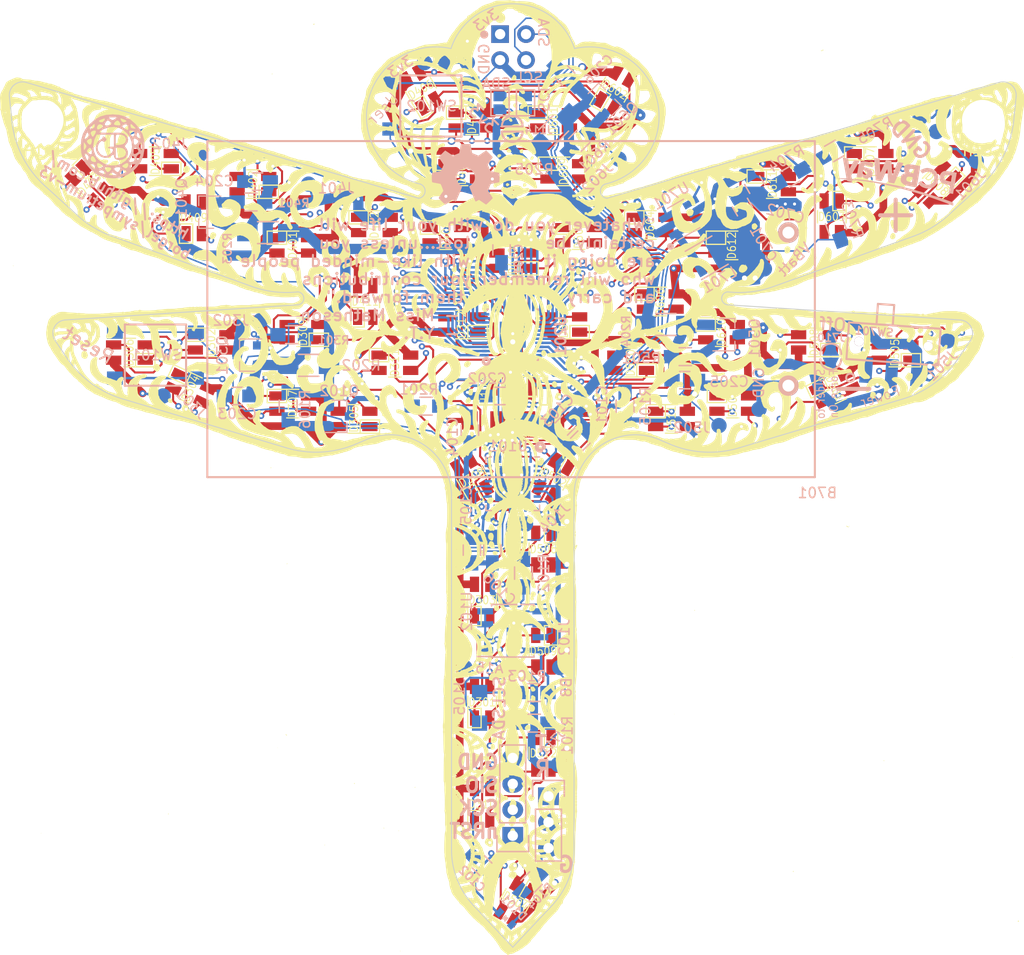
<source format=kicad_pcb>
(kicad_pcb (version 4) (host pcbnew 4.0.6)
  (layers (0 F.Cu signal) (1 In1.Cu signal) (2 In2.Cu signal) (3 In3.Cu signal) (4 In4.Cu signal) (31 B.Cu signal) (34 B.Paste user) (35 F.Paste user) (36 B.SilkS user) (37 F.SilkS user) (38 B.Mask user) (39 F.Mask user) (44 Edge.Cuts user))
  (net 0 "")
  (net 1 GND)
  (net 2 +3V3)
  (net 3 /nRST)
  (net 4 /USER_LED)
  (net 5 "Net-(D101-Pad1)")
  (net 6 /SYMP2_IR_TX)
  (net 7 "Net-(D102-Pad1)")
  (net 8 "Net-(D103-Pad1)")
  (net 9 "Net-(D301-Pad1)")
  (net 10 /LEDs/LED1)
  (net 11 /LEDs/LED2)
  (net 12 /LEDs/LED3)
  (net 13 /LEDs/LED4)
  (net 14 /LEDs/LED5)
  (net 15 /LEDs/LED6)
  (net 16 /LEDs/LED7)
  (net 17 /LEDs/LED8)
  (net 18 /LEDs/LED9)
  (net 19 /LEDs/LED10)
  (net 20 /LEDs/LED11)
  (net 21 /LEDs/LED12)
  (net 22 /LEDs/LED13)
  (net 23 /LEDs/LED14)
  (net 24 /LEDs/LED15)
  (net 25 /LEDs/LED16)
  (net 26 /LEDs/LED17)
  (net 27 /LEDs/LED18)
  (net 28 /LEDs/LED19)
  (net 29 /LEDs/LED20)
  (net 30 /LEDs/LED21)
  (net 31 /LEDs/LED22)
  (net 32 /LEDs/LED23)
  (net 33 /LEDs/LED24)
  (net 34 /LEDs/LED25)
  (net 35 /LEDs/LED26)
  (net 36 /LEDs/LED27)
  (net 37 /LEDs/LED28)
  (net 38 /LEDs/LED29)
  (net 39 /LEDs/LED30)
  (net 40 /LEDs/LED31)
  (net 41 /LEDs/LED32)
  (net 42 /LEDs/LED33)
  (net 43 /LEDs/LED34)
  (net 44 /LEDs/LED35)
  (net 45 /LEDs/LED36)
  (net 46 "Net-(D401-Pad1)")
  (net 47 "Net-(D501-Pad1)")
  (net 48 "Net-(D601-Pad1)")
  (net 49 /SWCLK)
  (net 50 /SWDIO)
  (net 51 /I2C1_SDA)
  (net 52 "Net-(J104-Pad1)")
  (net 53 /I2C1_SCL)
  (net 54 /LED_ROW_1_CONTROL)
  (net 55 /LED_ROW_2_CONTROL)
  (net 56 /LED_ROW_3_CONTROL)
  (net 57 /LED_ROW_4_CONTROL)
  (net 58 "Net-(L701-Pad2)")
  (net 59 "Net-(R201-Pad1)")
  (net 60 /DARKNET_IR_RX)
  (net 61 "/LEDs/12 RGB LEDs/Vin")
  (net 62 "/LEDs/12 RGB LEDs 2/Vin")
  (net 63 "/LEDs/12 RGB LEDs 3/Vin")
  (net 64 "/LEDs/12 RGB LEDs 4/Vin")
  (net 65 /USART1_MCU_TX)
  (net 66 /USART1_MCU_RX)
  (net 67 /ADC_ALS)
  (net 68 /USER_BUTTON)
  (net 69 "Net-(J102-Pad1)")
  (net 70 "Net-(J105-Pad1)")
  (net 71 "Net-(J110-Pad3)")
  (net 72 "Net-(J110-Pad4)")
  (net 73 "Net-(R704-Pad2)")
  (net 74 "Net-(D102-Pad2)")
  (net 75 "Net-(J110-Pad1)")
  (net 76 +BATT)
  (net 77 "Net-(C701-Pad1)")
  (net 78 "Net-(R703-Pad2)")
  (module "Borgel Custom:SYM3-Art" (layer F.Cu) (at 149.8 104)
    (fp_text reference G*** hide)
    (fp_text value LOGO hide)
  )
  (module Capacitors_SMD:C_0805_HandSoldering (layer B.Cu) (at 172.5 77.5 120)
    (fp_text reference C701 (at -4.142691 -0.024648 120) (layer B.SilkS) (effects (justify mirror)))
    (fp_text value 4.7uF)
    (pad 1 smd rect (at -1.25 0 120) (size 1.5 1.25) (layers B.Cu B.Paste B.Mask) (net 77 "Net-(C701-Pad1)"))
    (pad 2 smd rect (at 1.25 0 120) (size 1.5 1.25) (layers B.Cu B.Paste B.Mask) (net 1 GND))
  )
  (module "Borgel Custom:PCBWay" (layer B.Cu) (at 187.7 74.6 170)
    (fp_text reference G*** hide)
    (fp_text value LOGO hide)
  )
  (module "Borgel Custom:Keystone_2462" (layer B.Cu) (at 149.835 87.495)
    (fp_text reference B701 (at 30 18) (layer B.SilkS) (effects (justify mirror)))
    (fp_text value Keystone_2462)
    (fp_text user - (at 33.565 7.505) (layer B.SilkS) (effects (font (size 4 4) (thickness 0.4)) (justify mirror)))
    (fp_text user + (at 37.365 -9.195 90) (layer B.SilkS) (effects (font (size 4 4) (thickness 0.4)) (justify mirror)))
    (pad 2 thru_hole circle (at 27.165 -7.495) (size 2 2) (drill 1.17) (layers *.Cu *.Mask B.SilkS) (net 76 +BATT))
    (pad 1 thru_hole circle (at 27.165 7.495) (size 2 2) (drill 1.17) (layers *.Cu *.Mask B.SilkS) (net 1 GND))
  )
  (module Capacitors_SMD:C_0805_HandSoldering (layer B.Cu) (at 156.616117 100.383883 45)
    (fp_text reference C101 (at 3.97236 -0.954594 90) (layer B.SilkS) (effects (justify mirror)))
    (fp_text value 100nF)
    (pad 1 smd rect (at -1.25 0 45) (size 1.5 1.25) (layers B.Cu B.Paste B.Mask) (net 2 +3V3))
    (pad 2 smd rect (at 1.25 0 45) (size 1.5 1.25) (layers B.Cu B.Paste B.Mask) (net 1 GND))
  )
  (module Capacitors_SMD:C_0805_HandSoldering (layer B.Cu) (at 147 142 135)
    (fp_text reference C102 (at -0.212132 -1.626346 135) (layer B.SilkS) (effects (font (size 0.8 0.8)) (justify mirror)))
    (fp_text value 100nF)
    (pad 1 smd rect (at -1.25 0 135) (size 1.5 1.25) (layers B.Cu B.Paste B.Mask) (net 3 /nRST))
    (pad 2 smd rect (at 1.25 0 135) (size 1.5 1.25) (layers B.Cu B.Paste B.Mask) (net 1 GND))
  )
  (module Capacitors_SMD:C_0805_HandSoldering (layer B.Cu) (at 155.116117 98.883883 45)
    (fp_text reference C103 (at 0.542893 -1.555635 225) (layer B.SilkS) (effects (justify mirror)))
    (fp_text value 100nF)
    (pad 1 smd rect (at -1.25 0 45) (size 1.5 1.25) (layers B.Cu B.Paste B.Mask) (net 2 +3V3))
    (pad 2 smd rect (at 1.25 0 45) (size 1.5 1.25) (layers B.Cu B.Paste B.Mask) (net 1 GND))
  )
  (module Capacitors_SMD:C_0805_HandSoldering (layer B.Cu) (at 145.8 99.350001 90)
    (fp_text reference C104 (at -0.649999 -1.7 90) (layer B.SilkS) (effects (justify mirror)))
    (fp_text value 4.7uF)
    (pad 1 smd rect (at -1.25 0 90) (size 1.5 1.25) (layers B.Cu B.Paste B.Mask) (net 2 +3V3))
    (pad 2 smd rect (at 1.25 0 90) (size 1.5 1.25) (layers B.Cu B.Paste B.Mask) (net 1 GND))
  )
  (module Capacitors_SMD:C_0805_HandSoldering (layer B.Cu) (at 146 111.1 270)
    (fp_text reference C105 (at -4.4 0.55 450) (layer B.SilkS) (effects (justify mirror)))
    (fp_text value 1uF)
    (pad 1 smd rect (at -1.25 0 270) (size 1.5 1.25) (layers B.Cu B.Paste B.Mask) (net 2 +3V3))
    (pad 2 smd rect (at 1.25 0 270) (size 1.5 1.25) (layers B.Cu B.Paste B.Mask) (net 1 GND))
  )
  (module Capacitors_SMD:C_0805_HandSoldering (layer B.Cu) (at 148 111.1 270)
    (fp_text reference C106 (at 3.8 -0.7 495) (layer B.SilkS) (effects (justify mirror)))
    (fp_text value 10nF)
    (pad 1 smd rect (at -1.25 0 270) (size 1.5 1.25) (layers B.Cu B.Paste B.Mask) (net 2 +3V3))
    (pad 2 smd rect (at 1.25 0 270) (size 1.5 1.25) (layers B.Cu B.Paste B.Mask) (net 1 GND))
  )
  (module Capacitors_SMD:C_0805_HandSoldering (layer B.Cu) (at 148.9 81.700001 270)
    (fp_text reference C201 (at 0.949999 -1.65 270) (layer B.SilkS) (effects (font (size 0.8 0.8)) (justify mirror)))
    (fp_text value 1uF)
    (pad 1 smd rect (at -1.25 0 270) (size 1.5 1.25) (layers B.Cu B.Paste B.Mask) (net 2 +3V3))
    (pad 2 smd rect (at 1.25 0 270) (size 1.5 1.25) (layers B.Cu B.Paste B.Mask) (net 1 GND))
  )
  (module Capacitors_SMD:C_0805_HandSoldering (layer B.Cu) (at 148.749999 96.000001 180)
    (fp_text reference C202 (at 1.249999 1.700001 180) (layer B.SilkS) (effects (justify mirror)))
    (fp_text value 0.1uF)
    (pad 1 smd rect (at -1.25 0 180) (size 1.5 1.25) (layers B.Cu B.Paste B.Mask) (net 2 +3V3))
    (pad 2 smd rect (at 1.25 0 180) (size 1.5 1.25) (layers B.Cu B.Paste B.Mask) (net 1 GND))
  )
  (module Capacitors_SMD:C_0805_HandSoldering (layer B.Cu) (at 123 96 180)
    (fp_text reference C203 (at 0 -1.75 180) (layer B.SilkS) (effects (justify mirror)))
    (fp_text value 22uF)
    (pad 1 smd rect (at -1.25 0 180) (size 1.5 1.25) (layers B.Cu B.Paste B.Mask) (net 61 "/LEDs/12 RGB LEDs/Vin"))
    (pad 2 smd rect (at 1.25 0 180) (size 1.5 1.25) (layers B.Cu B.Paste B.Mask) (net 1 GND))
  )
  (module Capacitors_SMD:C_0805_HandSoldering (layer B.Cu) (at 125 75 180)
    (fp_text reference C204 (at 4.25 0.05 180) (layer B.SilkS) (effects (justify mirror)))
    (fp_text value 22uF)
    (pad 1 smd rect (at -1.25 0 180) (size 1.5 1.25) (layers B.Cu B.Paste B.Mask) (net 62 "/LEDs/12 RGB LEDs 2/Vin"))
    (pad 2 smd rect (at 1.25 0 180) (size 1.5 1.25) (layers B.Cu B.Paste B.Mask) (net 1 GND))
  )
  (module Capacitors_SMD:C_0805_HandSoldering (layer B.Cu) (at 166.85 94.45)
    (fp_text reference C205 (at 4.35 0.15) (layer B.SilkS) (effects (justify mirror)))
    (fp_text value 22uF)
    (pad 1 smd rect (at -1.25 0) (size 1.5 1.25) (layers B.Cu B.Paste B.Mask) (net 63 "/LEDs/12 RGB LEDs 3/Vin"))
    (pad 2 smd rect (at 1.25 0) (size 1.5 1.25) (layers B.Cu B.Paste B.Mask) (net 1 GND))
  )
  (module Capacitors_SMD:C_0805_HandSoldering (layer B.Cu) (at 155.116117 64.616117 135)
    (fp_text reference C206 (at -1.886395 2.757716 405) (layer B.SilkS) (effects (font (size 0.9 0.9)) (justify mirror)))
    (fp_text value 22uF)
    (pad 1 smd rect (at -1.25 0 135) (size 1.5 1.25) (layers B.Cu B.Paste B.Mask) (net 64 "/LEDs/12 RGB LEDs 4/Vin"))
    (pad 2 smd rect (at 1.25 0 135) (size 1.5 1.25) (layers B.Cu B.Paste B.Mask) (net 1 GND))
  )
  (module Capacitors_SMD:C_0805_HandSoldering (layer B.Cu) (at 173.7 75.3 300)
    (fp_text reference C702 (at 3.968172 -1.173076 525) (layer B.SilkS) (effects (justify mirror)))
    (fp_text value 4.7uF)
    (pad 1 smd rect (at -1.25 0 300) (size 1.5 1.25) (layers B.Cu B.Paste B.Mask) (net 2 +3V3))
    (pad 2 smd rect (at 1.25 0 300) (size 1.5 1.25) (layers B.Cu B.Paste B.Mask) (net 1 GND))
  )
  (module Pin_Headers:Pin_Header_Straight_1x03 (layer B.Cu) (at 153.5 135.21 180)
    (fp_text reference J101)
    (fp_text value CONN_UART hide)
    (pad 1 thru_hole rect (at 0 0 180) (size 2.032 1.7272) (drill 1.016) (layers *.Cu *.Mask) (net 65 /USART1_MCU_TX))
    (pad 2 thru_hole oval (at 0 -2.54 180) (size 2.032 1.7272) (drill 1.016) (layers *.Cu *.Mask) (net 66 /USART1_MCU_RX))
    (pad 3 thru_hole oval (at 0 -5.08 180) (size 2.032 1.7272) (drill 1.016) (layers *.Cu *.Mask) (net 1 GND))
  )
  (module Measurement_Points:Measurement_Point_Round-SMD-Pad_Small (layer B.Cu) (at 154.6 122.6)
    (fp_text reference J102 (at 0.45 -2.95 90) (layer B.SilkS) (effects (justify mirror)))
    (fp_text value B8 (at 0.65 1.95 90) (layer B.SilkS) (effects (justify mirror)))
    (pad 1 smd circle (at 0 0) (size 1.5 1.5) (layers B.Cu B.Mask) (net 69 "Net-(J102-Pad1)"))
  )
  (module Measurement_Points:Measurement_Point_Round-SMD-Pad_Small (layer B.Cu) (at 151.25 108.55)
    (fp_text reference J104 (at 2.85 -0.6 45) (layer B.SilkS) (effects (justify mirror)))
    (fp_text value A5)
    (pad 1 smd circle (at 0 0) (size 1.5 1.5) (layers B.Cu B.Mask) (net 52 "Net-(J104-Pad1)"))
  )
  (module Measurement_Points:Measurement_Point_Round-SMD-Pad_Small (layer B.Cu) (at 145.3 122.6)
    (fp_text reference J105 (at -0.5 2.9 90) (layer B.SilkS) (effects (justify mirror)))
    (fp_text value A15 (at 2.4 0.05) (layer B.SilkS) (effects (justify mirror)))
    (pad 1 smd circle (at 0 0) (size 1.5 1.5) (layers B.Cu B.Mask) (net 70 "Net-(J105-Pad1)"))
  )
  (module Pin_Headers:Pin_Header_Straight_1x04 (layer B.Cu) (at 150 139.079999)
    (fp_text reference J108)
    (fp_text value CONN_SWD hide)
    (pad 1 thru_hole rect (at 0 0) (size 2.032 1.7272) (drill 1.016) (layers *.Cu *.Mask) (net 3 /nRST))
    (pad 2 thru_hole oval (at 0 -2.54) (size 2.032 1.7272) (drill 1.016) (layers *.Cu *.Mask) (net 49 /SWCLK))
    (pad 3 thru_hole oval (at 0 -5.08) (size 2.032 1.7272) (drill 1.016) (layers *.Cu *.Mask) (net 50 /SWDIO))
    (pad 4 thru_hole oval (at 0 -7.62) (size 2.032 1.7272) (drill 1.016) (layers *.Cu *.Mask) (net 1 GND))
  )
  (module Connectors:GS2 (layer B.Cu) (at 148.75 67.285 180)
    (fp_text reference J111 hide)
    (fp_text value GS2)
    (pad 1 smd rect (at 0 0.635 180) (size 1.27 0.9652) (layers B.Cu B.Paste B.Mask) (net 71 "Net-(J110-Pad3)"))
    (pad 2 smd rect (at 0 -0.635 180) (size 1.27 0.9652) (layers B.Cu B.Paste B.Mask) (net 51 /I2C1_SDA))
  )
  (module Connectors:GS2 (layer B.Cu) (at 151.25 67.285 180)
    (fp_text reference J112 hide)
    (fp_text value GS2)
    (pad 1 smd rect (at 0 0.635 180) (size 1.27 0.9652) (layers B.Cu B.Paste B.Mask) (net 72 "Net-(J110-Pad4)"))
    (pad 2 smd rect (at 0 -0.635 180) (size 1.27 0.9652) (layers B.Cu B.Paste B.Mask) (net 53 /I2C1_SCL))
  )
  (module Measurement_Points:Measurement_Point_Round-SMD-Pad_Small (layer B.Cu) (at 115.75 96)
    (fp_text reference J301 (at 2.75 0.75 315) (layer B.SilkS) (effects (justify mirror)))
    (fp_text value PWR)
    (pad 1 smd circle (at 0 0) (size 1.5 1.5) (layers B.Cu B.Mask) (net 9 "Net-(D301-Pad1)"))
  )
  (module Measurement_Points:Measurement_Point_Round-SMD-Pad_Small (layer B.Cu) (at 130 75.25)
    (fp_text reference J401 (at 2.7 0.4) (layer B.SilkS) (effects (justify mirror)))
    (fp_text value PWR)
    (pad 1 smd circle (at 0 0) (size 1.5 1.5) (layers B.Cu B.Mask) (net 46 "Net-(D401-Pad1)"))
  )
  (module Measurement_Points:Measurement_Point_Round-SMD-Pad_Small (layer B.Cu) (at 192.6 90.6)
    (fp_text reference J501 (at -0.55 2.4 225) (layer B.SilkS) (effects (justify mirror)))
    (fp_text value PWR)
    (pad 1 smd circle (at 0 0) (size 1.5 1.5) (layers B.Cu B.Mask) (net 47 "Net-(D501-Pad1)"))
  )
  (module Measurement_Points:Measurement_Point_Round-SMD-Pad_Small (layer B.Cu) (at 195.4 73)
    (fp_text reference J601 (at -0.6 2.3 45) (layer B.SilkS) (effects (justify mirror)))
    (fp_text value PWR)
    (pad 1 smd circle (at 0 0) (size 1.5 1.5) (layers B.Cu B.Mask) (net 48 "Net-(D601-Pad1)"))
  )
  (module Inductors:Inductor_Taiyo-Yuden_MD-3030 (layer B.Cu) (at 169 82.464102 210)
    (fp_text reference L701 (at 0 -2.5 210) (layer B.SilkS) (effects (justify mirror)))
    (fp_text value 4.7uH)
    (pad 1 smd rect (at -1.1 0 210) (size 0.8 2.7) (layers B.Cu B.Paste B.Mask) (net 77 "Net-(C701-Pad1)"))
    (pad 2 smd rect (at 1.1 0 210) (size 0.8 2.7) (layers B.Cu B.Paste B.Mask) (net 58 "Net-(L701-Pad2)"))
  )
  (module TO_SOT_Packages_SMD:SOT-23 (layer B.Cu) (at 124 92 180)
    (fp_text reference Q301 (at 2.45 0 270) (layer B.SilkS) (effects (justify mirror)))
    (fp_text value DMP3099L-7)
    (pad 1 smd rect (at -1 0.95 180) (size 0.9 0.8) (layers B.Cu B.Paste B.Mask) (net 54 /LED_ROW_1_CONTROL))
    (pad 2 smd rect (at -1 -0.95 180) (size 0.9 0.8) (layers B.Cu B.Paste B.Mask) (net 61 "/LEDs/12 RGB LEDs/Vin"))
    (pad 3 smd rect (at 1 0 180) (size 0.9 0.8) (layers B.Cu B.Paste B.Mask) (net 9 "Net-(D301-Pad1)"))
  )
  (module TO_SOT_Packages_SMD:SOT-23 (layer B.Cu) (at 120 78 180)
    (fp_text reference Q401 (at 2.45 1.4 270) (layer B.SilkS) (effects (justify mirror)))
    (fp_text value DMP3099L-7)
    (pad 1 smd rect (at -1 0.95 180) (size 0.9 0.8) (layers B.Cu B.Paste B.Mask) (net 55 /LED_ROW_2_CONTROL))
    (pad 2 smd rect (at -1 -0.95 180) (size 0.9 0.8) (layers B.Cu B.Paste B.Mask) (net 62 "/LEDs/12 RGB LEDs 2/Vin"))
    (pad 3 smd rect (at 1 0 180) (size 0.9 0.8) (layers B.Cu B.Paste B.Mask) (net 46 "Net-(D401-Pad1)"))
  )
  (module TO_SOT_Packages_SMD:SOT-23 (layer B.Cu) (at 171 90)
    (fp_text reference Q501 (at 2.7 0.35 270) (layer B.SilkS) (effects (justify mirror)))
    (fp_text value DMP3099L-7)
    (pad 1 smd rect (at -1 0.95) (size 0.9 0.8) (layers B.Cu B.Paste B.Mask) (net 56 /LED_ROW_3_CONTROL))
    (pad 2 smd rect (at -1 -0.95) (size 0.9 0.8) (layers B.Cu B.Paste B.Mask) (net 63 "/LEDs/12 RGB LEDs 3/Vin"))
    (pad 3 smd rect (at 1 0) (size 0.9 0.8) (layers B.Cu B.Paste B.Mask) (net 47 "Net-(D501-Pad1)"))
  )
  (module TO_SOT_Packages_SMD:SOT-23 (layer B.Cu) (at 159 67 45)
    (fp_text reference Q601 (at -0.070711 2.474874 225) (layer B.SilkS) (effects (justify mirror)))
    (fp_text value DMP3099L-7)
    (pad 1 smd rect (at -1 0.95 45) (size 0.9 0.8) (layers B.Cu B.Paste B.Mask) (net 57 /LED_ROW_4_CONTROL))
    (pad 2 smd rect (at -1 -0.95 45) (size 0.9 0.8) (layers B.Cu B.Paste B.Mask) (net 64 "/LEDs/12 RGB LEDs 4/Vin"))
    (pad 3 smd rect (at 1 0 45) (size 0.9 0.8) (layers B.Cu B.Paste B.Mask) (net 48 "Net-(D601-Pad1)"))
  )
  (module Resistors_SMD:R_0805_HandSoldering (layer B.Cu) (at 152.099999 128.05 180)
    (fp_text reference R101 (at -3.250001 -1.2 450) (layer B.SilkS) (effects (justify mirror)))
    (fp_text value 4.7k)
    (pad 1 smd rect (at -1.35 0 180) (size 1.5 1.3) (layers B.Cu B.Paste B.Mask) (net 2 +3V3))
    (pad 2 smd rect (at 1.35 0 180) (size 1.5 1.3) (layers B.Cu B.Paste B.Mask) (net 51 /I2C1_SDA))
  )
  (module Resistors_SMD:R_0805_HandSoldering (layer B.Cu) (at 151.05 113.35 270)
    (fp_text reference R102 (at 0 -2 270) (layer B.SilkS) (effects (justify mirror)))
    (fp_text value 3k)
    (pad 1 smd rect (at -1.35 0 270) (size 1.5 1.3) (layers B.Cu B.Paste B.Mask) (net 67 /ADC_ALS))
    (pad 2 smd rect (at 1.35 0 270) (size 1.5 1.3) (layers B.Cu B.Paste B.Mask) (net 1 GND))
  )
  (module Resistors_SMD:R_0805_HandSoldering (layer B.Cu) (at 152.1 125.05 180)
    (fp_text reference R103 (at 0.7 1.6 180) (layer B.SilkS) (effects (justify mirror)))
    (fp_text value 4.7k)
    (pad 1 smd rect (at -1.35 0 180) (size 1.5 1.3) (layers B.Cu B.Paste B.Mask) (net 2 +3V3))
    (pad 2 smd rect (at 1.35 0 180) (size 1.5 1.3) (layers B.Cu B.Paste B.Mask) (net 53 /I2C1_SCL))
  )
  (module Resistors_SMD:R_0805_HandSoldering (layer B.Cu) (at 151.845406 143.654594 225)
    (fp_text reference R104 (at 0.347056 -1.555635 225) (layer B.SilkS) (effects (font (size 0.8 0.8)) (justify mirror)))
    (fp_text value 0R-DNP)
    (pad 1 smd rect (at -1.35 0 225) (size 1.5 1.3) (layers B.Cu B.Paste B.Mask) (net 1 GND))
    (pad 2 smd rect (at 1.35 0 225) (size 1.5 1.3) (layers B.Cu B.Paste B.Mask) (net 5 "Net-(D101-Pad1)"))
  )
  (module Resistors_SMD:R_0805_HandSoldering (layer B.Cu) (at 161 97 270)
    (fp_text reference R105 (at 0 -2 270) (layer B.SilkS) (effects (justify mirror)))
    (fp_text value 47R)
    (pad 1 smd rect (at -1.35 0 270) (size 1.5 1.3) (layers B.Cu B.Paste B.Mask) (net 8 "Net-(D103-Pad1)"))
    (pad 2 smd rect (at 1.35 0 270) (size 1.5 1.3) (layers B.Cu B.Paste B.Mask) (net 1 GND))
  )
  (module Resistors_SMD:R_0805_HandSoldering (layer B.Cu) (at 141.5 97 180)
    (fp_text reference R201 (at 0.7 1.65 180) (layer B.SilkS) (effects (justify mirror)))
    (fp_text value 5.6k)
    (pad 1 smd rect (at -1.35 0 180) (size 1.5 1.3) (layers B.Cu B.Paste B.Mask) (net 59 "Net-(R201-Pad1)"))
    (pad 2 smd rect (at 1.35 0 180) (size 1.5 1.3) (layers B.Cu B.Paste B.Mask) (net 1 GND))
  )
  (module Resistors_SMD:R_1206_HandSoldering (layer B.Cu) (at 130 93 180)
    (fp_text reference R202 (at -5.15 0 360) (layer B.SilkS) (effects (justify mirror)))
    (fp_text value 0R)
    (pad 1 smd rect (at -2 0 180) (size 2 1.7) (layers B.Cu B.Paste B.Mask) (net 2 +3V3))
    (pad 2 smd rect (at 2 0 180) (size 2 1.7) (layers B.Cu B.Paste B.Mask) (net 61 "/LEDs/12 RGB LEDs/Vin"))
  )
  (module Resistors_SMD:R_1206_HandSoldering (layer B.Cu) (at 126.000001 80 180)
    (fp_text reference R203 (at 3.950001 -1.55 270) (layer B.SilkS) (effects (font (size 0.8 0.8)) (justify mirror)))
    (fp_text value 0R)
    (pad 1 smd rect (at -2 0 180) (size 2 1.7) (layers B.Cu B.Paste B.Mask) (net 2 +3V3))
    (pad 2 smd rect (at 2 0 180) (size 2 1.7) (layers B.Cu B.Paste B.Mask) (net 62 "/LEDs/12 RGB LEDs 2/Vin"))
  )
  (module Resistors_SMD:R_1206_HandSoldering (layer B.Cu) (at 165 89)
    (fp_text reference R204 (at -3.9 0.65 90) (layer B.SilkS) (effects (font (size 0.8 0.8)) (justify mirror)))
    (fp_text value 0R)
    (pad 1 smd rect (at -2 0) (size 2 1.7) (layers B.Cu B.Paste B.Mask) (net 2 +3V3))
    (pad 2 smd rect (at 2 0) (size 2 1.7) (layers B.Cu B.Paste B.Mask) (net 63 "/LEDs/12 RGB LEDs 3/Vin"))
  )
  (module Resistors_SMD:R_1206_HandSoldering (layer B.Cu) (at 154 70 45)
    (fp_text reference R205 (at -4.030509 1.343503 180) (layer B.SilkS) (effects (justify mirror)))
    (fp_text value 0R)
    (pad 1 smd rect (at -2 0 45) (size 2 1.7) (layers B.Cu B.Paste B.Mask) (net 2 +3V3))
    (pad 2 smd rect (at 2 0 45) (size 2 1.7) (layers B.Cu B.Paste B.Mask) (net 64 "/LEDs/12 RGB LEDs 4/Vin"))
  )
  (module Resistors_SMD:R_0805_HandSoldering (layer B.Cu) (at 128.35 90 180)
    (fp_text reference R301 (at -4.1 -0.55 180) (layer B.SilkS) (effects (font (size 0.8 0.8)) (justify mirror)))
    (fp_text value 10k)
    (pad 1 smd rect (at -1.35 0 180) (size 1.5 1.3) (layers B.Cu B.Paste B.Mask) (net 61 "/LEDs/12 RGB LEDs/Vin"))
    (pad 2 smd rect (at 1.35 0 180) (size 1.5 1.3) (layers B.Cu B.Paste B.Mask) (net 54 /LED_ROW_1_CONTROL))
  )
  (module Resistors_SMD:R_0805_HandSoldering (layer B.Cu) (at 124.35 77 180)
    (fp_text reference R401 (at -4.2 -0.1 180) (layer B.SilkS) (effects (font (size 0.8 0.8)) (justify mirror)))
    (fp_text value 10k)
    (pad 1 smd rect (at -1.35 0 180) (size 1.5 1.3) (layers B.Cu B.Paste B.Mask) (net 62 "/LEDs/12 RGB LEDs 2/Vin"))
    (pad 2 smd rect (at 1.35 0 180) (size 1.5 1.3) (layers B.Cu B.Paste B.Mask) (net 55 /LED_ROW_2_CONTROL))
  )
  (module Resistors_SMD:R_0805_HandSoldering (layer B.Cu) (at 166.9 92.15)
    (fp_text reference R501 (at -4.3 0.15) (layer B.SilkS) (effects (justify mirror)))
    (fp_text value 10k)
    (pad 1 smd rect (at -1.35 0) (size 1.5 1.3) (layers B.Cu B.Paste B.Mask) (net 63 "/LEDs/12 RGB LEDs 3/Vin"))
    (pad 2 smd rect (at 1.35 0) (size 1.5 1.3) (layers B.Cu B.Paste B.Mask) (net 56 /LED_ROW_3_CONTROL))
  )
  (module Resistors_SMD:R_0805_HandSoldering (layer B.Cu) (at 156.5 71 45)
    (fp_text reference R601 (at 0 2.1 45) (layer B.SilkS) (effects (justify mirror)))
    (fp_text value 10k)
    (pad 1 smd rect (at -1.35 0 45) (size 1.5 1.3) (layers B.Cu B.Paste B.Mask) (net 64 "/LEDs/12 RGB LEDs 4/Vin"))
    (pad 2 smd rect (at 1.35 0 45) (size 1.5 1.3) (layers B.Cu B.Paste B.Mask) (net 57 /LED_ROW_4_CONTROL))
  )
  (module Resistors_SMD:R_0805_HandSoldering (layer B.Cu) (at 181.661727 79.418585 110)
    (fp_text reference R703 (at 0.085043 1.721158 110) (layer B.SilkS) (effects (justify mirror)))
    (fp_text value 1.02M)
    (pad 1 smd rect (at -1.35 0 110) (size 1.5 1.3) (layers B.Cu B.Paste B.Mask) (net 77 "Net-(C701-Pad1)"))
    (pad 2 smd rect (at 1.35 0 110) (size 1.5 1.3) (layers B.Cu B.Paste B.Mask) (net 78 "Net-(R703-Pad2)"))
  )
  (module Resistors_SMD:R_0805_HandSoldering (layer B.Cu) (at 177.169873 74.5 30)
    (fp_text reference R704 (at 0.554681 -1.700481 30) (layer B.SilkS) (effects (justify mirror)))
    (fp_text value 1.02M)
    (pad 1 smd rect (at -1.35 0 30) (size 1.5 1.3) (layers B.Cu B.Paste B.Mask) (net 2 +3V3))
    (pad 2 smd rect (at 1.35 0 30) (size 1.5 1.3) (layers B.Cu B.Paste B.Mask) (net 73 "Net-(R704-Pad2)"))
  )
  (module Resistors_SMD:R_0805_HandSoldering (layer B.Cu) (at 181.5 72 30)
    (fp_text reference R705 (at 4.464102 0.267949 30) (layer B.SilkS) (effects (justify mirror)))
    (fp_text value 536K)
    (pad 1 smd rect (at -1.35 0 30) (size 1.5 1.3) (layers B.Cu B.Paste B.Mask) (net 73 "Net-(R704-Pad2)"))
    (pad 2 smd rect (at 1.35 0 30) (size 1.5 1.3) (layers B.Cu B.Paste B.Mask) (net 1 GND))
  )
  (module Housings_DFN_QFN:QFN-32-1EP_5x5mm_Pitch0.5mm (layer B.Cu) (at 150 104.6 180)
    (fp_text reference U101 (at 0.45 3.7 360) (layer B.SilkS) (effects (justify mirror)))
    (fp_text value STM32F051K8U6)
    (pad 1 smd rect (at -2.4 1.75 180) (size 0.7 0.25) (layers B.Cu B.Paste B.Mask) (net 2 +3V3))
    (pad 2 smd rect (at -2.4 1.25 180) (size 0.7 0.25) (layers B.Cu B.Paste B.Mask))
    (pad 3 smd rect (at -2.4 0.75 180) (size 0.7 0.25) (layers B.Cu B.Paste B.Mask))
    (pad 4 smd rect (at -2.4 0.25 180) (size 0.7 0.25) (layers B.Cu B.Paste B.Mask) (net 3 /nRST))
    (pad 5 smd rect (at -2.4 -0.25 180) (size 0.7 0.25) (layers B.Cu B.Paste B.Mask) (net 2 +3V3))
    (pad 6 smd rect (at -2.4 -0.75 180) (size 0.7 0.25) (layers B.Cu B.Paste B.Mask) (net 4 /USER_LED))
    (pad 7 smd rect (at -2.4 -1.25 180) (size 0.7 0.25) (layers B.Cu B.Paste B.Mask))
    (pad 8 smd rect (at -2.4 -1.75 180) (size 0.7 0.25) (layers B.Cu B.Paste B.Mask) (net 67 /ADC_ALS))
    (pad 9 smd rect (at -1.75 -2.4 90) (size 0.7 0.25) (layers B.Cu B.Paste B.Mask) (net 60 /DARKNET_IR_RX))
    (pad 10 smd rect (at -1.25 -2.4 90) (size 0.7 0.25) (layers B.Cu B.Paste B.Mask))
    (pad 11 smd rect (at -0.75 -2.4 90) (size 0.7 0.25) (layers B.Cu B.Paste B.Mask) (net 52 "Net-(J104-Pad1)"))
    (pad 12 smd rect (at -0.25 -2.4 90) (size 0.7 0.25) (layers B.Cu B.Paste B.Mask))
    (pad 13 smd rect (at 0.25 -2.4 90) (size 0.7 0.25) (layers B.Cu B.Paste B.Mask) (net 6 /SYMP2_IR_TX))
    (pad 14 smd rect (at 0.75 -2.4 90) (size 0.7 0.25) (layers B.Cu B.Paste B.Mask) (net 68 /USER_BUTTON))
    (pad 15 smd rect (at 1.25 -2.4 90) (size 0.7 0.25) (layers B.Cu B.Paste B.Mask))
    (pad 16 smd rect (at 1.75 -2.4 90) (size 0.7 0.25) (layers B.Cu B.Paste B.Mask))
    (pad 17 smd rect (at 2.4 -1.75 180) (size 0.7 0.25) (layers B.Cu B.Paste B.Mask) (net 2 +3V3))
    (pad 18 smd rect (at 2.4 -1.25 180) (size 0.7 0.25) (layers B.Cu B.Paste B.Mask) (net 54 /LED_ROW_1_CONTROL))
    (pad 19 smd rect (at 2.4 -0.75 180) (size 0.7 0.25) (layers B.Cu B.Paste B.Mask) (net 65 /USART1_MCU_TX))
    (pad 20 smd rect (at 2.4 -0.25 180) (size 0.7 0.25) (layers B.Cu B.Paste B.Mask) (net 66 /USART1_MCU_RX))
    (pad 21 smd rect (at 2.4 0.25 180) (size 0.7 0.25) (layers B.Cu B.Paste B.Mask))
    (pad 22 smd rect (at 2.4 0.75 180) (size 0.7 0.25) (layers B.Cu B.Paste B.Mask))
    (pad 23 smd rect (at 2.4 1.25 180) (size 0.7 0.25) (layers B.Cu B.Paste B.Mask) (net 50 /SWDIO))
    (pad 24 smd rect (at 2.4 1.75 180) (size 0.7 0.25) (layers B.Cu B.Paste B.Mask) (net 49 /SWCLK))
    (pad 25 smd rect (at 1.75 2.4 90) (size 0.7 0.25) (layers B.Cu B.Paste B.Mask) (net 70 "Net-(J105-Pad1)"))
    (pad 26 smd rect (at 1.25 2.4 90) (size 0.7 0.25) (layers B.Cu B.Paste B.Mask) (net 55 /LED_ROW_2_CONTROL))
    (pad 27 smd rect (at 0.75 2.4 90) (size 0.7 0.25) (layers B.Cu B.Paste B.Mask) (net 56 /LED_ROW_3_CONTROL))
    (pad 28 smd rect (at 0.25 2.4 90) (size 0.7 0.25) (layers B.Cu B.Paste B.Mask) (net 57 /LED_ROW_4_CONTROL))
    (pad 29 smd rect (at -0.25 2.4 90) (size 0.7 0.25) (layers B.Cu B.Paste B.Mask) (net 53 /I2C1_SCL))
    (pad 30 smd rect (at -0.75 2.4 90) (size 0.7 0.25) (layers B.Cu B.Paste B.Mask) (net 51 /I2C1_SDA))
    (pad 31 smd rect (at -1.25 2.4 90) (size 0.7 0.25) (layers B.Cu B.Paste B.Mask) (net 1 GND))
    (pad 32 smd rect (at -1.75 2.4 90) (size 0.7 0.25) (layers B.Cu B.Paste B.Mask) (net 69 "Net-(J102-Pad1)"))
    (pad 33 smd rect (at 0.8625 -0.8625 180) (size 1.725 1.725) (layers B.Cu B.Paste B.Mask) (net 1 GND))
    (pad 33 smd rect (at 0.8625 0.8625 180) (size 1.725 1.725) (layers B.Cu B.Paste B.Mask) (net 1 GND))
    (pad 33 smd rect (at -0.8625 -0.8625 180) (size 1.725 1.725) (layers B.Cu B.Paste B.Mask) (net 1 GND))
    (pad 33 smd rect (at -0.8625 0.8625 180) (size 1.725 1.725) (layers B.Cu B.Paste B.Mask) (net 1 GND))
  )
  (module Housings_SOIC:SOIC-8_3.9x4.9mm_Pitch1.27mm (layer B.Cu) (at 150 119)
    (fp_text reference U102 (at -4.5 -1.9 270) (layer B.SilkS) (effects (justify mirror)))
    (fp_text value CAT24C512WI-GT3-DNP)
    (pad 1 smd rect (at -2.7 1.905) (size 1.55 0.6) (layers B.Cu B.Paste B.Mask) (net 1 GND))
    (pad 2 smd rect (at -2.7 0.635) (size 1.55 0.6) (layers B.Cu B.Paste B.Mask) (net 1 GND))
    (pad 3 smd rect (at -2.7 -0.635) (size 1.55 0.6) (layers B.Cu B.Paste B.Mask) (net 1 GND))
    (pad 4 smd rect (at -2.7 -1.905) (size 1.55 0.6) (layers B.Cu B.Paste B.Mask) (net 1 GND))
    (pad 5 smd rect (at 2.7 -1.905) (size 1.55 0.6) (layers B.Cu B.Paste B.Mask) (net 51 /I2C1_SDA))
    (pad 6 smd rect (at 2.7 -0.635) (size 1.55 0.6) (layers B.Cu B.Paste B.Mask) (net 53 /I2C1_SCL))
    (pad 7 smd rect (at 2.7 0.635) (size 1.55 0.6) (layers B.Cu B.Paste B.Mask) (net 1 GND))
    (pad 8 smd rect (at 2.7 1.905) (size 1.55 0.6) (layers B.Cu B.Paste B.Mask) (net 2 +3V3))
  )
  (module "Borgel Custom:QFN-44-5x5_Pitch0.4mm-Narrow" (layer B.Cu) (at 150 90)
    (fp_text reference U201 (at 4.7 0.1 90) (layer B.SilkS) (effects (font (thickness 0.2)) (justify mirror)))
    (fp_text value IS31FL3236)
    (pad 1 smd rect (at -2.7 2 270) (size 0.24 0.7) (layers B.Cu B.Paste B.Mask) (net 12 /LEDs/LED3))
    (pad 2 smd rect (at -2.6 1.6 270) (size 0.24 0.8) (layers B.Cu B.Paste B.Mask) (net 13 /LEDs/LED4))
    (pad 3 smd rect (at -2.6 1.2 270) (size 0.24 0.8) (layers B.Cu B.Paste B.Mask) (net 14 /LEDs/LED5))
    (pad 4 smd rect (at -2.6 0.8 270) (size 0.24 0.8) (layers B.Cu B.Paste B.Mask) (net 15 /LEDs/LED6))
    (pad 5 smd rect (at -2.6 0.4 270) (size 0.24 0.8) (layers B.Cu B.Paste B.Mask) (net 16 /LEDs/LED7))
    (pad 6 smd rect (at -2.6 0 270) (size 0.24 0.8) (layers B.Cu B.Paste B.Mask) (net 17 /LEDs/LED8))
    (pad 7 smd rect (at -2.6 -0.4 270) (size 0.24 0.8) (layers B.Cu B.Paste B.Mask) (net 18 /LEDs/LED9))
    (pad 8 smd rect (at -2.6 -0.8 270) (size 0.24 0.8) (layers B.Cu B.Paste B.Mask) (net 19 /LEDs/LED10))
    (pad 9 smd rect (at -2.6 -1.2 270) (size 0.24 0.8) (layers B.Cu B.Paste B.Mask) (net 20 /LEDs/LED11))
    (pad 10 smd rect (at -2.6 -1.6 270) (size 0.24 0.8) (layers B.Cu B.Paste B.Mask) (net 21 /LEDs/LED12))
    (pad 11 smd rect (at -2.7 -2 270) (size 0.24 0.8) (layers B.Cu B.Paste B.Mask) (net 22 /LEDs/LED13))
    (pad 12 smd rect (at -2 -2.7) (size 0.24 0.8) (layers B.Cu B.Paste B.Mask) (net 23 /LEDs/LED14))
    (pad 13 smd rect (at -1.6 -2.6) (size 0.24 0.8) (layers B.Cu B.Paste B.Mask) (net 24 /LEDs/LED15))
    (pad 14 smd rect (at -1.2 -2.6) (size 0.24 0.8) (layers B.Cu B.Paste B.Mask) (net 25 /LEDs/LED16))
    (pad 15 smd rect (at -0.8 -2.6) (size 0.24 0.8) (layers B.Cu B.Paste B.Mask) (net 26 /LEDs/LED17))
    (pad 16 smd rect (at -0.4 -2.6) (size 0.24 0.8) (layers B.Cu B.Paste B.Mask) (net 27 /LEDs/LED18))
    (pad 17 smd rect (at 0 -2.6) (size 0.24 0.8) (layers B.Cu B.Paste B.Mask) (net 1 GND))
    (pad 18 smd rect (at 0.4 -2.6) (size 0.24 0.8) (layers B.Cu B.Paste B.Mask) (net 28 /LEDs/LED19))
    (pad 19 smd rect (at 0.8 -2.6) (size 0.24 0.8) (layers B.Cu B.Paste B.Mask) (net 29 /LEDs/LED20))
    (pad 20 smd rect (at 1.2 -2.6) (size 0.24 0.8) (layers B.Cu B.Paste B.Mask) (net 30 /LEDs/LED21))
    (pad 21 smd rect (at 1.6 -2.6) (size 0.24 0.8) (layers B.Cu B.Paste B.Mask) (net 31 /LEDs/LED22))
    (pad 22 smd rect (at 2 -2.7) (size 0.24 0.8) (layers B.Cu B.Paste B.Mask) (net 32 /LEDs/LED23))
    (pad 23 smd rect (at 2.7 -2 270) (size 0.24 0.8) (layers B.Cu B.Paste B.Mask) (net 33 /LEDs/LED24))
    (pad 24 smd rect (at 2.6 -1.6 270) (size 0.24 0.8) (layers B.Cu B.Paste B.Mask) (net 34 /LEDs/LED25))
    (pad 25 smd rect (at 2.6 -1.2 270) (size 0.24 0.8) (layers B.Cu B.Paste B.Mask) (net 35 /LEDs/LED26))
    (pad 26 smd rect (at 2.6 -0.8 270) (size 0.24 0.8) (layers B.Cu B.Paste B.Mask) (net 36 /LEDs/LED27))
    (pad 27 smd rect (at 2.6 -0.4 270) (size 0.24 0.8) (layers B.Cu B.Paste B.Mask) (net 37 /LEDs/LED28))
    (pad 28 smd rect (at 2.6 0 270) (size 0.24 0.8) (layers B.Cu B.Paste B.Mask) (net 38 /LEDs/LED29))
    (pad 29 smd rect (at 2.6 0.4 270) (size 0.24 0.8) (layers B.Cu B.Paste B.Mask) (net 39 /LEDs/LED30))
    (pad 30 smd rect (at 2.6 0.8 270) (size 0.24 0.8) (layers B.Cu B.Paste B.Mask) (net 40 /LEDs/LED31))
    (pad 31 smd rect (at 2.6 1.2 270) (size 0.24 0.8) (layers B.Cu B.Paste B.Mask) (net 41 /LEDs/LED32))
    (pad 32 smd rect (at 2.6 1.6 270) (size 0.24 0.8) (layers B.Cu B.Paste B.Mask) (net 42 /LEDs/LED33))
    (pad 33 smd rect (at 2.7 2 270) (size 0.24 0.8) (layers B.Cu B.Paste B.Mask) (net 43 /LEDs/LED34))
    (pad 34 smd rect (at 2 2.7) (size 0.24 0.8) (layers B.Cu B.Paste B.Mask) (net 44 /LEDs/LED35))
    (pad 35 smd rect (at 1.6 2.6) (size 0.24 0.8) (layers B.Cu B.Paste B.Mask) (net 45 /LEDs/LED36))
    (pad 36 smd rect (at 1.2 2.6) (size 0.24 0.8) (layers B.Cu B.Paste B.Mask) (net 2 +3V3))
    (pad 37 smd rect (at 0.8 2.6) (size 0.24 0.8) (layers B.Cu B.Paste B.Mask) (net 1 GND))
    (pad 38 smd rect (at 0.4 2.6) (size 0.24 0.8) (layers B.Cu B.Paste B.Mask) (net 2 +3V3))
    (pad 39 smd rect (at 0 2.6) (size 0.24 0.8) (layers B.Cu B.Paste B.Mask) (net 1 GND))
    (pad 40 smd rect (at -0.4 2.6) (size 0.24 0.8) (layers B.Cu B.Paste B.Mask) (net 59 "Net-(R201-Pad1)"))
    (pad 41 smd rect (at -0.8 2.6) (size 0.24 0.8) (layers B.Cu B.Paste B.Mask) (net 51 /I2C1_SDA))
    (pad 42 smd rect (at -1.2 2.6) (size 0.24 0.8) (layers B.Cu B.Paste B.Mask) (net 53 /I2C1_SCL))
    (pad 43 smd rect (at -1.6 2.6) (size 0.24 0.8) (layers B.Cu B.Paste B.Mask) (net 10 /LEDs/LED1))
    (pad 44 smd rect (at -2 2.7) (size 0.24 0.8) (layers B.Cu B.Paste B.Mask) (net 11 /LEDs/LED2))
    (pad 17 smd rect (at 0 0) (size 2.55 2.55) (layers B.Cu B.Paste B.Mask) (net 1 GND))
  )
  (module TO_SOT_Packages_SMD:SOT-23-6_Handsoldering (layer B.Cu) (at 166.75 78.566987 30)
    (fp_text reference U701 (at 0 -2.5 30) (layer B.SilkS) (effects (justify mirror)))
    (fp_text value AAT1217-1.2)
    (pad 1 smd rect (at -1.35 0.95 30) (size 1.56 0.65) (layers B.Cu B.Paste B.Mask) (net 58 "Net-(L701-Pad2)"))
    (pad 2 smd rect (at -1.35 0 30) (size 1.56 0.65) (layers B.Cu B.Paste B.Mask) (net 1 GND))
    (pad 3 smd rect (at -1.35 -0.95 30) (size 1.56 0.65) (layers B.Cu B.Paste B.Mask) (net 73 "Net-(R704-Pad2)"))
    (pad 4 smd rect (at 1.35 -0.95 30) (size 1.56 0.65) (layers B.Cu B.Paste B.Mask) (net 78 "Net-(R703-Pad2)"))
    (pad 6 smd rect (at 1.35 0.95 30) (size 1.56 0.65) (layers B.Cu B.Paste B.Mask) (net 77 "Net-(C701-Pad1)"))
    (pad 5 smd rect (at 1.35 0 30) (size 1.56 0.65) (layers B.Cu B.Paste B.Mask) (net 2 +3V3))
  )
  (module "Borgel Custom:PTS645_SMT" (layer B.Cu) (at 115 92 180)
    (fp_text reference SW101 (at -0.1 0 180) (layer B.SilkS) (effects (justify mirror)))
    (fp_text value C&K-PTS645SM43SMTR92-LFS)
    (pad 2 smd rect (at 3.975 2.25 180) (size 1.55 1.3) (layers B.Cu B.Paste B.Mask) (net 1 GND))
    (pad 1 smd rect (at -3.975 2.25 180) (size 1.55 1.3) (layers B.Cu B.Paste B.Mask) (net 1 GND))
    (pad 3 smd rect (at -3.975 -2.25 180) (size 1.55 1.3) (layers B.Cu B.Paste B.Mask) (net 3 /nRST))
    (pad 4 smd rect (at 3.975 -2.25 180) (size 1.55 1.3) (layers B.Cu B.Paste B.Mask) (net 3 /nRST))
  )
  (module "Borgel Custom:PTS645_SMT" (layer B.Cu) (at 141.975 67.6)
    (fp_text reference SW102 (at 0.075 0) (layer B.SilkS) (effects (justify mirror)))
    (fp_text value C&K-PTS645SM43SMTR92-LFS)
    (pad 2 smd rect (at 3.975 2.25) (size 1.55 1.3) (layers B.Cu B.Paste B.Mask) (net 68 /USER_BUTTON))
    (pad 1 smd rect (at -3.975 2.25) (size 1.55 1.3) (layers B.Cu B.Paste B.Mask) (net 68 /USER_BUTTON))
    (pad 3 smd rect (at -3.975 -2.25) (size 1.55 1.3) (layers B.Cu B.Paste B.Mask) (net 1 GND))
    (pad 4 smd rect (at 3.975 -2.25) (size 1.55 1.3) (layers B.Cu B.Paste B.Mask) (net 1 GND))
  )
  (module Measurement_Points:Measurement_Point_Square-SMD-Pad_Small (layer B.Cu) (at 146.75 128.05 90)
    (fp_text reference J107)
    (fp_text value TP_SDA)
    (pad 1 smd rect (at 0 0 90) (size 1.5 1.5) (layers B.Cu B.Mask) (net 51 /I2C1_SDA))
  )
  (module Measurement_Points:Measurement_Point_Square-SMD-Pad_Small (layer B.Cu) (at 146.750001 125.05 270)
    (fp_text reference J109)
    (fp_text value TP_SCL)
    (pad 1 smd rect (at 0 0 270) (size 1.5 1.5) (layers B.Cu B.Mask) (net 53 /I2C1_SCL))
  )
  (module TO_SOT_Packages_SMD:SOT-23 (layer B.Cu) (at 133 98)
    (fp_text reference Q102 (at 0 -2.5 180) (layer B.SilkS) (effects (justify mirror)))
    (fp_text value DMP3099L-7)
    (pad 1 smd rect (at -1 0.95) (size 0.9 0.8) (layers B.Cu B.Paste B.Mask) (net 6 /SYMP2_IR_TX))
    (pad 2 smd rect (at -1 -0.95) (size 0.9 0.8) (layers B.Cu B.Paste B.Mask) (net 2 +3V3))
    (pad 3 smd rect (at 1 0) (size 0.9 0.8) (layers B.Cu B.Paste B.Mask) (net 74 "Net-(D102-Pad2)"))
  )
  (module Resistors_SMD:R_0805_HandSoldering (layer B.Cu) (at 128 97 270)
    (fp_text reference R106 (at 0.3 -1.65 270) (layer B.SilkS) (effects (justify mirror)))
    (fp_text value 10k)
    (pad 1 smd rect (at -1.35 0 270) (size 1.5 1.3) (layers B.Cu B.Paste B.Mask) (net 2 +3V3))
    (pad 2 smd rect (at 1.35 0 270) (size 1.5 1.3) (layers B.Cu B.Paste B.Mask) (net 6 /SYMP2_IR_TX))
  )
  (module Measurement_Points:Measurement_Point_Round-SMD-Pad_Small (layer B.Cu) (at 125.3 88.6)
    (fp_text reference J302 (at -2.9 0) (layer B.SilkS) (effects (justify mirror)))
    (fp_text value EN)
    (pad 1 smd circle (at 0 0) (size 1.5 1.5) (layers B.Cu B.Mask) (net 54 /LED_ROW_1_CONTROL))
  )
  (module Measurement_Points:Measurement_Point_Round-SMD-Pad_Small (layer B.Cu) (at 119.3 72.4)
    (fp_text reference J402 (at -2.85 -1.1) (layer B.SilkS) (effects (justify mirror)))
    (fp_text value EN)
    (pad 1 smd circle (at 0 0) (size 1.5 1.5) (layers B.Cu B.Mask) (net 55 /LED_ROW_2_CONTROL))
  )
  (module Measurement_Points:Measurement_Point_Round-SMD-Pad_Small (layer B.Cu) (at 170.2 98.9)
    (fp_text reference J502 (at -2.65 0.2 180) (layer B.SilkS) (effects (justify mirror)))
    (fp_text value EN)
    (pad 1 smd circle (at 0 0) (size 1.5 1.5) (layers B.Cu B.Mask) (net 56 /LED_ROW_3_CONTROL))
  )
  (module Measurement_Points:Measurement_Point_Round-SMD-Pad_Small (layer B.Cu) (at 160.4 72.8 180)
    (fp_text reference J602 (at 2.1 -1.85 225) (layer B.SilkS) (effects (justify mirror)))
    (fp_text value EN)
    (pad 1 smd circle (at 0 0 180) (size 1.5 1.5) (layers B.Cu B.Mask) (net 57 /LED_ROW_4_CONTROL))
  )
  (module Measurement_Points:Measurement_Point_Round-SMD-Pad_Small (layer B.Cu) (at 191.5 70.1 270)
    (fp_text reference J701)
    (fp_text value GND)
    (pad 1 smd circle (at 0 0 270) (size 1.5 1.5) (layers B.Cu B.Mask) (net 1 GND))
  )
  (module Measurement_Points:Measurement_Point_Round-SMD-Pad_Small (layer B.Cu) (at 192.15 68.15 90)
    (fp_text reference J702)
    (fp_text value GND)
    (pad 1 smd circle (at 0 0 90) (size 1.5 1.5) (layers B.Cu B.Mask) (net 1 GND))
  )
  (module Measurement_Points:Measurement_Point_Round-SMD-Pad_Small (layer B.Cu) (at 189.9 68.75)
    (fp_text reference J703)
    (fp_text value GND)
    (pad 1 smd circle (at 0 0) (size 1.5 1.5) (layers B.Cu B.Mask) (net 1 GND))
  )
  (module Measurement_Points:Measurement_Point_Round-SMD-Pad_Small (layer B.Cu) (at 141.35 63.35)
    (fp_text reference J704)
    (fp_text value 3v3)
    (pad 1 smd circle (at 0 0) (size 1.5 1.5) (layers B.Cu B.Mask) (net 2 +3V3))
  )
  (module Measurement_Points:Measurement_Point_Round-SMD-Pad_Small (layer B.Cu) (at 145.55 63.35)
    (fp_text reference J705)
    (fp_text value 3v3)
    (pad 1 smd circle (at 0 0) (size 1.5 1.5) (layers B.Cu B.Mask) (net 2 +3V3))
  )
  (module Measurement_Points:Measurement_Point_Round-SMD-Pad_Small (layer B.Cu) (at 143.45 63.35)
    (fp_text reference J706)
    (fp_text value 3v3)
    (pad 1 smd circle (at 0 0) (size 1.5 1.5) (layers B.Cu B.Mask) (net 2 +3V3))
  )
  (module Measurement_Points:Measurement_Point_Round-SMD-Pad_Small (layer B.Cu) (at 174.125 97.3)
    (fp_text reference J708)
    (fp_text value GND (at -0.025 -2.6 90) (layer B.SilkS) (effects (justify mirror)))
    (pad 1 smd circle (at 0 0) (size 1.5 1.5) (layers B.Cu B.Mask) (net 1 GND))
  )
  (module Measurement_Points:Measurement_Point_Round-SMD-Pad_Small (layer B.Cu) (at 174.65 83.55)
    (fp_text reference J709)
    (fp_text value VBatt (at 2.95 -0.925 45) (layer B.SilkS) (effects (justify mirror)))
    (pad 1 smd circle (at 0 0) (size 1.5 1.5) (layers B.Cu B.Mask) (net 77 "Net-(C701-Pad1)"))
  )
  (module "Borgel Custom:LED_1206_SmallSilk" (layer F.Cu) (at 152.81986 98.4 180)
    (fp_text reference D103)
    (fp_text value IR25-21C/TR8)
    (pad 2 smd rect (at 1.41986 0) (size 1.59766 1.80086) (layers F.Cu F.Paste F.Mask) (net 7 "Net-(D102-Pad1)"))
    (pad 1 smd rect (at -1.41986 0) (size 1.59766 1.80086) (layers F.Cu F.Paste F.Mask) (net 8 "Net-(D103-Pad1)"))
  )
  (module "Borgel Custom:LED_1206_SmallSilk" (layer F.Cu) (at 147.18014 98.4 180)
    (fp_text reference D102)
    (fp_text value IR25-21C/TR8)
    (pad 2 smd rect (at 1.41986 0) (size 1.59766 1.80086) (layers F.Cu F.Paste F.Mask) (net 74 "Net-(D102-Pad2)"))
    (pad 1 smd rect (at -1.41986 0) (size 1.59766 1.80086) (layers F.Cu F.Paste F.Mask) (net 7 "Net-(D102-Pad1)"))
  )
  (module "Borgel Custom:LED_0603_SmallSilk" (layer F.Cu) (at 150 108 270)
    (fp_text reference Q101)
    (fp_text value ALS-PT19-315C/L177/TR8)
    (pad 1 smd rect (at -0.85 0 270) (size 0.6 0.8) (layers F.Cu F.Paste F.Mask) (net 2 +3V3))
    (pad 2 smd rect (at 0.85 0 270) (size 0.6 0.8) (layers F.Cu F.Paste F.Mask) (net 67 /ADC_ALS))
  )
  (module "Borgel Custom:LED_0603_SmallSilk" (layer B.Cu) (at 149.3 147.2 135)
    (fp_text reference D101 (at 0.212132 1.343503 135) (layer B.SilkS) (effects (font (size 0.8 0.8)) (justify mirror)))
    (fp_text value USR_LED-DNP)
    (pad 1 smd rect (at -0.85 0 135) (size 0.6 0.8) (layers B.Cu B.Paste B.Mask) (net 5 "Net-(D101-Pad1)"))
    (pad 2 smd rect (at 0.85 0 135) (size 0.6 0.8) (layers B.Cu B.Paste B.Mask) (net 4 /USER_LED))
  )
  (module "Borgel Custom:CK-JS102011SAQN_sm-spdt-switch" (layer B.Cu) (at 187.3 90.9 356)
    (fp_text reference SW701 (at -1.979079 -1.06454 356) (layer B.SilkS) (effects (font (size 0.762 0.762) (thickness 0.1524)) (justify mirror)))
    (fp_text value JS102011SAQN hide)
    (pad "" thru_hole circle (at 3.4 0 356) (size 0.9 0.9) (drill 0.9) (layers *.Cu *.Mask B.SilkS))
    (pad "" thru_hole circle (at -3.4 0 356) (size 0.9 0.9) (drill 0.9) (layers *.Cu *.Mask B.SilkS))
    (pad 1 smd rect (at -2.5 2.75 356) (size 1.2 2.5) (layers B.Cu B.Paste B.Mask))
    (pad 2 smd rect (at 0 2.75 356) (size 1.2 2.5) (layers B.Cu B.Paste B.Mask) (net 77 "Net-(C701-Pad1)"))
    (pad 3 smd rect (at 2.5 2.75 356) (size 1.2 2.5) (layers B.Cu B.Paste B.Mask) (net 76 +BATT))
  )
  (module "Borgel Custom:BTG Logo 0.25in" (layer B.Cu) (at 110.85 71.5 180)
    (fp_text reference G*** hide)
    (fp_text value LOGO hide)
  )
  (module "Borgel Custom:2x2_shitty" (layer F.Cu) (at 148.76 60.56)
    (fp_text reference J110)
    (fp_text value 2x2-Shitty)
    (pad 1 thru_hole rect (at 0 0) (size 1.7272 1.7272) (drill 1.016) (layers *.Cu *.Mask) (net 75 "Net-(J110-Pad1)"))
    (pad 3 thru_hole oval (at 2.54 0) (size 1.7272 1.7272) (drill 1.016) (layers *.Cu *.Mask) (net 71 "Net-(J110-Pad3)"))
    (pad 2 thru_hole oval (at 0 2.54) (size 1.7272 1.7272) (drill 1.016) (layers *.Cu *.Mask) (net 1 GND))
    (pad 4 thru_hole oval (at 2.54 2.54) (size 1.7272 1.7272) (drill 1.016) (layers *.Cu *.Mask) (net 72 "Net-(J110-Pad4)"))
  )
  (module "Borgel Custom:SOLDER-JUMPER_1-WAY-SM" (layer B.Cu) (at 181.15 92.15 90)
    (fp_text reference J710 (at 1.85 0.05 360) (layer B.SilkS) (effects (font (size 0.762 0.762) (thickness 0.1524)) (justify mirror)))
    (fp_text value GS2 hide)
    (pad 1 smd trapezoid (at -0.6 0 90) (size 1 1.1) (rect_delta -0.5 0) (layers B.Cu B.Paste B.Mask) (net 77 "Net-(C701-Pad1)"))
    (pad 2 smd trapezoid (at 0.6 0 90) (size 1 1.1) (rect_delta 0.5 0) (layers B.Cu B.Paste B.Mask) (net 76 +BATT))
  )
  (module Symbols:OSHW-Symbol_6.7x6mm_SilkScreen (layer B.Cu) (at 145.4 74.3 180)
    (fp_text reference REF*** hide)
    (fp_text value OSHW-Symbol_6.7x6mm_SilkScreen hide)
  )
  (module "Borgel Custom:Hole-4mm-NPTH" (layer F.Cu) (at 104 69)
    (fp_text reference H101 (at 0 3) (layer F.SilkS))
    (fp_text value Hole-4mm-NPTH)
    (pad "" np_thru_hole circle (at 0 0) (size 4 4) (drill 4) (layers *.Cu *.Mask))
  )
  (module "Borgel Custom:Hole-4mm-NPTH" (layer F.Cu) (at 196 69)
    (fp_text reference H102 (at 0 3) (layer F.SilkS))
    (fp_text value Hole-4mm-NPTH)
    (pad "" np_thru_hole circle (at 0 0) (size 4 4) (drill 4) (layers *.Cu *.Mask))
  )
  (module "Borgel Custom:SOLDER-JUMPER_1-WAY-SM-CLOSED" (layer B.Cu) (at 149.95 69.85 270)
    (fp_text reference J114 (at 0.096967 -2.582753 360) (layer B.SilkS) (effects (font (size 0.762 0.762) (thickness 0.14)) (justify mirror)))
    (fp_text value GS2 hide)
    (fp_line (start 0.635 0) (end -0.635 0) (layer B.Cu) (width 0.2))
    (pad 1 smd trapezoid (at -0.65 0 270) (size 1 1.1) (rect_delta -0.5 0) (layers B.Cu B.Paste B.Mask) (net 2 +3V3))
    (pad 2 smd trapezoid (at 0.65 0 270) (size 1 1.1) (rect_delta 0.5 0) (layers B.Cu B.Paste B.Mask) (net 75 "Net-(J110-Pad1)"))
  )
  (module Measurement_Points:Measurement_Point_Round-SMD-Pad_Small (layer B.Cu) (at 154.45 132.1)
    (fp_text reference J711 (at -0.55 -2.2 225) (layer B.SilkS) (effects (font (size 0.8 0.8)) (justify mirror)))
    (fp_text value VBatt)
    (pad 1 smd circle (at 0 0) (size 1.5 1.5) (layers B.Cu B.Mask) (net 77 "Net-(C701-Pad1)"))
  )
  (module "Borgel Custom:SX-3528-RGB-REORDERED-HiddenSilk" (layer F.Cu) (at 112.4506 91.7493 180)
    (fp_text reference D306 (at 0 0 270) (layer F.SilkS) (effects (font (size 0.8 0.7) (thickness 0.1))))
    (fp_text value SX-3528-RGB-ANODE hide)
    (pad 4 smd rect (at -1.5494 -0.7493 270) (size 0.89916 1.4986) (layers F.Cu F.Paste F.Mask) (net 45 /LEDs/LED36))
    (pad 2 smd rect (at -1.5494 0.7493 270) (size 0.89916 1.4986) (layers F.Cu F.Paste F.Mask) (net 43 /LEDs/LED34))
    (pad 3 smd rect (at 1.5494 0.7493 270) (size 0.89916 1.4986) (layers F.Cu F.Paste F.Mask) (net 39 /LEDs/LED30))
    (pad 1 smd rect (at 1.5494 -0.7493 270) (size 0.89916 1.4986) (layers F.Cu F.Paste F.Mask) (net 9 "Net-(D301-Pad1)"))
  )
  (module "Borgel Custom:SX-3528-RGB-REORDERED-HiddenSilk" (layer F.Cu) (at 171.4506 81.2507)
    (fp_text reference D612 (at 0 0 90) (layer F.SilkS) (effects (font (size 0.8 0.7) (thickness 0.1))))
    (fp_text value SX-3528-RGB-ANODE hide)
    (pad 4 smd rect (at -1.5494 -0.7493 90) (size 0.89916 1.4986) (layers F.Cu F.Paste F.Mask) (net 45 /LEDs/LED36))
    (pad 2 smd rect (at -1.5494 0.7493 90) (size 0.89916 1.4986) (layers F.Cu F.Paste F.Mask) (net 43 /LEDs/LED34))
    (pad 3 smd rect (at 1.5494 0.7493 90) (size 0.89916 1.4986) (layers F.Cu F.Paste F.Mask) (net 44 /LEDs/LED35))
    (pad 1 smd rect (at 1.5494 -0.7493 90) (size 0.89916 1.4986) (layers F.Cu F.Paste F.Mask) (net 48 "Net-(D601-Pad1)"))
  )
  (module "Borgel Custom:SX-3528-RGB-REORDERED-HiddenSilk" (layer F.Cu) (at 175.4506 75.2507)
    (fp_text reference D611 (at 0 0 90) (layer F.SilkS) (effects (font (size 0.8 0.7) (thickness 0.1))))
    (fp_text value SX-3528-RGB-ANODE hide)
    (pad 4 smd rect (at -1.5494 -0.7493 90) (size 0.89916 1.4986) (layers F.Cu F.Paste F.Mask) (net 11 /LEDs/LED2))
    (pad 2 smd rect (at -1.5494 0.7493 90) (size 0.89916 1.4986) (layers F.Cu F.Paste F.Mask) (net 26 /LEDs/LED17))
    (pad 3 smd rect (at 1.5494 0.7493 90) (size 0.89916 1.4986) (layers F.Cu F.Paste F.Mask) (net 27 /LEDs/LED18))
    (pad 1 smd rect (at 1.5494 -0.7493 90) (size 0.89916 1.4986) (layers F.Cu F.Paste F.Mask) (net 48 "Net-(D601-Pad1)"))
  )
  (module "Borgel Custom:SX-3528-RGB-REORDERED-HiddenSilk" (layer F.Cu) (at 170.4506 89.7493)
    (fp_text reference D610 (at 0 0 90) (layer F.SilkS) (effects (font (size 0.8 0.7) (thickness 0.1))))
    (fp_text value SX-3528-RGB-ANODE hide)
    (pad 4 smd rect (at -1.5494 -0.7493 90) (size 0.89916 1.4986) (layers F.Cu F.Paste F.Mask) (net 15 /LEDs/LED6))
    (pad 2 smd rect (at -1.5494 0.7493 90) (size 0.89916 1.4986) (layers F.Cu F.Paste F.Mask) (net 18 /LEDs/LED9))
    (pad 3 smd rect (at 1.5494 0.7493 90) (size 0.89916 1.4986) (layers F.Cu F.Paste F.Mask) (net 16 /LEDs/LED7))
    (pad 1 smd rect (at 1.5494 -0.7493 90) (size 0.89916 1.4986) (layers F.Cu F.Paste F.Mask) (net 48 "Net-(D601-Pad1)"))
  )
  (module "Borgel Custom:SX-3528-RGB-REORDERED-HiddenSilk" (layer F.Cu) (at 155 74)
    (fp_text reference D609 (at 0 0 90) (layer F.SilkS) (effects (font (size 0.8 0.7) (thickness 0.1))))
    (fp_text value SX-3528-RGB-ANODE hide)
    (pad 4 smd rect (at -1.5494 -0.7493 90) (size 0.89916 1.4986) (layers F.Cu F.Paste F.Mask) (net 35 /LEDs/LED26))
    (pad 2 smd rect (at -1.5494 0.7493 90) (size 0.89916 1.4986) (layers F.Cu F.Paste F.Mask) (net 36 /LEDs/LED27))
    (pad 3 smd rect (at 1.5494 0.7493 90) (size 0.89916 1.4986) (layers F.Cu F.Paste F.Mask) (net 37 /LEDs/LED28))
    (pad 1 smd rect (at 1.5494 -0.7493 90) (size 0.89916 1.4986) (layers F.Cu F.Paste F.Mask) (net 48 "Net-(D601-Pad1)"))
  )
  (module "Borgel Custom:SX-3528-RGB-REORDERED-HiddenSilk" (layer F.Cu) (at 191.5494 75.2507 225)
    (fp_text reference D608 (at 0 0 315) (layer F.SilkS) (effects (font (size 0.8 0.7) (thickness 0.1))))
    (fp_text value SX-3528-RGB-ANODE hide)
    (pad 4 smd rect (at -1.5494 -0.7493 315) (size 0.89916 1.4986) (layers F.Cu F.Paste F.Mask) (net 41 /LEDs/LED32))
    (pad 2 smd rect (at -1.5494 0.7493 315) (size 0.89916 1.4986) (layers F.Cu F.Paste F.Mask) (net 24 /LEDs/LED15))
    (pad 3 smd rect (at 1.5494 0.7493 315) (size 0.89916 1.4986) (layers F.Cu F.Paste F.Mask) (net 19 /LEDs/LED10))
    (pad 1 smd rect (at 1.5494 -0.7493 315) (size 0.89916 1.4986) (layers F.Cu F.Paste F.Mask) (net 48 "Net-(D601-Pad1)"))
  )
  (module "Borgel Custom:SX-3528-RGB-REORDERED-HiddenSilk" (layer F.Cu) (at 185 73)
    (fp_text reference D607 (at 0 0 90) (layer F.SilkS) (effects (font (size 0.8 0.7) (thickness 0.1))))
    (fp_text value SX-3528-RGB-ANODE hide)
    (pad 4 smd rect (at -1.5494 -0.7493 90) (size 0.89916 1.4986) (layers F.Cu F.Paste F.Mask) (net 14 /LEDs/LED5))
    (pad 2 smd rect (at -1.5494 0.7493 90) (size 0.89916 1.4986) (layers F.Cu F.Paste F.Mask) (net 12 /LEDs/LED3))
    (pad 3 smd rect (at 1.5494 0.7493 90) (size 0.89916 1.4986) (layers F.Cu F.Paste F.Mask) (net 21 /LEDs/LED12))
    (pad 1 smd rect (at 1.5494 -0.7493 90) (size 0.89916 1.4986) (layers F.Cu F.Paste F.Mask) (net 48 "Net-(D601-Pad1)"))
  )
  (module "Borgel Custom:SX-3528-RGB-REORDERED-HiddenSilk" (layer F.Cu) (at 156.4506 80.2507)
    (fp_text reference D605 (at 0 0 90) (layer F.SilkS) (effects (font (size 0.8 0.7) (thickness 0.1))))
    (fp_text value SX-3528-RGB-ANODE hide)
    (pad 4 smd rect (at -1.5494 -0.7493 90) (size 0.89916 1.4986) (layers F.Cu F.Paste F.Mask) (net 28 /LEDs/LED19))
    (pad 2 smd rect (at -1.5494 0.7493 90) (size 0.89916 1.4986) (layers F.Cu F.Paste F.Mask) (net 29 /LEDs/LED20))
    (pad 3 smd rect (at 1.5494 0.7493 90) (size 0.89916 1.4986) (layers F.Cu F.Paste F.Mask) (net 23 /LEDs/LED14))
    (pad 1 smd rect (at 1.5494 -0.7493 90) (size 0.89916 1.4986) (layers F.Cu F.Paste F.Mask) (net 48 "Net-(D601-Pad1)"))
  )
  (module "Borgel Custom:SX-3528-RGB-REORDERED-HiddenSilk" (layer F.Cu) (at 163.4506 79.2507)
    (fp_text reference D604 (at 0 0 90) (layer F.SilkS) (effects (font (size 0.8 0.7) (thickness 0.1))))
    (fp_text value SX-3528-RGB-ANODE hide)
    (pad 4 smd rect (at -1.5494 -0.7493 90) (size 0.89916 1.4986) (layers F.Cu F.Paste F.Mask) (net 17 /LEDs/LED8))
    (pad 2 smd rect (at -1.5494 0.7493 90) (size 0.89916 1.4986) (layers F.Cu F.Paste F.Mask) (net 39 /LEDs/LED30))
    (pad 3 smd rect (at 1.5494 0.7493 90) (size 0.89916 1.4986) (layers F.Cu F.Paste F.Mask) (net 40 /LEDs/LED31))
    (pad 1 smd rect (at 1.5494 -0.7493 90) (size 0.89916 1.4986) (layers F.Cu F.Paste F.Mask) (net 48 "Net-(D601-Pad1)"))
  )
  (module "Borgel Custom:SX-3528-RGB-REORDERED-HiddenSilk" (layer F.Cu) (at 181.2507 78.4506 270)
    (fp_text reference D603 (at 0 0 360) (layer F.SilkS) (effects (font (size 0.8 0.7) (thickness 0.1))))
    (fp_text value SX-3528-RGB-ANODE hide)
    (pad 4 smd rect (at -1.5494 -0.7493) (size 0.89916 1.4986) (layers F.Cu F.Paste F.Mask) (net 20 /LEDs/LED11))
    (pad 2 smd rect (at -1.5494 0.7493) (size 0.89916 1.4986) (layers F.Cu F.Paste F.Mask) (net 10 /LEDs/LED1))
    (pad 3 smd rect (at 1.5494 0.7493) (size 0.89916 1.4986) (layers F.Cu F.Paste F.Mask) (net 13 /LEDs/LED4))
    (pad 1 smd rect (at 1.5494 -0.7493) (size 0.89916 1.4986) (layers F.Cu F.Paste F.Mask) (net 48 "Net-(D601-Pad1)"))
  )
  (module "Borgel Custom:SX-3528-RGB-REORDERED-HiddenSilk" (layer F.Cu) (at 160 66 60)
    (fp_text reference D602 (at 0 0 150) (layer F.SilkS) (effects (font (size 0.8 0.7) (thickness 0.1))))
    (fp_text value SX-3528-RGB-ANODE hide)
    (pad 4 smd rect (at -1.5494 -0.7493 150) (size 0.89916 1.4986) (layers F.Cu F.Paste F.Mask) (net 31 /LEDs/LED22))
    (pad 2 smd rect (at -1.5494 0.7493 150) (size 0.89916 1.4986) (layers F.Cu F.Paste F.Mask) (net 32 /LEDs/LED23))
    (pad 3 smd rect (at 1.5494 0.7493 150) (size 0.89916 1.4986) (layers F.Cu F.Paste F.Mask) (net 30 /LEDs/LED21))
    (pad 1 smd rect (at 1.5494 -0.7493 150) (size 0.89916 1.4986) (layers F.Cu F.Paste F.Mask) (net 48 "Net-(D601-Pad1)"))
  )
  (module "Borgel Custom:SX-3528-RGB-REORDERED-HiddenSilk" (layer F.Cu) (at 154 69)
    (fp_text reference D601 (at 0 0 90) (layer F.SilkS) (effects (font (size 0.8 0.7) (thickness 0.1))))
    (fp_text value SX-3528-RGB-ANODE hide)
    (pad 4 smd rect (at -1.5494 -0.7493 90) (size 0.89916 1.4986) (layers F.Cu F.Paste F.Mask) (net 34 /LEDs/LED25))
    (pad 2 smd rect (at -1.5494 0.7493 90) (size 0.89916 1.4986) (layers F.Cu F.Paste F.Mask) (net 33 /LEDs/LED24))
    (pad 3 smd rect (at 1.5494 0.7493 90) (size 0.89916 1.4986) (layers F.Cu F.Paste F.Mask) (net 38 /LEDs/LED29))
    (pad 1 smd rect (at 1.5494 -0.7493 90) (size 0.89916 1.4986) (layers F.Cu F.Paste F.Mask) (net 48 "Net-(D601-Pad1)"))
  )
  (module "Borgel Custom:SX-3528-RGB-REORDERED-HiddenSilk" (layer F.Cu) (at 153 131 270)
    (fp_text reference D512 (at 0 0 360) (layer F.SilkS) (effects (font (size 0.8 0.7) (thickness 0.1))))
    (fp_text value SX-3528-RGB-ANODE hide)
    (pad 4 smd rect (at -1.5494 -0.7493) (size 0.89916 1.4986) (layers F.Cu F.Paste F.Mask) (net 30 /LEDs/LED21))
    (pad 2 smd rect (at -1.5494 0.7493) (size 0.89916 1.4986) (layers F.Cu F.Paste F.Mask) (net 31 /LEDs/LED22))
    (pad 3 smd rect (at 1.5494 0.7493) (size 0.89916 1.4986) (layers F.Cu F.Paste F.Mask) (net 32 /LEDs/LED23))
    (pad 1 smd rect (at 1.5494 -0.7493) (size 0.89916 1.4986) (layers F.Cu F.Paste F.Mask) (net 47 "Net-(D501-Pad1)"))
  )
  (module "Borgel Custom:SX-3528-RGB-REORDERED-HiddenSilk" (layer F.Cu) (at 165.5494 98.2507)
    (fp_text reference D511 (at 0 0 90) (layer F.SilkS) (effects (font (size 0.8 0.7) (thickness 0.1))))
    (fp_text value SX-3528-RGB-ANODE hide)
    (pad 4 smd rect (at -1.5494 -0.7493 90) (size 0.89916 1.4986) (layers F.Cu F.Paste F.Mask) (net 12 /LEDs/LED3))
    (pad 2 smd rect (at -1.5494 0.7493 90) (size 0.89916 1.4986) (layers F.Cu F.Paste F.Mask) (net 11 /LEDs/LED2))
    (pad 3 smd rect (at 1.5494 0.7493 90) (size 0.89916 1.4986) (layers F.Cu F.Paste F.Mask) (net 10 /LEDs/LED1))
    (pad 1 smd rect (at 1.5494 -0.7493 90) (size 0.89916 1.4986) (layers F.Cu F.Paste F.Mask) (net 47 "Net-(D501-Pad1)"))
  )
  (module "Borgel Custom:SX-3528-RGB-REORDERED-HiddenSilk" (layer F.Cu) (at 161.5494 92.7493 180)
    (fp_text reference D510 (at 0 0 270) (layer F.SilkS) (effects (font (size 0.8 0.7) (thickness 0.1))))
    (fp_text value SX-3528-RGB-ANODE hide)
    (pad 4 smd rect (at -1.5494 -0.7493 270) (size 0.89916 1.4986) (layers F.Cu F.Paste F.Mask) (net 43 /LEDs/LED34))
    (pad 2 smd rect (at -1.5494 0.7493 270) (size 0.89916 1.4986) (layers F.Cu F.Paste F.Mask) (net 45 /LEDs/LED36))
    (pad 3 smd rect (at 1.5494 0.7493 270) (size 0.89916 1.4986) (layers F.Cu F.Paste F.Mask) (net 44 /LEDs/LED35))
    (pad 1 smd rect (at 1.5494 -0.7493 270) (size 0.89916 1.4986) (layers F.Cu F.Paste F.Mask) (net 47 "Net-(D501-Pad1)"))
  )
  (module "Borgel Custom:SX-3528-RGB-REORDERED-HiddenSilk" (layer F.Cu) (at 153 121 270)
    (fp_text reference D509 (at 0 0 360) (layer F.SilkS) (effects (font (size 0.8 0.7) (thickness 0.1))))
    (fp_text value SX-3528-RGB-ANODE hide)
    (pad 4 smd rect (at -1.5494 -0.7493) (size 0.89916 1.4986) (layers F.Cu F.Paste F.Mask) (net 35 /LEDs/LED26))
    (pad 2 smd rect (at -1.5494 0.7493) (size 0.89916 1.4986) (layers F.Cu F.Paste F.Mask) (net 38 /LEDs/LED29))
    (pad 3 smd rect (at 1.5494 0.7493) (size 0.89916 1.4986) (layers F.Cu F.Paste F.Mask) (net 36 /LEDs/LED27))
    (pad 1 smd rect (at 1.5494 -0.7493) (size 0.89916 1.4986) (layers F.Cu F.Paste F.Mask) (net 47 "Net-(D501-Pad1)"))
  )
  (module "Borgel Custom:SX-3528-RGB-REORDERED-HiddenSilk" (layer F.Cu) (at 179.5494 90.7493 180)
    (fp_text reference D508 (at 0 0 270) (layer F.SilkS) (effects (font (size 0.8 0.7) (thickness 0.1))))
    (fp_text value SX-3528-RGB-ANODE hide)
    (pad 4 smd rect (at -1.5494 -0.7493 270) (size 0.89916 1.4986) (layers F.Cu F.Paste F.Mask) (net 20 /LEDs/LED11))
    (pad 2 smd rect (at -1.5494 0.7493 270) (size 0.89916 1.4986) (layers F.Cu F.Paste F.Mask) (net 24 /LEDs/LED15))
    (pad 3 smd rect (at 1.5494 0.7493 270) (size 0.89916 1.4986) (layers F.Cu F.Paste F.Mask) (net 21 /LEDs/LED12))
    (pad 1 smd rect (at 1.5494 -0.7493 270) (size 0.89916 1.4986) (layers F.Cu F.Paste F.Mask) (net 47 "Net-(D501-Pad1)"))
  )
  (module "Borgel Custom:SX-3528-RGB-REORDERED-HiddenSilk" (layer F.Cu) (at 155 89 180)
    (fp_text reference D507 (at 0 0 270) (layer F.SilkS) (effects (font (size 0.8 0.7) (thickness 0.1))))
    (fp_text value SX-3528-RGB-ANODE hide)
    (pad 4 smd rect (at -1.5494 -0.7493 270) (size 0.89916 1.4986) (layers F.Cu F.Paste F.Mask) (net 42 /LEDs/LED33))
    (pad 2 smd rect (at -1.5494 0.7493 270) (size 0.89916 1.4986) (layers F.Cu F.Paste F.Mask) (net 28 /LEDs/LED19))
    (pad 3 smd rect (at 1.5494 0.7493 270) (size 0.89916 1.4986) (layers F.Cu F.Paste F.Mask) (net 29 /LEDs/LED20))
    (pad 1 smd rect (at 1.5494 -0.7493 270) (size 0.89916 1.4986) (layers F.Cu F.Paste F.Mask) (net 47 "Net-(D501-Pad1)"))
  )
  (module "Borgel Custom:SX-3528-RGB-REORDERED-HiddenSilk" (layer F.Cu) (at 153 111 270)
    (fp_text reference D506 (at 0 0 360) (layer F.SilkS) (effects (font (size 0.8 0.7) (thickness 0.1))))
    (fp_text value SX-3528-RGB-ANODE hide)
    (pad 4 smd rect (at -1.5494 -0.7493) (size 0.89916 1.4986) (layers F.Cu F.Paste F.Mask) (net 34 /LEDs/LED25))
    (pad 2 smd rect (at -1.5494 0.7493) (size 0.89916 1.4986) (layers F.Cu F.Paste F.Mask) (net 33 /LEDs/LED24))
    (pad 3 smd rect (at 1.5494 0.7493) (size 0.89916 1.4986) (layers F.Cu F.Paste F.Mask) (net 37 /LEDs/LED28))
    (pad 1 smd rect (at 1.5494 -0.7493) (size 0.89916 1.4986) (layers F.Cu F.Paste F.Mask) (net 47 "Net-(D501-Pad1)"))
  )
  (module "Borgel Custom:SX-3528-RGB-REORDERED-HiddenSilk" (layer F.Cu) (at 187.4506 91.7493 180)
    (fp_text reference D505 (at 0 0 270) (layer F.SilkS) (effects (font (size 0.8 0.7) (thickness 0.1))))
    (fp_text value SX-3528-RGB-ANODE hide)
    (pad 4 smd rect (at -1.5494 -0.7493 270) (size 0.89916 1.4986) (layers F.Cu F.Paste F.Mask) (net 22 /LEDs/LED13))
    (pad 2 smd rect (at -1.5494 0.7493 270) (size 0.89916 1.4986) (layers F.Cu F.Paste F.Mask) (net 25 /LEDs/LED16))
    (pad 3 smd rect (at 1.5494 0.7493 270) (size 0.89916 1.4986) (layers F.Cu F.Paste F.Mask) (net 23 /LEDs/LED14))
    (pad 1 smd rect (at 1.5494 -0.7493 270) (size 0.89916 1.4986) (layers F.Cu F.Paste F.Mask) (net 47 "Net-(D501-Pad1)"))
  )
  (module "Borgel Custom:SX-3528-RGB-REORDERED-HiddenSilk" (layer F.Cu) (at 150.25 145.5 240)
    (fp_text reference D504 (at 0 0 330) (layer F.SilkS) (effects (font (size 0.8 0.7) (thickness 0.1))))
    (fp_text value SX-3528-RGB-ANODE hide)
    (pad 4 smd rect (at -1.5494 -0.7493 330) (size 0.89916 1.4986) (layers F.Cu F.Paste F.Mask) (net 40 /LEDs/LED31))
    (pad 2 smd rect (at -1.5494 0.7493 330) (size 0.89916 1.4986) (layers F.Cu F.Paste F.Mask) (net 39 /LEDs/LED30))
    (pad 3 smd rect (at 1.5494 0.7493 330) (size 0.89916 1.4986) (layers F.Cu F.Paste F.Mask) (net 41 /LEDs/LED32))
    (pad 1 smd rect (at 1.5494 -0.7493 330) (size 0.89916 1.4986) (layers F.Cu F.Paste F.Mask) (net 47 "Net-(D501-Pad1)"))
  )
  (module "Borgel Custom:SX-3528-RGB-REORDERED-HiddenSilk" (layer F.Cu) (at 171.5494 96.7493)
    (fp_text reference D503 (at 0 0 90) (layer F.SilkS) (effects (font (size 0.8 0.7) (thickness 0.1))))
    (fp_text value SX-3528-RGB-ANODE hide)
    (pad 4 smd rect (at -1.5494 -0.7493 90) (size 0.89916 1.4986) (layers F.Cu F.Paste F.Mask) (net 14 /LEDs/LED5))
    (pad 2 smd rect (at -1.5494 0.7493 90) (size 0.89916 1.4986) (layers F.Cu F.Paste F.Mask) (net 13 /LEDs/LED4))
    (pad 3 smd rect (at 1.5494 0.7493 90) (size 0.89916 1.4986) (layers F.Cu F.Paste F.Mask) (net 15 /LEDs/LED6))
    (pad 1 smd rect (at 1.5494 -0.7493 90) (size 0.89916 1.4986) (layers F.Cu F.Paste F.Mask) (net 47 "Net-(D501-Pad1)"))
  )
  (module "Borgel Custom:SX-3528-RGB-REORDERED-HiddenSilk" (layer F.Cu) (at 154 104 240)
    (fp_text reference D502 (at 0 0 330) (layer F.SilkS) (effects (font (size 0.8 0.7) (thickness 0.1))))
    (fp_text value SX-3528-RGB-ANODE hide)
    (pad 4 smd rect (at -1.5494 -0.7493 330) (size 0.89916 1.4986) (layers F.Cu F.Paste F.Mask) (net 17 /LEDs/LED8))
    (pad 2 smd rect (at -1.5494 0.7493 330) (size 0.89916 1.4986) (layers F.Cu F.Paste F.Mask) (net 27 /LEDs/LED18))
    (pad 3 smd rect (at 1.5494 0.7493 330) (size 0.89916 1.4986) (layers F.Cu F.Paste F.Mask) (net 26 /LEDs/LED17))
    (pad 1 smd rect (at 1.5494 -0.7493 330) (size 0.89916 1.4986) (layers F.Cu F.Paste F.Mask) (net 47 "Net-(D501-Pad1)"))
  )
  (module "Borgel Custom:SX-3528-RGB-REORDERED-HiddenSilk" (layer F.Cu) (at 181.5494 95.2493 25)
    (fp_text reference D501 (at 0 0 115) (layer F.SilkS) (effects (font (size 0.8 0.7) (thickness 0.1))))
    (fp_text value SX-3528-RGB-ANODE hide)
    (pad 4 smd rect (at -1.5494 -0.7493 115) (size 0.89916 1.4986) (layers F.Cu F.Paste F.Mask) (net 19 /LEDs/LED10))
    (pad 2 smd rect (at -1.5494 0.7493 115) (size 0.89916 1.4986) (layers F.Cu F.Paste F.Mask) (net 16 /LEDs/LED7))
    (pad 3 smd rect (at 1.5494 0.7493 115) (size 0.89916 1.4986) (layers F.Cu F.Paste F.Mask) (net 18 /LEDs/LED9))
    (pad 1 smd rect (at 1.5494 -0.7493 115) (size 0.89916 1.4986) (layers F.Cu F.Paste F.Mask) (net 47 "Net-(D501-Pad1)"))
  )
  (module "Borgel Custom:SX-3528-RGB-REORDERED-HiddenSilk" (layer F.Cu) (at 136.4506 79.2507)
    (fp_text reference D412 (at 0 0 90) (layer F.SilkS) (effects (font (size 0.8 0.7) (thickness 0.1))))
    (fp_text value SX-3528-RGB-ANODE hide)
    (pad 4 smd rect (at -1.5494 -0.7493 90) (size 0.89916 1.4986) (layers F.Cu F.Paste F.Mask) (net 22 /LEDs/LED13))
    (pad 2 smd rect (at -1.5494 0.7493 90) (size 0.89916 1.4986) (layers F.Cu F.Paste F.Mask) (net 21 /LEDs/LED12))
    (pad 3 smd rect (at 1.5494 0.7493 90) (size 0.89916 1.4986) (layers F.Cu F.Paste F.Mask) (net 23 /LEDs/LED14))
    (pad 1 smd rect (at 1.5494 -0.7493 90) (size 0.89916 1.4986) (layers F.Cu F.Paste F.Mask) (net 46 "Net-(D401-Pad1)"))
  )
  (module "Borgel Custom:SX-3528-RGB-REORDERED-HiddenSilk" (layer F.Cu) (at 135.5494 86.7493 90)
    (fp_text reference D411 (at 0 0 180) (layer F.SilkS) (effects (font (size 0.8 0.7) (thickness 0.1))))
    (fp_text value SX-3528-RGB-ANODE hide)
    (pad 4 smd rect (at -1.5494 -0.7493 180) (size 0.89916 1.4986) (layers F.Cu F.Paste F.Mask) (net 41 /LEDs/LED32))
    (pad 2 smd rect (at -1.5494 0.7493 180) (size 0.89916 1.4986) (layers F.Cu F.Paste F.Mask) (net 40 /LEDs/LED31))
    (pad 3 smd rect (at 1.5494 0.7493 180) (size 0.89916 1.4986) (layers F.Cu F.Paste F.Mask) (net 42 /LEDs/LED33))
    (pad 1 smd rect (at 1.5494 -0.7493 180) (size 0.89916 1.4986) (layers F.Cu F.Paste F.Mask) (net 46 "Net-(D401-Pad1)"))
  )
  (module "Borgel Custom:SX-3528-RGB-REORDERED-HiddenSilk" (layer F.Cu) (at 150 82.7493 180)
    (fp_text reference D410 (at 0 0 270) (layer F.SilkS) (effects (font (size 0.8 0.7) (thickness 0.1))))
    (fp_text value SX-3528-RGB-ANODE hide)
    (pad 4 smd rect (at -1.5494 -0.7493 270) (size 0.89916 1.4986) (layers F.Cu F.Paste F.Mask) (net 29 /LEDs/LED20))
    (pad 2 smd rect (at -1.5494 0.7493 270) (size 0.89916 1.4986) (layers F.Cu F.Paste F.Mask) (net 26 /LEDs/LED17))
    (pad 3 smd rect (at 1.5494 0.7493 270) (size 0.89916 1.4986) (layers F.Cu F.Paste F.Mask) (net 28 /LEDs/LED19))
    (pad 1 smd rect (at 1.5494 -0.7493 270) (size 0.89916 1.4986) (layers F.Cu F.Paste F.Mask) (net 46 "Net-(D401-Pad1)"))
  )
  (module "Borgel Custom:SX-3528-RGB-REORDERED-HiddenSilk" (layer F.Cu) (at 118.7493 78.5494 90)
    (fp_text reference D409 (at 0 0 180) (layer F.SilkS) (effects (font (size 0.8 0.7) (thickness 0.1))))
    (fp_text value SX-3528-RGB-ANODE hide)
    (pad 4 smd rect (at -1.5494 -0.7493 180) (size 0.89916 1.4986) (layers F.Cu F.Paste F.Mask) (net 43 /LEDs/LED34))
    (pad 2 smd rect (at -1.5494 0.7493 180) (size 0.89916 1.4986) (layers F.Cu F.Paste F.Mask) (net 39 /LEDs/LED30))
    (pad 3 smd rect (at 1.5494 0.7493 180) (size 0.89916 1.4986) (layers F.Cu F.Paste F.Mask) (net 44 /LEDs/LED35))
    (pad 1 smd rect (at 1.5494 -0.7493 180) (size 0.89916 1.4986) (layers F.Cu F.Paste F.Mask) (net 46 "Net-(D401-Pad1)"))
  )
  (module "Borgel Custom:SX-3528-RGB-REORDERED-HiddenSilk" (layer F.Cu) (at 143.4506 80.2507)
    (fp_text reference D408 (at 0 0 90) (layer F.SilkS) (effects (font (size 0.8 0.7) (thickness 0.1))))
    (fp_text value SX-3528-RGB-ANODE hide)
    (pad 4 smd rect (at -1.5494 -0.7493 90) (size 0.89916 1.4986) (layers F.Cu F.Paste F.Mask) (net 27 /LEDs/LED18))
    (pad 2 smd rect (at -1.5494 0.7493 90) (size 0.89916 1.4986) (layers F.Cu F.Paste F.Mask) (net 24 /LEDs/LED15))
    (pad 3 smd rect (at 1.5494 0.7493 90) (size 0.89916 1.4986) (layers F.Cu F.Paste F.Mask) (net 25 /LEDs/LED16))
    (pad 1 smd rect (at 1.5494 -0.7493 90) (size 0.89916 1.4986) (layers F.Cu F.Paste F.Mask) (net 46 "Net-(D401-Pad1)"))
  )
  (module "Borgel Custom:SX-3528-RGB-REORDERED-HiddenSilk" (layer F.Cu) (at 145 74)
    (fp_text reference D407 (at 0 0 90) (layer F.SilkS) (effects (font (size 0.8 0.7) (thickness 0.1))))
    (fp_text value SX-3528-RGB-ANODE hide)
    (pad 4 smd rect (at -1.5494 -0.7493 90) (size 0.89916 1.4986) (layers F.Cu F.Paste F.Mask) (net 35 /LEDs/LED26))
    (pad 2 smd rect (at -1.5494 0.7493 90) (size 0.89916 1.4986) (layers F.Cu F.Paste F.Mask) (net 37 /LEDs/LED28))
    (pad 3 smd rect (at 1.5494 0.7493 90) (size 0.89916 1.4986) (layers F.Cu F.Paste F.Mask) (net 36 /LEDs/LED27))
    (pad 1 smd rect (at 1.5494 -0.7493 90) (size 0.89916 1.4986) (layers F.Cu F.Paste F.Mask) (net 46 "Net-(D401-Pad1)"))
  )
  (module "Borgel Custom:SX-3528-RGB-REORDERED-HiddenSilk" (layer F.Cu) (at 115 73 180)
    (fp_text reference D405 (at 0 0 270) (layer F.SilkS) (effects (font (size 0.8 0.7) (thickness 0.1))))
    (fp_text value SX-3528-RGB-ANODE hide)
    (pad 4 smd rect (at -1.5494 -0.7493 270) (size 0.89916 1.4986) (layers F.Cu F.Paste F.Mask) (net 14 /LEDs/LED5))
    (pad 2 smd rect (at -1.5494 0.7493 270) (size 0.89916 1.4986) (layers F.Cu F.Paste F.Mask) (net 12 /LEDs/LED3))
    (pad 3 smd rect (at 1.5494 0.7493 270) (size 0.89916 1.4986) (layers F.Cu F.Paste F.Mask) (net 13 /LEDs/LED4))
    (pad 1 smd rect (at 1.5494 -0.7493 270) (size 0.89916 1.4986) (layers F.Cu F.Paste F.Mask) (net 46 "Net-(D401-Pad1)"))
  )
  (module "Borgel Custom:SX-3528-RGB-REORDERED-HiddenSilk" (layer F.Cu) (at 146 69)
    (fp_text reference D404 (at 0 0 90) (layer F.SilkS) (effects (font (size 0.8 0.7) (thickness 0.1))))
    (fp_text value SX-3528-RGB-ANODE hide)
    (pad 4 smd rect (at -1.5494 -0.7493 90) (size 0.89916 1.4986) (layers F.Cu F.Paste F.Mask) (net 34 /LEDs/LED25))
    (pad 2 smd rect (at -1.5494 0.7493 90) (size 0.89916 1.4986) (layers F.Cu F.Paste F.Mask) (net 38 /LEDs/LED29))
    (pad 3 smd rect (at 1.5494 0.7493 90) (size 0.89916 1.4986) (layers F.Cu F.Paste F.Mask) (net 33 /LEDs/LED24))
    (pad 1 smd rect (at 1.5494 -0.7493 90) (size 0.89916 1.4986) (layers F.Cu F.Paste F.Mask) (net 46 "Net-(D401-Pad1)"))
  )
  (module "Borgel Custom:SX-3528-RGB-REORDERED-HiddenSilk" (layer F.Cu) (at 108.5494 75.2507 315)
    (fp_text reference D403 (at 0 0 405) (layer F.SilkS) (effects (font (size 0.8 0.7) (thickness 0.1))))
    (fp_text value SX-3528-RGB-ANODE hide)
    (pad 4 smd rect (at -1.5494 -0.7493 45) (size 0.89916 1.4986) (layers F.Cu F.Paste F.Mask) (net 11 /LEDs/LED2))
    (pad 2 smd rect (at -1.5494 0.7493 45) (size 0.89916 1.4986) (layers F.Cu F.Paste F.Mask) (net 45 /LEDs/LED36))
    (pad 3 smd rect (at 1.5494 0.7493 45) (size 0.89916 1.4986) (layers F.Cu F.Paste F.Mask) (net 10 /LEDs/LED1))
    (pad 1 smd rect (at 1.5494 -0.7493 45) (size 0.89916 1.4986) (layers F.Cu F.Paste F.Mask) (net 46 "Net-(D401-Pad1)"))
  )
  (module "Borgel Custom:SX-3528-RGB-REORDERED-HiddenSilk" (layer F.Cu) (at 124.5494 75.2507 180)
    (fp_text reference D402 (at 0 0 270) (layer F.SilkS) (effects (font (size 0.8 0.7) (thickness 0.1))))
    (fp_text value SX-3528-RGB-ANODE hide)
    (pad 4 smd rect (at -1.5494 -0.7493 270) (size 0.89916 1.4986) (layers F.Cu F.Paste F.Mask) (net 16 /LEDs/LED7))
    (pad 2 smd rect (at -1.5494 0.7493 270) (size 0.89916 1.4986) (layers F.Cu F.Paste F.Mask) (net 15 /LEDs/LED6))
    (pad 3 smd rect (at 1.5494 0.7493 270) (size 0.89916 1.4986) (layers F.Cu F.Paste F.Mask) (net 17 /LEDs/LED8))
    (pad 1 smd rect (at 1.5494 -0.7493 270) (size 0.89916 1.4986) (layers F.Cu F.Paste F.Mask) (net 46 "Net-(D401-Pad1)"))
  )
  (module "Borgel Custom:SX-3528-RGB-REORDERED-HiddenSilk" (layer F.Cu) (at 128.4506 81.2507)
    (fp_text reference D401 (at 0 0 90) (layer F.SilkS) (effects (font (size 0.8 0.7) (thickness 0.1))))
    (fp_text value SX-3528-RGB-ANODE hide)
    (pad 4 smd rect (at -1.5494 -0.7493 90) (size 0.89916 1.4986) (layers F.Cu F.Paste F.Mask) (net 19 /LEDs/LED10))
    (pad 2 smd rect (at -1.5494 0.7493 90) (size 0.89916 1.4986) (layers F.Cu F.Paste F.Mask) (net 18 /LEDs/LED9))
    (pad 3 smd rect (at 1.5494 0.7493 90) (size 0.89916 1.4986) (layers F.Cu F.Paste F.Mask) (net 20 /LEDs/LED11))
    (pad 1 smd rect (at 1.5494 -0.7493 90) (size 0.89916 1.4986) (layers F.Cu F.Paste F.Mask) (net 46 "Net-(D401-Pad1)"))
  )
  (module "Borgel Custom:SX-3528-RGB-REORDERED-HiddenSilk" (layer F.Cu) (at 145 89 180)
    (fp_text reference D312 (at 0 0 270) (layer F.SilkS) (effects (font (size 0.8 0.7) (thickness 0.1))))
    (fp_text value SX-3528-RGB-ANODE hide)
    (pad 4 smd rect (at -1.5494 -0.7493 270) (size 0.89916 1.4986) (layers F.Cu F.Paste F.Mask) (net 24 /LEDs/LED15))
    (pad 2 smd rect (at -1.5494 0.7493 270) (size 0.89916 1.4986) (layers F.Cu F.Paste F.Mask) (net 23 /LEDs/LED14))
    (pad 3 smd rect (at 1.5494 0.7493 270) (size 0.89916 1.4986) (layers F.Cu F.Paste F.Mask) (net 25 /LEDs/LED16))
    (pad 1 smd rect (at 1.5494 -0.7493 270) (size 0.89916 1.4986) (layers F.Cu F.Paste F.Mask) (net 9 "Net-(D301-Pad1)"))
  )
  (module "Borgel Custom:SX-3528-RGB-REORDERED-HiddenSilk" (layer F.Cu) (at 138.4506 92.7493)
    (fp_text reference D311 (at 0 0 90) (layer F.SilkS) (effects (font (size 0.8 0.7) (thickness 0.1))))
    (fp_text value SX-3528-RGB-ANODE hide)
    (pad 4 smd rect (at -1.5494 -0.7493 90) (size 0.89916 1.4986) (layers F.Cu F.Paste F.Mask) (net 28 /LEDs/LED19))
    (pad 2 smd rect (at -1.5494 0.7493 90) (size 0.89916 1.4986) (layers F.Cu F.Paste F.Mask) (net 16 /LEDs/LED7))
    (pad 3 smd rect (at 1.5494 0.7493 90) (size 0.89916 1.4986) (layers F.Cu F.Paste F.Mask) (net 29 /LEDs/LED20))
    (pad 1 smd rect (at 1.5494 -0.7493 90) (size 0.89916 1.4986) (layers F.Cu F.Paste F.Mask) (net 9 "Net-(D301-Pad1)"))
  )
  (module "Borgel Custom:SX-3528-RGB-REORDERED-HiddenSilk" (layer F.Cu) (at 147 136 90)
    (fp_text reference D310 (at 0 0 180) (layer F.SilkS) (effects (font (size 0.8 0.7) (thickness 0.1))))
    (fp_text value SX-3528-RGB-ANODE hide)
    (pad 4 smd rect (at -1.5494 -0.7493 180) (size 0.89916 1.4986) (layers F.Cu F.Paste F.Mask) (net 31 /LEDs/LED22))
    (pad 2 smd rect (at -1.5494 0.7493 180) (size 0.89916 1.4986) (layers F.Cu F.Paste F.Mask) (net 30 /LEDs/LED21))
    (pad 3 smd rect (at 1.5494 0.7493 180) (size 0.89916 1.4986) (layers F.Cu F.Paste F.Mask) (net 32 /LEDs/LED23))
    (pad 1 smd rect (at 1.5494 -0.7493 180) (size 0.89916 1.4986) (layers F.Cu F.Paste F.Mask) (net 9 "Net-(D301-Pad1)"))
  )
  (module "Borgel Custom:SX-3528-RGB-REORDERED-HiddenSilk" (layer F.Cu) (at 129.4506 89.7493 180)
    (fp_text reference D309 (at 0 0 270) (layer F.SilkS) (effects (font (size 0.8 0.7) (thickness 0.1))))
    (fp_text value SX-3528-RGB-ANODE hide)
    (pad 4 smd rect (at -1.5494 -0.7493 270) (size 0.89916 1.4986) (layers F.Cu F.Paste F.Mask) (net 40 /LEDs/LED31))
    (pad 2 smd rect (at -1.5494 0.7493 270) (size 0.89916 1.4986) (layers F.Cu F.Paste F.Mask) (net 41 /LEDs/LED32))
    (pad 3 smd rect (at 1.5494 0.7493 270) (size 0.89916 1.4986) (layers F.Cu F.Paste F.Mask) (net 42 /LEDs/LED33))
    (pad 1 smd rect (at 1.5494 -0.7493 270) (size 0.89916 1.4986) (layers F.Cu F.Paste F.Mask) (net 9 "Net-(D301-Pad1)"))
  )
  (module "Borgel Custom:SX-3528-RGB-REORDERED-HiddenSilk" (layer F.Cu) (at 146 104 120)
    (fp_text reference D308 (at 0 0 210) (layer F.SilkS) (effects (font (size 0.8 0.7) (thickness 0.1))))
    (fp_text value SX-3528-RGB-ANODE hide)
    (pad 4 smd rect (at -1.5494 -0.7493 210) (size 0.89916 1.4986) (layers F.Cu F.Paste F.Mask) (net 17 /LEDs/LED8))
    (pad 2 smd rect (at -1.5494 0.7493 210) (size 0.89916 1.4986) (layers F.Cu F.Paste F.Mask) (net 26 /LEDs/LED17))
    (pad 3 smd rect (at 1.5494 0.7493 210) (size 0.89916 1.4986) (layers F.Cu F.Paste F.Mask) (net 27 /LEDs/LED18))
    (pad 1 smd rect (at 1.5494 -0.7493 210) (size 0.89916 1.4986) (layers F.Cu F.Paste F.Mask) (net 9 "Net-(D301-Pad1)"))
  )
  (module "Borgel Custom:SX-3528-RGB-REORDERED-HiddenSilk" (layer F.Cu) (at 128.4506 96.7493)
    (fp_text reference D307 (at 0 0 90) (layer F.SilkS) (effects (font (size 0.8 0.7) (thickness 0.1))))
    (fp_text value SX-3528-RGB-ANODE hide)
    (pad 4 smd rect (at -1.5494 -0.7493 90) (size 0.89916 1.4986) (layers F.Cu F.Paste F.Mask) (net 22 /LEDs/LED13))
    (pad 2 smd rect (at -1.5494 0.7493 90) (size 0.89916 1.4986) (layers F.Cu F.Paste F.Mask) (net 20 /LEDs/LED11))
    (pad 3 smd rect (at 1.5494 0.7493 90) (size 0.89916 1.4986) (layers F.Cu F.Paste F.Mask) (net 21 /LEDs/LED12))
    (pad 1 smd rect (at 1.5494 -0.7493 90) (size 0.89916 1.4986) (layers F.Cu F.Paste F.Mask) (net 9 "Net-(D301-Pad1)"))
  )
  (module "Borgel Custom:SX-3528-RGB-REORDERED-HiddenSilk" (layer F.Cu) (at 134.4506 98.2507 180)
    (fp_text reference D305 (at 0 0 270) (layer F.SilkS) (effects (font (size 0.8 0.7) (thickness 0.1))))
    (fp_text value SX-3528-RGB-ANODE hide)
    (pad 4 smd rect (at -1.5494 -0.7493 270) (size 0.89916 1.4986) (layers F.Cu F.Paste F.Mask) (net 15 /LEDs/LED6))
    (pad 2 smd rect (at -1.5494 0.7493 270) (size 0.89916 1.4986) (layers F.Cu F.Paste F.Mask) (net 18 /LEDs/LED9))
    (pad 3 smd rect (at 1.5494 0.7493 270) (size 0.89916 1.4986) (layers F.Cu F.Paste F.Mask) (net 19 /LEDs/LED10))
    (pad 1 smd rect (at 1.5494 -0.7493 270) (size 0.89916 1.4986) (layers F.Cu F.Paste F.Mask) (net 9 "Net-(D301-Pad1)"))
  )
  (module "Borgel Custom:SX-3528-RGB-REORDERED-HiddenSilk" (layer F.Cu) (at 118.4506 95.2493 335)
    (fp_text reference D304 (at 0 0 425) (layer F.SilkS) (effects (font (size 0.8 0.7) (thickness 0.1))))
    (fp_text value SX-3528-RGB-ANODE hide)
    (pad 4 smd rect (at -1.5494 -0.7493 65) (size 0.89916 1.4986) (layers F.Cu F.Paste F.Mask) (net 13 /LEDs/LED4))
    (pad 2 smd rect (at -1.5494 0.7493 65) (size 0.89916 1.4986) (layers F.Cu F.Paste F.Mask) (net 12 /LEDs/LED3))
    (pad 3 smd rect (at 1.5494 0.7493 65) (size 0.89916 1.4986) (layers F.Cu F.Paste F.Mask) (net 14 /LEDs/LED5))
    (pad 1 smd rect (at 1.5494 -0.7493 65) (size 0.89916 1.4986) (layers F.Cu F.Paste F.Mask) (net 9 "Net-(D301-Pad1)"))
  )
  (module "Borgel Custom:SX-3528-RGB-REORDERED-HiddenSilk" (layer F.Cu) (at 147 116 90)
    (fp_text reference D303 (at 0 0 180) (layer F.SilkS) (effects (font (size 0.8 0.7) (thickness 0.1))))
    (fp_text value SX-3528-RGB-ANODE hide)
    (pad 4 smd rect (at -1.5494 -0.7493 180) (size 0.89916 1.4986) (layers F.Cu F.Paste F.Mask) (net 33 /LEDs/LED24))
    (pad 2 smd rect (at -1.5494 0.7493 180) (size 0.89916 1.4986) (layers F.Cu F.Paste F.Mask) (net 34 /LEDs/LED25))
    (pad 3 smd rect (at 1.5494 0.7493 180) (size 0.89916 1.4986) (layers F.Cu F.Paste F.Mask) (net 37 /LEDs/LED28))
    (pad 1 smd rect (at 1.5494 -0.7493 180) (size 0.89916 1.4986) (layers F.Cu F.Paste F.Mask) (net 9 "Net-(D301-Pad1)"))
  )
  (module "Borgel Custom:SX-3528-RGB-REORDERED-HiddenSilk" (layer F.Cu) (at 120.4506 90.7493)
    (fp_text reference D302 (at 0 0 90) (layer F.SilkS) (effects (font (size 0.8 0.7) (thickness 0.1))))
    (fp_text value SX-3528-RGB-ANODE hide)
    (pad 4 smd rect (at -1.5494 -0.7493 90) (size 0.89916 1.4986) (layers F.Cu F.Paste F.Mask) (net 10 /LEDs/LED1))
    (pad 2 smd rect (at -1.5494 0.7493 90) (size 0.89916 1.4986) (layers F.Cu F.Paste F.Mask) (net 11 /LEDs/LED2))
    (pad 3 smd rect (at 1.5494 0.7493 90) (size 0.89916 1.4986) (layers F.Cu F.Paste F.Mask) (net 44 /LEDs/LED35))
    (pad 1 smd rect (at 1.5494 -0.7493 90) (size 0.89916 1.4986) (layers F.Cu F.Paste F.Mask) (net 9 "Net-(D301-Pad1)"))
  )
  (module "Borgel Custom:SX-3528-RGB-REORDERED-HiddenSilk" (layer F.Cu) (at 147 126 90)
    (fp_text reference D301 (at 0 0 180) (layer F.SilkS) (effects (font (size 0.8 0.7) (thickness 0.1))))
    (fp_text value SX-3528-RGB-ANODE hide)
    (pad 4 smd rect (at -1.5494 -0.7493 180) (size 0.89916 1.4986) (layers F.Cu F.Paste F.Mask) (net 38 /LEDs/LED29))
    (pad 2 smd rect (at -1.5494 0.7493 180) (size 0.89916 1.4986) (layers F.Cu F.Paste F.Mask) (net 35 /LEDs/LED26))
    (pad 3 smd rect (at 1.5494 0.7493 180) (size 0.89916 1.4986) (layers F.Cu F.Paste F.Mask) (net 36 /LEDs/LED27))
    (pad 1 smd rect (at 1.5494 -0.7493 180) (size 0.89916 1.4986) (layers F.Cu F.Paste F.Mask) (net 9 "Net-(D301-Pad1)"))
  )
  (module "Borgel Custom:SX-3528-RGB-REORDERED-HiddenSilk" (layer F.Cu) (at 141 66 120)
    (fp_text reference D406 (at 0 0 210) (layer F.SilkS) (effects (font (size 0.8 0.7) (thickness 0.1))))
    (fp_text value SX-3528-RGB-ANODE hide)
    (pad 4 smd rect (at -1.5494 -0.7493 210) (size 0.89916 1.4986) (layers F.Cu F.Paste F.Mask) (net 31 /LEDs/LED22))
    (pad 2 smd rect (at -1.5494 0.7493 210) (size 0.89916 1.4986) (layers F.Cu F.Paste F.Mask) (net 30 /LEDs/LED21))
    (pad 3 smd rect (at 1.5494 0.7493 210) (size 0.89916 1.4986) (layers F.Cu F.Paste F.Mask) (net 32 /LEDs/LED23))
    (pad 1 smd rect (at 1.5494 -0.7493 210) (size 0.89916 1.4986) (layers F.Cu F.Paste F.Mask) (net 46 "Net-(D401-Pad1)"))
  )
  (module "Borgel Custom:SX-3528-RGB-REORDERED-HiddenSilk" (layer F.Cu) (at 164.4506 86.7493)
    (fp_text reference D606 (at 0 0 90) (layer F.SilkS) (effects (font (size 0.8 0.7) (thickness 0.1))))
    (fp_text value SX-3528-RGB-ANODE hide)
    (pad 4 smd rect (at -1.5494 -0.7493 90) (size 0.89916 1.4986) (layers F.Cu F.Paste F.Mask) (net 42 /LEDs/LED33))
    (pad 2 smd rect (at -1.5494 0.7493 90) (size 0.89916 1.4986) (layers F.Cu F.Paste F.Mask) (net 25 /LEDs/LED16))
    (pad 3 smd rect (at 1.5494 0.7493 90) (size 0.89916 1.4986) (layers F.Cu F.Paste F.Mask) (net 22 /LEDs/LED13))
    (pad 1 smd rect (at 1.5494 -0.7493 90) (size 0.89916 1.4986) (layers F.Cu F.Paste F.Mask) (net 48 "Net-(D601-Pad1)"))
  )
  (module "Borgel Custom:TSOP753W" (layer F.Cu) (at 150 95.075 180)
    (fp_text reference U103 (at 2.8 -0.425 270) (layer F.SilkS) (effects (font (size 0.7 0.7) (thickness 0.1))))
    (fp_text value TSOP75338WTT)
    (pad 1 smd rect (at -1.905 0 180) (size 0.8 1.8) (layers F.Cu F.Paste F.Mask) (net 1 GND))
    (pad 2 smd rect (at -0.635 0 180) (size 0.8 1.8) (layers F.Cu F.Paste F.Mask) (net 2 +3V3))
    (pad 3 smd rect (at 0.635 0 180) (size 0.8 1.8) (layers F.Cu F.Paste F.Mask) (net 60 /DARKNET_IR_RX))
    (pad 4 smd rect (at 1.905 0 180) (size 0.8 1.8) (layers F.Cu F.Paste F.Mask) (net 1 GND))
  )
  (gr_text "Solder to\nForce On" (at 180.8 95.8 90) (layer B.SilkS) (effects (font (size 0.8 0.7) (thickness 0.1)) (justify mirror)))
  (gr_circle (center 147.2 60.6) (end 147.2 60.4) (layer B.SilkS) (width 0.4))
  (gr_text GND (at 147.2 63 90) (layer B.SilkS) (effects (font (size 1 1)) (justify mirror)))
  (gr_text 3v3 (at 147.4 59.2 35) (layer B.SilkS) (effects (font (size 1 1)) (justify mirror)))
  (gr_text SCL (at 151.6 64.8) (layer B.SilkS) (effects (font (size 1 1)) (justify mirror)))
  (gr_text SDA (at 153 60.4 270) (layer B.SilkS) (effects (font (size 1 1)) (justify mirror)))
  (gr_text "https://github.com/\nborgel/sympetrum-v3" (at 104.05 73.1 330) (layer B.SilkS) (effects (font (size 1 1) (thickness 0.2)) (justify right mirror)))
  (gr_text Off (at 179.9 88.9 356) (layer B.SilkS) (effects (font (size 1.2 1.2) (thickness 0.2)) (justify right mirror)))
  (gr_text G (at 154.3 141.9) (layer B.SilkS) (effects (font (size 1.5 1.5) (thickness 0.3)) (justify right mirror)))
  (gr_circle (center 165.45 81.35) (end 165.35 81.5) (layer B.SilkS) (width 0.3))
  (gr_text "\"Whatever you do with your life will\ncertainly be        lost...unless you\nare doing it        with like-minded people\nwho will remember your contributions\nand carry           them forward.\"\n                     - Miss Matheson\n                     - Y.T." (at 164.1 84.55) (layer B.SilkS) (effects (font (size 1.1 1.2) (thickness 0.2)) (justify left mirror)))
  (gr_text 3v3 (at 139 63.75 35) (layer B.SilkS) (effects (font (size 1 1)) (justify mirror)))
  (gr_text GND (at 189 70.9 315) (layer B.SilkS) (effects (font (size 1.5 1.5) (thickness 0.3)) (justify mirror)))
  (gr_text Reset (at 108.45 91.05 330) (layer B.SilkS) (effects (font (size 1.3 1.3) (thickness 0.2)) (justify mirror)))
  (gr_text SDA (at 148.65 128.15 90) (layer B.SilkS) (effects (font (size 1.1 1.1) (thickness 0.2)) (justify mirror)))
  (gr_text SCL (at 148.7 124.95 90) (layer B.SilkS) (effects (font (size 1.1 1.1) (thickness 0.2)) (justify mirror)))
  (gr_circle (center 152.7 101) (end 152.7 100.65) (layer B.SilkS) (width 0.4))
  (gr_text User (at 137.3 67.85 45) (layer B.SilkS) (effects (font (size 1.1 1.1) (thickness 0.1)) (justify mirror)))
  (gr_text Power (at 186 96.05 18) (layer B.SilkS) (effects (font (size 1 0.9) (thickness 0.1)) (justify mirror)))
  (gr_text 3v3 (at 147.1 68.85 315) (layer B.SilkS) (effects (font (size 1.2 1.2) (thickness 0.2)) (justify mirror)))
  (gr_text SCL (at 153 66.8 270) (layer B.SilkS) (effects (font (size 1 1)) (justify mirror)))
  (gr_text SDA (at 148.4 65.4) (layer B.SilkS) (effects (font (size 1 1)) (justify mirror)))
  (gr_text "T\nR" (at 152 131.3) (layer B.SilkS) (effects (font (size 1.5 1.5) (thickness 0.3)) (justify right mirror)))
  (gr_text "GND\nSIO\nSCK\nnRST" (at 148.75 135.25) (layer B.SilkS) (effects (font (size 1.4 1.3) (thickness 0.3)) (justify left mirror)))
  (gr_arc (start 162 105.801969) (end 164.331735 100.273586) (angle -112.8688193) (layer Edge.Cuts) (width 0.1))
  (gr_line (start 124.450151 85.278123) (end 110.722308 80.344641) (layer Edge.Cuts) (width 0.1))
  (gr_line (start 194.820628 90.582763) (end 193.644822 92.316971) (layer Edge.Cuts) (width 0.1))
  (gr_line (start 107.381171 78.336556) (end 104.152389 75.404151) (layer Edge.Cuts) (width 0.1))
  (gr_arc (start 148 140.45) (end 153.826546 145.931913) (angle -43.25441121) (layer Edge.Cuts) (width 0.1))
  (gr_line (start 159.229108 76.636724) (end 197.646367 65.290994) (layer Edge.Cuts) (width 0.1))
  (gr_line (start 171.057157 87.071336) (end 193.829203 88.55598) (layer Edge.Cuts) (width 0.1))
  (gr_arc (start 110.875538 68.001498) (end 100.925311 68.997993) (angle -42.035033) (layer Edge.Cuts) (width 0.1))
  (gr_arc (start 198.014573 66.53776) (end 199.308103 66.667304) (angle -112.1723873) (layer Edge.Cuts) (width 0.1))
  (gr_arc (start 150 63.957011) (end 156.050981 61.970424) (angle -143.6491216) (layer Edge.Cuts) (width 0.1))
  (gr_arc (start 152 140.45) (end 144 140.45) (angle -43.25441178) (layer Edge.Cuts) (width 0.1))
  (gr_arc (start 127.832161 75.867384) (end 124.450151 85.278123) (angle -26.14420408) (layer Edge.Cuts) (width 0.1))
  (gr_arc (start 159.307089 75.919709) (end 159.047338 75.246864) (angle -152.6840204) (layer Edge.Cuts) (width 0.1))
  (gr_line (start 195.847611 75.404151) (end 192.618829 78.336556) (layer Edge.Cuts) (width 0.1))
  (gr_arc (start 130.717162 91.508755) (end 127.855663 101.090603) (angle -39.49641623) (layer Edge.Cuts) (width 0.1))
  (gr_arc (start 171.09842 86.438424) (end 171.057157 85.805512) (angle -172.539659) (layer Edge.Cuts) (width 0.1))
  (gr_line (start 135.668265 100.273586) (end 134.603387 100.722725) (layer Edge.Cuts) (width 0.1))
  (gr_arc (start 114.104319 70.933903) (end 107.381171 78.336556) (angle -22.47866524) (layer Edge.Cuts) (width 0.1))
  (gr_arc (start 140.692911 75.91971) (end 140.770892 76.636723) (angle -152.6840204) (layer Edge.Cuts) (width 0.1))
  (gr_line (start 199.308103 66.667304) (end 199.074689 68.997993) (layer Edge.Cuts) (width 0.1))
  (gr_arc (start 114.632104 86.705153) (end 106.355178 92.316971) (angle -39.23484074) (layer Edge.Cuts) (width 0.1))
  (gr_arc (start 106.255373 89.853226) (end 106.170797 88.555981) (angle -120.4073919) (layer Edge.Cuts) (width 0.1))
  (gr_line (start 165.396612 100.722725) (end 164.331735 100.273586) (layer Edge.Cuts) (width 0.1))
  (gr_line (start 156 105.801968) (end 155.999999 140.45) (layer Edge.Cuts) (width 0.1))
  (gr_arc (start 128.90158 86.438424) (end 128.942843 87.071336) (angle -172.539659) (layer Edge.Cuts) (width 0.1))
  (gr_line (start 106.170797 88.555981) (end 128.942843 87.071336) (layer Edge.Cuts) (width 0.1))
  (gr_arc (start 101.985427 66.53776) (end 102.353633 65.290995) (angle -112.1723873) (layer Edge.Cuts) (width 0.1))
  (gr_line (start 188.229395 96.287003) (end 172.144337 101.090603) (layer Edge.Cuts) (width 0.1))
  (gr_arc (start 193.744628 89.853226) (end 194.820628 90.582763) (angle -120.4073919) (layer Edge.Cuts) (width 0.1))
  (gr_line (start 102.353633 65.290995) (end 140.770892 76.636723) (layer Edge.Cuts) (width 0.1))
  (gr_arc (start 172.167839 75.867384) (end 171.057157 85.805512) (angle -26.14420408) (layer Edge.Cuts) (width 0.1))
  (gr_line (start 189.277692 80.344641) (end 175.549849 85.278123) (layer Edge.Cuts) (width 0.1))
  (gr_line (start 127.855663 101.090603) (end 111.770605 96.287002) (layer Edge.Cuts) (width 0.1))
  (gr_arc (start 185.367896 86.705153) (end 188.229395 96.287003) (angle -39.23484074) (layer Edge.Cuts) (width 0.1))
  (gr_line (start 100.925311 68.997993) (end 100.691897 66.667304) (layer Edge.Cuts) (width 0.1))
  (gr_arc (start 189.124463 68.001498) (end 195.847611 75.404151) (angle -42.035033) (layer Edge.Cuts) (width 0.1))
  (gr_arc (start 157.531491 68.612632) (end 159.047338 75.246864) (angle -179.6949964) (layer Edge.Cuts) (width 0.1))
  (gr_arc (start 169.282838 91.508755) (end 165.396612 100.722725) (angle -39.49641623) (layer Edge.Cuts) (width 0.1))
  (gr_line (start 150 149.999023) (end 146.173454 145.931913) (layer Edge.Cuts) (width 0.1))
  (gr_arc (start 185.895682 70.933903) (end 189.277692 80.344641) (angle -22.47866524) (layer Edge.Cuts) (width 0.1))
  (gr_arc (start 138 105.801968) (end 144 105.801969) (angle -112.8688193) (layer Edge.Cuts) (width 0.1))
  (gr_line (start 106.355178 92.316971) (end 105.179372 90.582763) (layer Edge.Cuts) (width 0.1))
  (gr_arc (start 142.468509 68.612632) (end 143.949019 61.970425) (angle -179.6949964) (layer Edge.Cuts) (width 0.1))
  (gr_line (start 153.826546 145.931913) (end 150 149.999023) (layer Edge.Cuts) (width 0.1))
  (gr_line (start 144 140.45) (end 144 105.801969) (layer Edge.Cuts) (width 0.1))
  (segment (start 174.325 76.382532) (end 174.882532 76.382532) (width 0.1524) (layer B.Cu) (net 1))
  (segment (start 174.882532 76.382532) (end 175.9 77.4) (width 0.1524) (layer B.Cu) (net 1))
  (segment (start 171.875 76.417468) (end 174.290064 76.417468) (width 0.1524) (layer B.Cu) (net 1))
  (segment (start 174.290064 76.417468) (end 174.325 76.382532) (width 0.1524) (layer B.Cu) (net 1))
  (segment (start 176.7 77.2) (end 177.6 77.2) (width 0.1524) (layer B.Cu) (net 1))
  (via (at 177.6 77.2) (size 0.61) (drill 0.3) (layers F.Cu B.Cu) (net 1))
  (segment (start 175.9 77.4) (end 176.5 77.4) (width 0.1524) (layer B.Cu) (net 1))
  (segment (start 176.5 77.4) (end 176.7 77.2) (width 0.1524) (layer B.Cu) (net 1))
  (via (at 176.7 77.2) (size 0.61) (drill 0.3) (layers F.Cu B.Cu) (net 1))
  (via (at 175.9 77.4) (size 0.61) (drill 0.3) (layers F.Cu B.Cu) (net 1))
  (segment (start 177 94.99) (end 174.15 94.99) (width 1) (layer B.Cu) (net 1))
  (segment (start 174.15 94.99) (end 168.64 94.99) (width 1) (layer B.Cu) (net 1))
  (segment (start 174.125 97.3) (end 174.125 95.015) (width 0.5) (layer B.Cu) (net 1))
  (segment (start 174.125 95.015) (end 174.15 94.99) (width 0.5) (layer B.Cu) (net 1))
  (segment (start 168.64 94.99) (end 168.1 94.45) (width 1) (layer B.Cu) (net 1))
  (segment (start 150.1 64.6) (end 153.364468 64.6) (width 0.75) (layer B.Cu) (net 1))
  (segment (start 153.364468 64.6) (end 154.232234 63.732234) (width 0.75) (layer B.Cu) (net 1))
  (segment (start 149 63.5) (end 150.1 64.6) (width 0.75) (layer B.Cu) (net 1))
  (segment (start 149 63.1) (end 149 63.5) (width 0.75) (layer B.Cu) (net 1))
  (segment (start 145.95 65.35) (end 146.75 65.35) (width 0.1524) (layer B.Cu) (net 1))
  (segment (start 146.75 65.35) (end 149 63.1) (width 0.1524) (layer B.Cu) (net 1))
  (segment (start 146.116117 141.116117) (end 146.116117 136) (width 0.2) (layer B.Cu) (net 1))
  (segment (start 150 131.5) (end 146.116117 135.383883) (width 0.2) (layer B.Cu) (net 1))
  (segment (start 146.116117 135.383883) (end 146.116117 136) (width 0.2) (layer B.Cu) (net 1))
  (segment (start 150 131.459999) (end 150 131.5) (width 0.2) (layer B.Cu) (net 1))
  (segment (start 165.05 98.25) (end 166.25 98.25) (width 0.5) (layer B.Cu) (net 1))
  (segment (start 166.25 98.25) (end 168 100) (width 0.5) (layer B.Cu) (net 1))
  (via (at 168 100) (size 0.61) (drill 0.3) (layers F.Cu B.Cu) (net 1))
  (segment (start 164.95 98.35) (end 165.05 98.25) (width 0.5) (layer B.Cu) (net 1))
  (segment (start 161 98.35) (end 164.95 98.35) (width 0.5) (layer B.Cu) (net 1))
  (segment (start 156 98) (end 157.2 97) (width 0.75) (layer B.Cu) (net 1))
  (segment (start 147.3 120.25) (end 148.05 120.25) (width 0.1524) (layer B.Cu) (net 1))
  (segment (start 148.05 120.25) (end 148.45 119.85) (width 0.1524) (layer B.Cu) (net 1))
  (via (at 148.45 119.85) (size 0.61) (drill 0.3) (layers F.Cu B.Cu) (net 1))
  (segment (start 147.3 120.25) (end 147.3 120.905) (width 0.2) (layer B.Cu) (net 1))
  (segment (start 147.3 119.635) (end 147.3 120.25) (width 0.2) (layer B.Cu) (net 1))
  (segment (start 144.65 97.1) (end 145.167766 97.1) (width 0.5) (layer B.Cu) (net 1))
  (segment (start 145.167766 97.1) (end 145.833883 97.766117) (width 0.5) (layer B.Cu) (net 1))
  (segment (start 148.9 82.950001) (end 148.9 83.9) (width 0.5) (layer B.Cu) (net 1))
  (segment (start 148.9 83.9) (end 149.8 84.8) (width 0.5) (layer B.Cu) (net 1))
  (segment (start 147.499999 96.000001) (end 145.900001 96.000001) (width 0.75) (layer B.Cu) (net 1))
  (segment (start 145.900001 96.000001) (end 145.55 95.65) (width 0.75) (layer B.Cu) (net 1))
  (via (at 150 89.9) (size 0.61) (drill 0.3) (layers F.Cu B.Cu) (net 1))
  (segment (start 138 65.35) (end 145.95 65.35) (width 0.2) (layer B.Cu) (net 1))
  (segment (start 154.232234 63.732234) (end 153.732234 63.732234) (width 0.24) (layer B.Cu) (net 1))
  (segment (start 191.7 68.15) (end 191.1 68.75) (width 0.24) (layer B.Cu) (net 1))
  (segment (start 191.1 68.75) (end 189.9 68.75) (width 0.24) (layer B.Cu) (net 1))
  (segment (start 192.15 68.15) (end 191.7 68.15) (width 0.24) (layer B.Cu) (net 1))
  (segment (start 189.6 68.75) (end 189.35 69) (width 0.24) (layer B.Cu) (net 1))
  (segment (start 189.35 69) (end 188 69) (width 0.24) (layer B.Cu) (net 1))
  (segment (start 189.9 68.75) (end 189.6 68.75) (width 0.24) (layer B.Cu) (net 1))
  (segment (start 191.5 70.1) (end 189.1 70.1) (width 0.24) (layer B.Cu) (net 1))
  (segment (start 189.1 70.1) (end 188 69) (width 0.24) (layer B.Cu) (net 1))
  (segment (start 192.15 68.15) (end 191.95 68.15) (width 0.1524) (layer B.Cu) (net 1))
  (segment (start 152.8 142.7) (end 152.8 140.99) (width 0.24) (layer B.Cu) (net 1))
  (segment (start 152.8 140.99) (end 153.5 140.29) (width 0.24) (layer B.Cu) (net 1))
  (segment (start 148 115.25) (end 149.15 116.4) (width 0.5) (layer B.Cu) (net 1))
  (segment (start 149.15 116.4) (end 150.6 116.4) (width 0.5) (layer B.Cu) (net 1))
  (segment (start 148 112.35) (end 148 115.25) (width 0.5) (layer B.Cu) (net 1))
  (segment (start 148 112.35) (end 146 112.35) (width 0.5) (layer B.Cu) (net 1))
  (segment (start 151.05 114.7) (end 151.05 115.95) (width 0.2) (layer B.Cu) (net 1))
  (segment (start 151.05 115.95) (end 150.6 116.4) (width 0.2) (layer B.Cu) (net 1))
  (via (at 150 90.7) (size 0.8) (drill 0.5) (layers F.Cu B.Cu) (net 1))
  (segment (start 138.009465 65.359465) (end 138 65.35) (width 0.24) (layer B.Cu) (net 1))
  (segment (start 111.025 89.75) (end 118.975 89.75) (width 0.1524) (layer B.Cu) (net 1))
  (segment (start 122.6 93.75) (end 122.6 95.15) (width 0.1524) (layer B.Cu) (net 1))
  (segment (start 122.6 95.15) (end 121.75 96) (width 0.1524) (layer B.Cu) (net 1))
  (segment (start 118.975 90.125) (end 122.6 93.75) (width 0.1524) (layer B.Cu) (net 1))
  (segment (start 118.975 89.75) (end 118.975 90.125) (width 0.1524) (layer B.Cu) (net 1))
  (via (at 149.8 84.8) (size 0.61) (drill 0.3) (layers F.Cu B.Cu) (net 1))
  (segment (start 121.75 96) (end 121.75 96.95) (width 0.5) (layer B.Cu) (net 1))
  (segment (start 121.75 96.95) (end 121.95 97.15) (width 0.5) (layer B.Cu) (net 1))
  (via (at 121.95 97.15) (size 0.61) (drill 0.3) (layers F.Cu B.Cu) (net 1))
  (segment (start 146.2 95) (end 145.55 95.65) (width 0.2) (layer F.Cu) (net 1))
  (via (at 145.55 95.65) (size 0.61) (drill 0.3) (layers F.Cu B.Cu) (net 1))
  (via (at 144.65 97.1) (size 0.61) (drill 0.3) (layers F.Cu B.Cu) (net 1))
  (segment (start 148.095 95) (end 146.2 95) (width 0.2) (layer F.Cu) (net 1))
  (segment (start 154.15 95) (end 154.6 95.45) (width 0.2) (layer F.Cu) (net 1))
  (segment (start 154.6 95.45) (end 154.6 96.1) (width 0.2) (layer F.Cu) (net 1))
  (segment (start 151.905 95) (end 154.15 95) (width 0.2) (layer F.Cu) (net 1))
  (segment (start 148.095 95) (end 148.095 94.355) (width 0.1524) (layer F.Cu) (net 1))
  (via (at 157.2 97) (size 0.61) (drill 0.3) (layers F.Cu B.Cu) (net 1))
  (segment (start 157.5 99.5) (end 156 98) (width 1) (layer B.Cu) (net 1))
  (segment (start 147.3 119) (end 147.3 119.635) (width 0.2) (layer B.Cu) (net 1))
  (segment (start 147.3 118.365) (end 147.3 119) (width 0.2) (layer B.Cu) (net 1))
  (segment (start 153.6 116.4) (end 150.6 116.4) (width 0.1524) (layer B.Cu) (net 1))
  (segment (start 153.85 117.05) (end 153.6 116.4) (width 0.1524) (layer B.Cu) (net 1))
  (segment (start 153.85 119.2) (end 153.85 117.05) (width 0.1524) (layer B.Cu) (net 1))
  (segment (start 152.7 119.635) (end 153.85 119.2) (width 0.1524) (layer B.Cu) (net 1))
  (segment (start 182.669134 71.325) (end 188 69) (width 0.1524) (layer B.Cu) (net 1))
  (via (at 188 69) (size 0.61) (drill 0.3) (layers F.Cu B.Cu) (net 1))
  (segment (start 123.75 75) (end 123.7 72.9) (width 0.24) (layer B.Cu) (net 1))
  (via (at 123.7 72.9) (size 0.61) (drill 0.3) (layers F.Cu B.Cu) (net 1))
  (segment (start 150 84.9) (end 149.8 84.8) (width 0.24) (layer B.Cu) (net 1))
  (via (at 154.6 96.1) (size 0.61) (drill 0.3) (layers F.Cu B.Cu) (net 1))
  (segment (start 140.15 97) (end 140.1 95.6) (width 0.24) (layer B.Cu) (net 1))
  (via (at 140.1 95.6) (size 0.61) (drill 0.3) (layers F.Cu B.Cu) (net 1))
  (segment (start 163.4 79.9) (end 162.2 77) (width 0.75) (layer B.Cu) (net 1))
  (via (at 162.2 77) (size 0.61) (drill 0.3) (layers F.Cu B.Cu) (net 1))
  (segment (start 164.1 80.1) (end 163.4 79.9) (width 0.75) (layer B.Cu) (net 1))
  (segment (start 165.580866 79.241987) (end 164.1 80.1) (width 0.75) (layer B.Cu) (net 1))
  (segment (start 150 87.4) (end 150 84.9) (width 0.24) (layer B.Cu) (net 1))
  (via (at 150.6 116.4) (size 0.61) (drill 0.3) (layers F.Cu B.Cu) (net 1))
  (segment (start 150 87.4) (end 150 90) (width 0.24) (layer B.Cu) (net 1))
  (segment (start 150 92.6) (end 150 90) (width 0.24) (layer B.Cu) (net 1))
  (segment (start 150.8 92.6) (end 150.8 90.8) (width 0.24) (layer B.Cu) (net 1))
  (segment (start 150.8 90.8) (end 150 90) (width 0.24) (layer B.Cu) (net 1))
  (segment (start 147.3 117.095) (end 147.3 118.365) (width 0.2) (layer B.Cu) (net 1))
  (segment (start 150.8625 105.4625) (end 149.1375 105.4625) (width 0.1524) (layer B.Cu) (net 1))
  (segment (start 150.8625 103.7375) (end 150.8625 105.4625) (width 0.1524) (layer B.Cu) (net 1))
  (segment (start 149.1375 103.7375) (end 150.8625 103.7375) (width 0.1524) (layer B.Cu) (net 1))
  (segment (start 149.1375 105.4625) (end 149.1375 103.7375) (width 0.1524) (layer B.Cu) (net 1))
  (via (at 149.1375 105.4625) (size 0.61) (drill 0.3) (layers F.Cu B.Cu) (net 1))
  (via (at 150.8625 105.4625) (size 0.61) (drill 0.3) (layers F.Cu B.Cu) (net 1))
  (via (at 150.8625 103.7375) (size 0.61) (drill 0.3) (layers F.Cu B.Cu) (net 1))
  (via (at 149.1375 103.7375) (size 0.61) (drill 0.3) (layers F.Cu B.Cu) (net 1))
  (segment (start 151.25 102.2) (end 151.25 103.35) (width 0.1524) (layer B.Cu) (net 1))
  (segment (start 151.25 103.35) (end 150.8625 103.7375) (width 0.1524) (layer B.Cu) (net 1))
  (segment (start 164.1 83.1) (end 163.969491 83.8) (width 1) (layer B.Cu) (net 2))
  (segment (start 163.2 83.25) (end 163.419491 83.25) (width 1) (layer B.Cu) (net 2))
  (segment (start 163.969491 83.8) (end 163 89) (width 1) (layer B.Cu) (net 2))
  (segment (start 163.419491 83.25) (end 163.969491 83.8) (width 1) (layer B.Cu) (net 2))
  (segment (start 148.4 69.2) (end 149.95 69.2) (width 0.75) (layer B.Cu) (net 2))
  (segment (start 148.4 69.2) (end 147.6 69.2) (width 0.5) (layer B.Cu) (net 2))
  (segment (start 148.4 72) (end 148.4 69.2) (width 0.75) (layer B.Cu) (net 2))
  (segment (start 149.45 73.05) (end 148.4 72) (width 0.75) (layer B.Cu) (net 2))
  (segment (start 149.45 76.25) (end 149.45 73.05) (width 0.75) (layer B.Cu) (net 2))
  (segment (start 147.4 69) (end 145.9 67.5) (width 0.5) (layer B.Cu) (net 2))
  (segment (start 147.6 69.2) (end 147.4 69) (width 0.5) (layer B.Cu) (net 2))
  (segment (start 132 97.05) (end 132 95.8) (width 1) (layer B.Cu) (net 2))
  (segment (start 131.85 95.65) (end 132 95.8) (width 1) (layer B.Cu) (net 2))
  (segment (start 132 95.8) (end 132 93) (width 1) (layer B.Cu) (net 2))
  (segment (start 128 95.65) (end 131.85 95.65) (width 1) (layer B.Cu) (net 2))
  (segment (start 133.6 81.6) (end 131.3 81.6) (width 1) (layer B.Cu) (net 2))
  (segment (start 131.3 81.6) (end 129.7 80) (width 1) (layer B.Cu) (net 2))
  (segment (start 129.7 80) (end 128.000001 80) (width 1) (layer B.Cu) (net 2))
  (segment (start 146.8 81.6) (end 133.6 81.6) (width 1) (layer B.Cu) (net 2))
  (segment (start 132 88) (end 133.6 86.4) (width 1) (layer B.Cu) (net 2))
  (segment (start 133.6 86.4) (end 133.6 81.6) (width 1) (layer B.Cu) (net 2))
  (segment (start 132 93) (end 132 88) (width 1) (layer B.Cu) (net 2))
  (segment (start 147.65 80.75) (end 146.8 81.6) (width 1) (layer B.Cu) (net 2))
  (segment (start 154.232234 101.467766) (end 152.85 102.85) (width 0.2) (layer B.Cu) (net 2))
  (segment (start 152.85 102.85) (end 152.4 102.85) (width 0.2) (layer B.Cu) (net 2))
  (segment (start 154.232234 99.767766) (end 154.232234 101.467766) (width 0.2) (layer B.Cu) (net 2))
  (segment (start 147.6 106.9) (end 147.6 106.35) (width 0.24) (layer B.Cu) (net 2))
  (segment (start 145.8 100.600001) (end 145.8 101.85) (width 0.5) (layer B.Cu) (net 2))
  (segment (start 145.45 102.2) (end 145.45 107.3) (width 0.5) (layer B.Cu) (net 2))
  (segment (start 145.3 109.15) (end 146 109.85) (width 0.5) (layer B.Cu) (net 2))
  (segment (start 145.8 101.85) (end 145.45 102.2) (width 0.5) (layer B.Cu) (net 2))
  (segment (start 145.45 107.3) (end 145.3 107.45) (width 0.5) (layer B.Cu) (net 2))
  (segment (start 145.3 107.45) (end 145.3 109.15) (width 0.5) (layer B.Cu) (net 2))
  (segment (start 147.15 107.9) (end 147.8 107.9) (width 0.5) (layer B.Cu) (net 2))
  (segment (start 147.8 107.9) (end 148.35 108.45) (width 0.5) (layer B.Cu) (net 2))
  (segment (start 152.7 120.905) (end 150.855 120.905) (width 0.5) (layer B.Cu) (net 2))
  (segment (start 150.855 120.905) (end 150.85 120.9) (width 0.5) (layer B.Cu) (net 2))
  (via (at 150.85 120.9) (size 0.61) (drill 0.3) (layers F.Cu B.Cu) (net 2))
  (segment (start 154.45 120.05) (end 154.45 104.85) (width 0.5) (layer B.Cu) (net 2))
  (segment (start 154.45 104.85) (end 154.45 102.55) (width 0.5) (layer B.Cu) (net 2))
  (segment (start 152.4 104.85) (end 154.45 104.85) (width 0.24) (layer B.Cu) (net 2))
  (segment (start 154.45 102.55) (end 155.732234 101.267766) (width 0.5) (layer B.Cu) (net 2))
  (segment (start 152.7 120.905) (end 153.595 120.905) (width 0.5) (layer B.Cu) (net 2))
  (segment (start 154.45 120.05) (end 153.595 120.905) (width 0.5) (layer B.Cu) (net 2))
  (segment (start 154.45 120.05) (end 154.4 120.1) (width 0.5) (layer B.Cu) (net 2))
  (segment (start 147.65 80.75) (end 150.8 77.6) (width 1) (layer B.Cu) (net 2))
  (segment (start 147.949999 80.450001) (end 147.65 80.75) (width 0.1524) (layer B.Cu) (net 2))
  (segment (start 148.9 80.450001) (end 147.949999 80.450001) (width 0.1524) (layer B.Cu) (net 2))
  (segment (start 145.55 61.25) (end 145.55 63.35) (width 0.5) (layer B.Cu) (net 2))
  (via (at 145.55 61.25) (size 0.61) (drill 0.3) (layers F.Cu B.Cu) (net 2))
  (segment (start 145.9 67.5) (end 145.9 67.05) (width 0.5) (layer B.Cu) (net 2))
  (via (at 145.9 67.05) (size 0.61) (drill 0.3) (layers F.Cu B.Cu) (net 2))
  (segment (start 143.45 63.35) (end 145.55 63.35) (width 0.24) (layer B.Cu) (net 2))
  (segment (start 141.35 63.35) (end 143.45 63.35) (width 0.24) (layer B.Cu) (net 2))
  (segment (start 149.45 76.25) (end 150.8 77.6) (width 0.75) (layer B.Cu) (net 2))
  (segment (start 150.8 77.6) (end 151.85 76.55) (width 1) (layer B.Cu) (net 2))
  (segment (start 151.8 96.25) (end 150.9 96.25) (width 0.2) (layer F.Cu) (net 2))
  (segment (start 150.635 95.075) (end 150.635 95.985) (width 0.2) (layer F.Cu) (net 2))
  (segment (start 150.635 95.985) (end 150.9 96.25) (width 0.2) (layer F.Cu) (net 2))
  (segment (start 151.8 96.25) (end 152.45 96.9) (width 0.2) (layer F.Cu) (net 2))
  (segment (start 153.3 98.5) (end 152.45 98.371212) (width 1) (layer B.Cu) (net 2))
  (segment (start 152.45 98.371212) (end 150 98) (width 1) (layer B.Cu) (net 2))
  (segment (start 152.45 96.9) (end 152.45 98.371212) (width 0.2) (layer B.Cu) (net 2))
  (via (at 152.45 96.9) (size 0.61) (drill 0.3) (layers F.Cu B.Cu) (net 2))
  (segment (start 148.35 108.45) (end 148.35 107.45) (width 0.24) (layer F.Cu) (net 2))
  (segment (start 148.35 107.45) (end 148.65 107.15) (width 0.24) (layer F.Cu) (net 2))
  (segment (start 148.65 107.15) (end 150 107.15) (width 0.24) (layer F.Cu) (net 2))
  (via (at 148.35 108.45) (size 0.61) (drill 0.3) (layers F.Cu B.Cu) (net 2))
  (segment (start 152.775 122.8) (end 152.775 120.98) (width 0.24) (layer B.Cu) (net 2))
  (segment (start 152.775 120.98) (end 152.7 120.905) (width 0.24) (layer B.Cu) (net 2))
  (segment (start 153.45 125.05) (end 153.45 123.475) (width 0.24) (layer B.Cu) (net 2))
  (segment (start 153.45 123.475) (end 152.775 122.8) (width 0.24) (layer B.Cu) (net 2))
  (segment (start 153.449999 128.05) (end 153.449999 125.050001) (width 0.24) (layer B.Cu) (net 2))
  (segment (start 153.449999 125.050001) (end 153.45 125.05) (width 0.24) (layer B.Cu) (net 2))
  (segment (start 151.85 76.55) (end 155.8 76.55) (width 1) (layer B.Cu) (net 2))
  (segment (start 155.8 76.55) (end 155.9 76.65) (width 1) (layer B.Cu) (net 2))
  (segment (start 155.9 76.65) (end 153.5 73.5) (width 1) (layer B.Cu) (net 2))
  (segment (start 163.2 83.25) (end 155.9 76.65) (width 1) (layer B.Cu) (net 2))
  (segment (start 164.1 83.1) (end 163.2 83.25) (width 1) (layer B.Cu) (net 2))
  (segment (start 153.3 98.5) (end 154.232234 99.767766) (width 1) (layer B.Cu) (net 2))
  (segment (start 150 98) (end 149.999999 96.000001) (width 1) (layer B.Cu) (net 2))
  (segment (start 147.15 107.9) (end 147.6 106.9) (width 0.24) (layer B.Cu) (net 2))
  (segment (start 147 109.85) (end 148 109.85) (width 1) (layer B.Cu) (net 2))
  (segment (start 146 109.85) (end 147 109.85) (width 1) (layer B.Cu) (net 2))
  (segment (start 147 109.85) (end 147.15 107.9) (width 0.24) (layer B.Cu) (net 2))
  (segment (start 154.232234 99.767766) (end 155.732234 101.267766) (width 1) (layer B.Cu) (net 2))
  (segment (start 154.6 97.4) (end 153.3 98.5) (width 1) (layer B.Cu) (net 2))
  (segment (start 155.6 96.5) (end 154.6 97.4) (width 1) (layer B.Cu) (net 2))
  (segment (start 157.3 95.5) (end 155.6 96.5) (width 1) (layer B.Cu) (net 2))
  (segment (start 163 89) (end 157.3 95.5) (width 1) (layer B.Cu) (net 2))
  (segment (start 153.5 73.5) (end 152.585786 71.414214) (width 1) (layer B.Cu) (net 2))
  (segment (start 173.075 74.217468) (end 176.000739 75.175) (width 0.24) (layer B.Cu) (net 2))
  (segment (start 171.9 74.6) (end 173.075 74.217468) (width 1) (layer B.Cu) (net 2))
  (segment (start 170.1 75.6) (end 171.9 74.6) (width 1) (layer B.Cu) (net 2))
  (segment (start 169.8 76.7) (end 170.1 75.6) (width 1) (layer B.Cu) (net 2))
  (via (at 164.1 83.1) (size 0.61) (drill 0.3) (layers F.Cu B.Cu) (net 2))
  (segment (start 167.919134 77.891987) (end 169.8 76.7) (width 0.75) (layer B.Cu) (net 2))
  (via (at 169.8 76.7) (size 0.61) (drill 0.3) (layers F.Cu B.Cu) (net 2))
  (segment (start 154.232234 100.567766) (end 154.232234 99.767766) (width 0.2) (layer B.Cu) (net 2))
  (segment (start 150.4 92.6) (end 150.4 94.75) (width 0.2) (layer B.Cu) (net 2))
  (segment (start 150.4 94.75) (end 150.4 95.6) (width 0.2) (layer B.Cu) (net 2))
  (segment (start 151.2 92.6) (end 151.2 93.95) (width 0.2) (layer B.Cu) (net 2))
  (segment (start 151.2 93.95) (end 150.4 94.75) (width 0.2) (layer B.Cu) (net 2))
  (segment (start 150.4 95.6) (end 149.999999 96.000001) (width 0.2) (layer B.Cu) (net 2))
  (segment (start 149.2 101.65) (end 147.8 100.25) (width 0.1524) (layer F.Cu) (net 3))
  (segment (start 147.8 100.25) (end 147.8 99.85) (width 0.1524) (layer F.Cu) (net 3))
  (via (at 147.8 99.85) (size 0.61) (drill 0.3) (layers F.Cu B.Cu) (net 3))
  (segment (start 150.65 101.65) (end 149.45 101.65) (width 0.1524) (layer F.Cu) (net 3))
  (segment (start 149.45 101.65) (end 149.2 101.65) (width 0.1524) (layer F.Cu) (net 3))
  (segment (start 150.95 101.95) (end 150.65 101.65) (width 0.1524) (layer F.Cu) (net 3))
  (segment (start 151.8 101.95) (end 150.95 101.95) (width 0.1524) (layer F.Cu) (net 3))
  (segment (start 153.25 103.4) (end 151.8 101.95) (width 0.1524) (layer F.Cu) (net 3))
  (segment (start 153.2 104.35) (end 153.2 103.45) (width 0.1524) (layer B.Cu) (net 3))
  (segment (start 153.2 103.45) (end 153.25 103.4) (width 0.1524) (layer B.Cu) (net 3))
  (via (at 153.25 103.4) (size 0.61) (drill 0.3) (layers F.Cu B.Cu) (net 3))
  (segment (start 118.975 94.25) (end 121.45 94.25) (width 0.1524) (layer B.Cu) (net 3))
  (segment (start 121.45 94.25) (end 121.55 94.35) (width 0.1524) (layer B.Cu) (net 3))
  (via (at 121.55 94.35) (size 0.61) (drill 0.3) (layers F.Cu B.Cu) (net 3))
  (segment (start 153 104.35) (end 153.2 104.35) (width 0.1524) (layer B.Cu) (net 3))
  (segment (start 118.975 94.25) (end 113.2 94.25) (width 0.24) (layer B.Cu) (net 3))
  (segment (start 113.2 94.25) (end 111.025 94.25) (width 0.24) (layer B.Cu) (net 3))
  (segment (start 152.4 104.35) (end 153 104.35) (width 0.1524) (layer B.Cu) (net 3))
  (segment (start 147.883883 142.883883) (end 150 139.079999) (width 0.24) (layer B.Cu) (net 3))
  (segment (start 148.498959 146.598959) (end 146.3 144.4) (width 0.24) (layer B.Cu) (net 4))
  (segment (start 146.3 144.4) (end 146.3 143.3) (width 0.24) (layer B.Cu) (net 4))
  (segment (start 148.698959 146.598959) (end 148.498959 146.598959) (width 0.24) (layer B.Cu) (net 4))
  (segment (start 146.3 143.3) (end 146.3 142.7) (width 0.24) (layer B.Cu) (net 4))
  (segment (start 146.3 142.7) (end 147.9 141.1) (width 0.24) (layer B.Cu) (net 4))
  (segment (start 147.9 141.1) (end 147.9 140.8) (width 0.24) (layer B.Cu) (net 4))
  (via (at 147.9 140.8) (size 0.61) (drill 0.3) (layers F.Cu B.Cu) (net 4))
  (segment (start 153.9 106) (end 153.9 110.1) (width 0.2) (layer B.Cu) (net 4))
  (segment (start 153.9 110.1) (end 153 111) (width 0.2) (layer B.Cu) (net 4))
  (via (at 153 111) (size 0.61) (drill 0.3) (layers F.Cu B.Cu) (net 4))
  (segment (start 153.25 105.35) (end 153.9 106) (width 0.2) (layer B.Cu) (net 4))
  (segment (start 152.4 105.35) (end 153.25 105.35) (width 0.2) (layer B.Cu) (net 4))
  (segment (start 150.890812 146.709188) (end 150.890812 144.609188) (width 0.24) (layer B.Cu) (net 5))
  (segment (start 149.901041 147.801041) (end 149.901041 147.698959) (width 0.24) (layer B.Cu) (net 5))
  (segment (start 149.901041 147.698959) (end 150.890812 146.709188) (width 0.24) (layer B.Cu) (net 5))
  (segment (start 128 98.5) (end 128.45 98.95) (width 1) (layer B.Cu) (net 6))
  (segment (start 128.45 98.95) (end 132 98.95) (width 1) (layer B.Cu) (net 6))
  (segment (start 128 98.35) (end 128 98.5) (width 1) (layer B.Cu) (net 6))
  (segment (start 132 98.95) (end 132.7 99.136667) (width 0.1524) (layer B.Cu) (net 6))
  (segment (start 137.65 99.15) (end 132.7 99.136667) (width 0.1524) (layer B.Cu) (net 6))
  (segment (start 141.05 99.7) (end 137.65 99.15) (width 0.1524) (layer B.Cu) (net 6))
  (segment (start 143 100.75) (end 141.05 99.7) (width 0.1524) (layer B.Cu) (net 6))
  (segment (start 144.35 102.1) (end 143 100.75) (width 0.1524) (layer B.Cu) (net 6))
  (segment (start 144.45 104.95) (end 144.35 102.1) (width 0.1524) (layer B.Cu) (net 6))
  (segment (start 144.45 104.95) (end 144.45 110.8) (width 0.1524) (layer B.Cu) (net 6))
  (segment (start 149.75 107.6) (end 149.75 107) (width 0.1524) (layer B.Cu) (net 6))
  (segment (start 145.25 111.2) (end 148.8 111.2) (width 0.1524) (layer B.Cu) (net 6))
  (segment (start 148.8 111.2) (end 149.4 110.75) (width 0.1524) (layer B.Cu) (net 6))
  (segment (start 149.4 108.6) (end 149.75 107.6) (width 0.1524) (layer B.Cu) (net 6))
  (segment (start 144.45 110.8) (end 145.25 111.2) (width 0.1524) (layer B.Cu) (net 6))
  (segment (start 149.4 110.75) (end 149.4 108.6) (width 0.1524) (layer B.Cu) (net 6))
  (segment (start 148.6 98.4) (end 151.4 98.4) (width 0.5) (layer F.Cu) (net 7))
  (segment (start 154.9 98.4) (end 155.5 97.8) (width 0.5) (layer F.Cu) (net 8))
  (segment (start 155.5 97.8) (end 157.6 97.8) (width 0.5) (layer F.Cu) (net 8))
  (segment (start 154.23972 98.4) (end 154.9 98.4) (width 0.5) (layer F.Cu) (net 8))
  (segment (start 160.4 97) (end 158.4 97) (width 0.5) (layer B.Cu) (net 8))
  (segment (start 158.4 97) (end 157.6 97.8) (width 0.5) (layer B.Cu) (net 8))
  (via (at 157.6 97.8) (size 0.61) (drill 0.3) (layers F.Cu B.Cu) (net 8))
  (segment (start 161 96.4) (end 160.4 97) (width 0.5) (layer B.Cu) (net 8))
  (segment (start 161 95.65) (end 161 96.4) (width 0.5) (layer B.Cu) (net 8))
  (segment (start 144.576387 103.03283) (end 144.8 104.4) (width 0.75) (layer F.Cu) (net 9))
  (segment (start 144.8 138.4) (end 144.8 134.4) (width 0.75) (layer F.Cu) (net 9))
  (segment (start 144.8 134.4) (end 144.8 132.9999) (width 0.75) (layer F.Cu) (net 9))
  (segment (start 146.2507 134.4506) (end 144.8506 134.4506) (width 0.75) (layer F.Cu) (net 9))
  (segment (start 144.8506 134.4506) (end 144.8 134.4) (width 0.75) (layer F.Cu) (net 9))
  (via (at 144.8 138.4) (size 0.8) (drill 0.5) (layers F.Cu B.Cu) (net 9))
  (segment (start 144.8 124.4) (end 144.8 132.9999) (width 0.75) (layer F.Cu) (net 9))
  (segment (start 144.8 116.4) (end 144.8 124.4) (width 0.75) (layer F.Cu) (net 9))
  (segment (start 144.8506 124.4506) (end 144.8 124.4) (width 0.75) (layer F.Cu) (net 9))
  (segment (start 146.2507 124.4506) (end 144.8506 124.4506) (width 0.75) (layer F.Cu) (net 9))
  (segment (start 144.8 104.4) (end 144.8 114.5) (width 0.75) (layer F.Cu) (net 9))
  (segment (start 144.8 114.5) (end 144.8 116.4) (width 0.75) (layer F.Cu) (net 9))
  (segment (start 146.2507 114.4506) (end 144.8494 114.4506) (width 0.75) (layer F.Cu) (net 9))
  (segment (start 144.8494 114.4506) (end 144.8 114.5) (width 0.75) (layer F.Cu) (net 9))
  (segment (start 125.6 98.954511) (end 129.704511 98.954511) (width 0.75) (layer F.Cu) (net 9))
  (segment (start 129.704511 98.954511) (end 130.45 99.7) (width 0.75) (layer F.Cu) (net 9))
  (segment (start 130.45 99.7) (end 131.25 100.5) (width 0.75) (layer F.Cu) (net 9))
  (segment (start 120.171501 95.225008) (end 121.325008 95.225008) (width 0.75) (layer F.Cu) (net 9))
  (segment (start 121.325008 95.225008) (end 125.054511 98.954511) (width 0.75) (layer F.Cu) (net 9))
  (segment (start 125.054511 98.954511) (end 125.6 98.954511) (width 0.75) (layer F.Cu) (net 9))
  (segment (start 125.6 98.954511) (end 125.2 98.954511) (width 0.75) (layer F.Cu) (net 9))
  (segment (start 132.75 99) (end 132.05 99.7) (width 0.75) (layer F.Cu) (net 9))
  (segment (start 132.05 99.7) (end 131.25 100.5) (width 0.75) (layer F.Cu) (net 9))
  (segment (start 131.4 99.05) (end 132.05 99.7) (width 0.75) (layer F.Cu) (net 9))
  (segment (start 130 96) (end 130.8 96) (width 0.75) (layer F.Cu) (net 9))
  (segment (start 130.8 96) (end 131.4 96.6) (width 0.75) (layer F.Cu) (net 9))
  (segment (start 131.4 96.6) (end 131.4 99.05) (width 0.75) (layer F.Cu) (net 9))
  (segment (start 132.9012 99) (end 132.75 99) (width 0.75) (layer F.Cu) (net 9))
  (segment (start 110.9012 92.4986) (end 110.9012 92.9012) (width 0.75) (layer F.Cu) (net 9))
  (segment (start 110.9012 92.9012) (end 113.75 95.75) (width 0.75) (layer F.Cu) (net 9))
  (segment (start 122 90) (end 123.5 88.5) (width 0.75) (layer F.Cu) (net 9))
  (segment (start 125.6 90.05) (end 125.6 89.2) (width 0.75) (layer F.Cu) (net 9))
  (segment (start 125.6 89.2) (end 124.9 88.5) (width 0.75) (layer F.Cu) (net 9))
  (segment (start 126 90.45) (end 125.6 90.05) (width 0.75) (layer F.Cu) (net 9))
  (segment (start 126.6 90.45) (end 126 90.45) (width 0.75) (layer F.Cu) (net 9))
  (segment (start 126.6486 90.4986) (end 126.6 90.45) (width 0.75) (layer F.Cu) (net 9))
  (segment (start 127.9012 90.4986) (end 126.6486 90.4986) (width 0.75) (layer F.Cu) (net 9))
  (segment (start 124.9 88.5) (end 123.5 88.5) (width 0.75) (layer F.Cu) (net 9))
  (segment (start 138.3 88.6) (end 137.4 89.5) (width 0.75) (layer F.Cu) (net 9))
  (segment (start 137.4 89.5) (end 134.9 92) (width 0.75) (layer F.Cu) (net 9))
  (segment (start 140 92) (end 139.9 92) (width 0.75) (layer F.Cu) (net 9))
  (segment (start 139.9 92) (end 137.4 89.5) (width 0.75) (layer F.Cu) (net 9))
  (segment (start 134.9 92) (end 134.9 92.025) (width 0.75) (layer F.Cu) (net 9))
  (segment (start 140.7 88.6) (end 138.3 88.6) (width 0.75) (layer F.Cu) (net 9))
  (segment (start 141.8493 89.7493) (end 140.7 88.6) (width 0.75) (layer F.Cu) (net 9))
  (segment (start 143.4506 89.7493) (end 141.8493 89.7493) (width 0.75) (layer F.Cu) (net 9))
  (via (at 134.9 92.025) (size 0.61) (drill 0.3) (layers F.Cu B.Cu) (net 9))
  (segment (start 113.75 95.75) (end 115.75 96) (width 0.24) (layer B.Cu) (net 9))
  (via (at 131.25 100.5) (size 0.61) (drill 0.3) (layers F.Cu B.Cu) (net 9))
  (via (at 113.75 95.75) (size 0.61) (drill 0.3) (layers F.Cu B.Cu) (net 9))
  (segment (start 123 92) (end 123.5 88.5) (width 1) (layer B.Cu) (net 9))
  (via (at 123.5 88.5) (size 0.61) (drill 0.3) (layers F.Cu B.Cu) (net 9))
  (segment (start 130 96) (end 129.7 96) (width 0.2) (layer F.Cu) (net 9))
  (segment (start 140 92) (end 140.25 92) (width 0.2) (layer F.Cu) (net 9))
  (segment (start 140 92) (end 139.7 92) (width 0.2) (layer F.Cu) (net 9))
  (segment (start 140 92) (end 140.4 92) (width 0.2) (layer F.Cu) (net 9))
  (segment (start 118.9012 90) (end 118.1 90) (width 0.2) (layer F.Cu) (net 10))
  (segment (start 118.1 90) (end 117.35 90.75) (width 0.2) (layer F.Cu) (net 10))
  (segment (start 109.115156 76.876126) (end 109.115156 76.884844) (width 0.2) (layer F.Cu) (net 10))
  (segment (start 109.115156 76.884844) (end 108.25 77.75) (width 0.2) (layer F.Cu) (net 10))
  (segment (start 167.0988 99) (end 168.5 99) (width 0.2) (layer F.Cu) (net 10))
  (segment (start 184.8 75.75) (end 183.8 75) (width 0.2) (layer F.Cu) (net 10))
  (segment (start 183.8 75) (end 182.5 74.95) (width 0.2) (layer F.Cu) (net 10))
  (segment (start 182.5 74.95) (end 181.3 75.55) (width 0.2) (layer F.Cu) (net 10))
  (segment (start 180.5014 76.3486) (end 180.5014 76.9012) (width 0.2) (layer F.Cu) (net 10))
  (segment (start 181.3 75.55) (end 180.5014 76.3486) (width 0.2) (layer F.Cu) (net 10))
  (segment (start 144.8 95.25) (end 145.05 95) (width 0.24) (layer B.Cu) (net 10))
  (segment (start 147.4 95) (end 148.4 94) (width 0.24) (layer B.Cu) (net 10))
  (segment (start 148.4 94) (end 148.4 92.6) (width 0.24) (layer B.Cu) (net 10))
  (segment (start 145.05 95) (end 147.4 95) (width 0.24) (layer B.Cu) (net 10))
  (via (at 144.8 95.25) (size 0.61) (drill 0.3) (layers F.Cu B.Cu) (net 10))
  (via (at 108.25 77.75) (size 0.61) (drill 0.3) (layers F.Cu B.Cu) (net 10))
  (via (at 117.35 90.75) (size 0.61) (drill 0.3) (layers F.Cu B.Cu) (net 10))
  (via (at 168.5 99) (size 0.61) (drill 0.3) (layers F.Cu B.Cu) (net 10))
  (via (at 184.8 75.75) (size 0.61) (drill 0.3) (layers F.Cu B.Cu) (net 10))
  (segment (start 179.6 75.8) (end 179.6 77.6) (width 0.2) (layer F.Cu) (net 11))
  (segment (start 179.6 77.6) (end 178.5 78.7) (width 0.2) (layer F.Cu) (net 11))
  (segment (start 174.8 78.7) (end 172.3 76.2) (width 0.2) (layer F.Cu) (net 11))
  (segment (start 172.3 76.2) (end 172.3 75) (width 0.2) (layer F.Cu) (net 11))
  (segment (start 178.5 78.7) (end 174.8 78.7) (width 0.2) (layer F.Cu) (net 11))
  (segment (start 172.3 75) (end 172.7986 74.5014) (width 0.2) (layer F.Cu) (net 11))
  (segment (start 172.7986 74.5014) (end 173.9012 74.5014) (width 0.2) (layer F.Cu) (net 11))
  (via (at 179.6 75.8) (size 0.61) (drill 0.3) (layers F.Cu B.Cu) (net 11))
  (segment (start 118.9012 91.4986) (end 117.4014 91.4986) (width 0.2) (layer F.Cu) (net 11))
  (segment (start 117.4014 91.4986) (end 117.35 91.55) (width 0.2) (layer F.Cu) (net 11))
  (segment (start 108.7 75.4) (end 110.55 77.25) (width 0.2) (layer F.Cu) (net 11))
  (segment (start 110.55 77.25) (end 111 77.25) (width 0.2) (layer F.Cu) (net 11))
  (segment (start 108.7 74.5) (end 108.7 75.4) (width 0.2) (layer F.Cu) (net 11))
  (segment (start 107.983644 73.783644) (end 108.7 74.5) (width 0.2) (layer F.Cu) (net 11))
  (segment (start 107.983644 73.625274) (end 107.983644 73.783644) (width 0.2) (layer F.Cu) (net 11))
  (segment (start 164 99) (end 165.55 99) (width 0.2) (layer F.Cu) (net 11))
  (segment (start 147 94.4) (end 144.4 94.4) (width 0.24) (layer B.Cu) (net 11))
  (segment (start 143.85 95.1) (end 143.85 94.95) (width 0.24) (layer B.Cu) (net 11))
  (segment (start 143.85 94.95) (end 144.4 94.4) (width 0.24) (layer B.Cu) (net 11))
  (via (at 143.85 95.1) (size 0.61) (drill 0.3) (layers F.Cu B.Cu) (net 11))
  (segment (start 148 92.7) (end 148 93.4) (width 0.24) (layer B.Cu) (net 11))
  (segment (start 148 93.4) (end 147 94.4) (width 0.24) (layer B.Cu) (net 11))
  (via (at 111 77.25) (size 0.61) (drill 0.3) (layers F.Cu B.Cu) (net 11))
  (via (at 117.35 91.55) (size 0.61) (drill 0.3) (layers F.Cu B.Cu) (net 11))
  (via (at 165.55 99) (size 0.61) (drill 0.3) (layers F.Cu B.Cu) (net 11))
  (segment (start 116.729699 95.273592) (end 116.729699 96.479699) (width 0.2) (layer F.Cu) (net 12))
  (segment (start 116.9 75.1) (end 114.1 75.1) (width 0.2) (layer F.Cu) (net 12))
  (segment (start 114.1 75.1) (end 113.75 74.75) (width 0.2) (layer F.Cu) (net 12))
  (segment (start 117.9 74.1) (end 116.9 75.1) (width 0.2) (layer F.Cu) (net 12))
  (segment (start 117.9 73.2) (end 117.9 74.1) (width 0.2) (layer F.Cu) (net 12))
  (segment (start 116.9507 72.2507) (end 117.9 73.2) (width 0.2) (layer F.Cu) (net 12))
  (segment (start 116.5494 72.2507) (end 116.9507 72.2507) (width 0.2) (layer F.Cu) (net 12))
  (segment (start 164 97.5014) (end 165.5486 97.5014) (width 0.2) (layer F.Cu) (net 12))
  (segment (start 165.5486 97.5014) (end 165.55 97.5) (width 0.2) (layer F.Cu) (net 12))
  (segment (start 183.4506 73.7493) (end 183.9493 73.7493) (width 0.2) (layer F.Cu) (net 12))
  (segment (start 183.9493 73.7493) (end 184.95 74.75) (width 0.2) (layer F.Cu) (net 12))
  (via (at 184.95 74.75) (size 0.61) (drill 0.3) (layers F.Cu B.Cu) (net 12))
  (via (at 140.4 90.55) (size 0.61) (drill 0.3) (layers F.Cu B.Cu) (net 12))
  (segment (start 144.85 92) (end 143.4 90.55) (width 0.24) (layer B.Cu) (net 12))
  (segment (start 143.4 90.55) (end 140.4 90.55) (width 0.24) (layer B.Cu) (net 12))
  (segment (start 147.3 92) (end 144.85 92) (width 0.24) (layer B.Cu) (net 12))
  (via (at 113.75 74.75) (size 0.61) (drill 0.3) (layers F.Cu B.Cu) (net 12))
  (segment (start 116.729699 96.479699) (end 117.25 97) (width 0.2) (layer F.Cu) (net 12))
  (via (at 117.25 97) (size 0.61) (drill 0.3) (layers F.Cu B.Cu) (net 12))
  (via (at 165.55 97.5) (size 0.61) (drill 0.3) (layers F.Cu B.Cu) (net 12))
  (segment (start 118 97.3) (end 118 94.552364) (width 0.2) (layer F.Cu) (net 13))
  (segment (start 118 94.552364) (end 117.363035 93.915399) (width 0.2) (layer F.Cu) (net 13))
  (segment (start 119.1 72.8) (end 119.1 73.7) (width 0.2) (layer F.Cu) (net 13))
  (segment (start 116.9 76) (end 119.1 73.8) (width 0.2) (layer F.Cu) (net 13))
  (segment (start 119.1 73.8) (end 119.1 73.7) (width 0.2) (layer F.Cu) (net 13))
  (via (at 116.9 76) (size 0.61) (drill 0.3) (layers F.Cu B.Cu) (net 13))
  (segment (start 113.4506 72.2507) (end 113.4506 70.9494) (width 0.2) (layer F.Cu) (net 13))
  (segment (start 113.4506 70.9494) (end 114.7 69.7) (width 0.2) (layer F.Cu) (net 13))
  (segment (start 114.7 69.7) (end 116 69.7) (width 0.2) (layer F.Cu) (net 13))
  (segment (start 116 69.7) (end 119.1 72.8) (width 0.2) (layer F.Cu) (net 13))
  (segment (start 170 97.4986) (end 171.4986 97.4986) (width 0.2) (layer F.Cu) (net 13))
  (segment (start 171.4986 97.4986) (end 171.5 97.5) (width 0.2) (layer F.Cu) (net 13))
  (segment (start 180.5014 80) (end 180.5014 79.614307) (width 0.2) (layer F.Cu) (net 13))
  (segment (start 180.5014 79.614307) (end 181.115707 79) (width 0.2) (layer F.Cu) (net 13))
  (segment (start 143.025 89.575) (end 142.925 89.475) (width 0.24) (layer B.Cu) (net 13))
  (segment (start 142.925 89.475) (end 139.85 89.475) (width 0.24) (layer B.Cu) (net 13))
  (via (at 139.85 89.475) (size 0.61) (drill 0.3) (layers F.Cu B.Cu) (net 13))
  (segment (start 143.5 90.05) (end 143.025 89.575) (width 0.24) (layer B.Cu) (net 13))
  (segment (start 145.05 91.6) (end 143.5 90.05) (width 0.24) (layer B.Cu) (net 13))
  (segment (start 147.4 91.6) (end 145.05 91.6) (width 0.24) (layer B.Cu) (net 13))
  (via (at 118 97.3) (size 0.61) (drill 0.3) (layers F.Cu B.Cu) (net 13))
  (via (at 171.5 97.5) (size 0.61) (drill 0.3) (layers F.Cu B.Cu) (net 13))
  (segment (start 181.115707 79) (end 183.9 77.6) (width 0.2) (layer F.Cu) (net 13))
  (via (at 183.9 77.6) (size 0.61) (drill 0.3) (layers F.Cu B.Cu) (net 13))
  (segment (start 118.85 97.6) (end 118.85 97.271366) (width 0.2) (layer F.Cu) (net 14))
  (segment (start 118.85 97.271366) (end 119.538165 96.583201) (width 0.2) (layer F.Cu) (net 14))
  (segment (start 114.75 73.05) (end 115.4493 73.7493) (width 0.2) (layer F.Cu) (net 14))
  (segment (start 115.4493 73.7493) (end 116.5494 73.7493) (width 0.2) (layer F.Cu) (net 14))
  (segment (start 114.75 71) (end 114.75 73.05) (width 0.2) (layer F.Cu) (net 14))
  (segment (start 170 96) (end 171.45 96) (width 0.2) (layer F.Cu) (net 14))
  (segment (start 171.45 96) (end 171.5 96.05) (width 0.2) (layer F.Cu) (net 14))
  (segment (start 187.55 73) (end 184.1999 73) (width 0.2) (layer F.Cu) (net 14))
  (segment (start 184.1999 73) (end 183.4506 72.2507) (width 0.2) (layer F.Cu) (net 14))
  (segment (start 188.25 72.3) (end 187.55 73) (width 0.2) (layer F.Cu) (net 14))
  (segment (start 188.25 72.25) (end 188.25 72.3) (width 0.2) (layer F.Cu) (net 14))
  (via (at 188.25 72.25) (size 0.61) (drill 0.3) (layers F.Cu B.Cu) (net 14))
  (segment (start 141.5 87.6) (end 141.45 87.55) (width 0.24) (layer B.Cu) (net 14))
  (segment (start 141.45 87.55) (end 139.25 87.55) (width 0.24) (layer B.Cu) (net 14))
  (via (at 139.25 87.55) (size 0.61) (drill 0.3) (layers F.Cu B.Cu) (net 14))
  (segment (start 142.2 88.3) (end 141.5 87.6) (width 0.24) (layer B.Cu) (net 14))
  (segment (start 143.55 88.3) (end 142.2 88.3) (width 0.24) (layer B.Cu) (net 14))
  (segment (start 143.7 88.45) (end 143.55 88.3) (width 0.24) (layer B.Cu) (net 14))
  (segment (start 143.7 89.65) (end 143.7 88.45) (width 0.24) (layer B.Cu) (net 14))
  (segment (start 145.25 91.2) (end 143.7 89.65) (width 0.24) (layer B.Cu) (net 14))
  (segment (start 147.4 91.2) (end 145.25 91.2) (width 0.24) (layer B.Cu) (net 14))
  (via (at 114.75 71) (size 0.61) (drill 0.3) (layers F.Cu B.Cu) (net 14))
  (via (at 118.85 97.6) (size 0.61) (drill 0.3) (layers F.Cu B.Cu) (net 14))
  (via (at 171.5 96.05) (size 0.61) (drill 0.3) (layers F.Cu B.Cu) (net 14))
  (segment (start 135.2 99) (end 134.4 98.2) (width 0.2) (layer F.Cu) (net 15))
  (segment (start 134.4 98.2) (end 134.4 97) (width 0.2) (layer F.Cu) (net 15))
  (segment (start 136 99) (end 135.2 99) (width 0.2) (layer F.Cu) (net 15))
  (segment (start 125.7014 74.5014) (end 125 73.8) (width 0.2) (layer F.Cu) (net 15))
  (segment (start 125 73.8) (end 125 73) (width 0.2) (layer F.Cu) (net 15))
  (segment (start 126.0988 74.5014) (end 125.7014 74.5014) (width 0.2) (layer F.Cu) (net 15))
  (segment (start 173.0988 97.4986) (end 173.0988 98.2988) (width 0.2) (layer F.Cu) (net 15))
  (segment (start 173.0988 98.2988) (end 173.7 98.9) (width 0.2) (layer F.Cu) (net 15))
  (segment (start 168.9012 89) (end 170.1 89) (width 0.2) (layer F.Cu) (net 15))
  (segment (start 170.1 89) (end 170.8 89.7) (width 0.2) (layer F.Cu) (net 15))
  (segment (start 141.5 87) (end 141.45 86.95) (width 0.24) (layer B.Cu) (net 15))
  (segment (start 141.45 86.95) (end 138.65 86.95) (width 0.24) (layer B.Cu) (net 15))
  (via (at 138.65 86.95) (size 0.61) (drill 0.3) (layers F.Cu B.Cu) (net 15))
  (segment (start 142.4 87.9) (end 141.5 87) (width 0.24) (layer B.Cu) (net 15))
  (via (at 125 73) (size 0.61) (drill 0.3) (layers F.Cu B.Cu) (net 15))
  (segment (start 144.1 87.9) (end 142.4 87.9) (width 0.24) (layer B.Cu) (net 15))
  (segment (start 144.1 89.4) (end 144.1 87.9) (width 0.24) (layer B.Cu) (net 15))
  (segment (start 145.5 90.8) (end 144.1 89.4) (width 0.24) (layer B.Cu) (net 15))
  (segment (start 147.4 90.8) (end 145.5 90.8) (width 0.24) (layer B.Cu) (net 15))
  (via (at 173.7 98.9) (size 0.61) (drill 0.3) (layers F.Cu B.Cu) (net 15))
  (via (at 170.8 92.1) (size 0.61) (drill 0.3) (layers F.Cu B.Cu) (net 15))
  (segment (start 170.8 89.7) (end 170.8 92.1) (width 0.2) (layer F.Cu) (net 15))
  (segment (start 134.4 97) (end 133.6 96.2) (width 0.2) (layer F.Cu) (net 15))
  (via (at 133.6 96.2) (size 0.61) (drill 0.3) (layers F.Cu B.Cu) (net 15))
  (segment (start 135 93.8) (end 135.3014 93.4986) (width 0.2) (layer F.Cu) (net 16))
  (segment (start 135.3014 93.4986) (end 136.9012 93.4986) (width 0.2) (layer F.Cu) (net 16))
  (segment (start 135 94) (end 135 93.8) (width 0.2) (layer F.Cu) (net 16))
  (segment (start 127.4 75.1) (end 126.5 76) (width 0.2) (layer F.Cu) (net 16))
  (segment (start 126.5 76) (end 126.0988 76) (width 0.2) (layer F.Cu) (net 16))
  (segment (start 127.4 74) (end 127.4 75.1) (width 0.2) (layer F.Cu) (net 16))
  (segment (start 126.9 73.5) (end 127.4 74) (width 0.2) (layer F.Cu) (net 16))
  (segment (start 126.5 73.5) (end 126.9 73.5) (width 0.2) (layer F.Cu) (net 16))
  (segment (start 126.5 73.5) (end 126.4 73.5) (width 0.2) (layer F.Cu) (net 16))
  (segment (start 172 90.4986) (end 172 91.7) (width 0.2) (layer F.Cu) (net 16))
  (segment (start 180.461835 96.583201) (end 177.816799 96.583201) (width 0.2) (layer F.Cu) (net 16))
  (segment (start 177.816799 96.583201) (end 176.15 98.25) (width 0.2) (layer F.Cu) (net 16))
  (segment (start 142.3 87.2) (end 141.45 86.35) (width 0.24) (layer B.Cu) (net 16))
  (segment (start 141.45 86.35) (end 139.25 86.35) (width 0.24) (layer B.Cu) (net 16))
  (via (at 139.25 86.35) (size 0.61) (drill 0.3) (layers F.Cu B.Cu) (net 16))
  (segment (start 142.6 87.5) (end 142.3 87.2) (width 0.24) (layer B.Cu) (net 16))
  (via (at 126.5 73.5) (size 0.61) (drill 0.3) (layers F.Cu B.Cu) (net 16))
  (segment (start 144.35 87.5) (end 142.6 87.5) (width 0.24) (layer B.Cu) (net 16))
  (segment (start 144.5 87.65) (end 144.35 87.5) (width 0.24) (layer B.Cu) (net 16))
  (segment (start 144.5 89.2) (end 144.5 87.65) (width 0.24) (layer B.Cu) (net 16))
  (segment (start 145.7 90.4) (end 144.5 89.2) (width 0.24) (layer B.Cu) (net 16))
  (segment (start 147.4 90.4) (end 145.7 90.4) (width 0.24) (layer B.Cu) (net 16))
  (via (at 176.15 98.25) (size 0.61) (drill 0.3) (layers F.Cu B.Cu) (net 16))
  (via (at 172 91.7) (size 0.61) (drill 0.3) (layers F.Cu B.Cu) (net 16))
  (via (at 135 94) (size 0.61) (drill 0.3) (layers F.Cu B.Cu) (net 16))
  (segment (start 136.9012 93.4986) (end 137.1014 93.4986) (width 0.2) (layer F.Cu) (net 16))
  (segment (start 155.423613 103.03283) (end 155.423613 102.276387) (width 0.2) (layer F.Cu) (net 17))
  (segment (start 155.423613 102.276387) (end 158 99.7) (width 0.2) (layer F.Cu) (net 17))
  (segment (start 158 99.7) (end 159.2 99.7) (width 0.2) (layer F.Cu) (net 17))
  (segment (start 159.2 99.7) (end 162 96.9) (width 0.2) (layer F.Cu) (net 17))
  (via (at 162 96.9) (size 0.61) (drill 0.3) (layers F.Cu B.Cu) (net 17))
  (segment (start 134.55 95.4) (end 138.4 95.4) (width 0.2) (layer F.Cu) (net 17))
  (segment (start 138.4 95.4) (end 144.6 101.6) (width 0.2) (layer F.Cu) (net 17))
  (segment (start 144.6 101.6) (end 145.8 103.6) (width 0.2) (layer F.Cu) (net 17))
  (segment (start 145.8 103.6) (end 146.125787 105.71647) (width 0.2) (layer F.Cu) (net 17))
  (segment (start 155.423613 103.03283) (end 155.16717 103.03283) (width 0.2) (layer F.Cu) (net 17))
  (segment (start 124.7 75) (end 124.2014 74.5014) (width 0.2) (layer F.Cu) (net 17))
  (segment (start 124.2014 74.5014) (end 123 74.5014) (width 0.2) (layer F.Cu) (net 17))
  (segment (start 124.7 76.8) (end 124.7 75) (width 0.2) (layer F.Cu) (net 17))
  (segment (start 125 77.1) (end 124.7 76.8) (width 0.2) (layer F.Cu) (net 17))
  (segment (start 126.6 77.1) (end 125 77.1) (width 0.2) (layer F.Cu) (net 17))
  (segment (start 128.1 75.6) (end 126.6 77.1) (width 0.2) (layer F.Cu) (net 17))
  (segment (start 128.1 75.1) (end 128.1 75.6) (width 0.2) (layer F.Cu) (net 17))
  (via (at 128.1 75.1) (size 0.61) (drill 0.3) (layers F.Cu B.Cu) (net 17))
  (segment (start 163.1 80.7) (end 162.6 81.2) (width 0.2) (layer F.Cu) (net 17))
  (segment (start 160.05 82.75) (end 161.6 81.2) (width 0.2) (layer F.Cu) (net 17))
  (segment (start 161.6 81.2) (end 162.6 81.2) (width 0.2) (layer F.Cu) (net 17))
  (segment (start 160.05 82.85) (end 160.05 82.75) (width 0.2) (layer F.Cu) (net 17))
  (segment (start 161.9012 78.5014) (end 162.4014 78.5014) (width 0.2) (layer F.Cu) (net 17))
  (segment (start 162.4014 78.5014) (end 163.1 79.2) (width 0.2) (layer F.Cu) (net 17))
  (segment (start 163.1 79.2) (end 163.1 80.7) (width 0.2) (layer F.Cu) (net 17))
  (segment (start 146.125787 105.71647) (end 146.03353 105.71647) (width 1) (layer F.Cu) (net 17))
  (segment (start 142 86.3) (end 141.45 85.75) (width 0.24) (layer B.Cu) (net 17))
  (segment (start 141.45 85.75) (end 138.65 85.75) (width 0.24) (layer B.Cu) (net 17))
  (via (at 138.65 85.75) (size 0.61) (drill 0.3) (layers F.Cu B.Cu) (net 17))
  (segment (start 142.8 87.1) (end 142 86.3) (width 0.24) (layer B.Cu) (net 17))
  (segment (start 142.8 87.1) (end 144.7 87.1) (width 0.24) (layer B.Cu) (net 17))
  (segment (start 144.7 87.1) (end 144.9 87.3) (width 0.24) (layer B.Cu) (net 17))
  (segment (start 144.9 87.3) (end 144.9 89) (width 0.24) (layer B.Cu) (net 17))
  (segment (start 144.9 89) (end 145.9 90) (width 0.24) (layer B.Cu) (net 17))
  (segment (start 145.9 90) (end 147.4 90) (width 0.24) (layer B.Cu) (net 17))
  (via (at 134.55 95.4) (size 0.61) (drill 0.3) (layers F.Cu B.Cu) (net 17))
  (via (at 160.05 82.85) (size 0.61) (drill 0.3) (layers F.Cu B.Cu) (net 17))
  (segment (start 133.75 95.45) (end 135.8014 97.5014) (width 0.2) (layer F.Cu) (net 18))
  (segment (start 135.8014 97.5014) (end 136 97.5014) (width 0.2) (layer F.Cu) (net 18))
  (segment (start 133.75 95.35) (end 133.75 95.45) (width 0.2) (layer F.Cu) (net 18))
  (segment (start 126.2 79.6) (end 126.8 79.6) (width 0.2) (layer F.Cu) (net 18))
  (segment (start 130.15 78.2) (end 128.2 78.2) (width 0.2) (layer F.Cu) (net 18))
  (segment (start 128.2 78.2) (end 126.8 79.6) (width 0.2) (layer F.Cu) (net 18))
  (segment (start 125.4 80.4) (end 126.2 79.6) (width 0.2) (layer F.Cu) (net 18))
  (segment (start 125.4 81.7) (end 125.4 80.4) (width 0.2) (layer F.Cu) (net 18))
  (segment (start 125.7 82) (end 125.4 81.7) (width 0.2) (layer F.Cu) (net 18))
  (segment (start 126.9012 82) (end 125.7 82) (width 0.2) (layer F.Cu) (net 18))
  (segment (start 168.9012 90.4986) (end 167.6014 90.4986) (width 0.2) (layer F.Cu) (net 18))
  (segment (start 167.6014 90.4986) (end 167.3 90.8) (width 0.2) (layer F.Cu) (net 18))
  (segment (start 181.9 95.95) (end 182.593893 95.95) (width 0.2) (layer F.Cu) (net 18))
  (segment (start 182.593893 95.95) (end 183.270301 95.273592) (width 0.2) (layer F.Cu) (net 18))
  (via (at 167.3 90.8) (size 0.61) (drill 0.3) (layers F.Cu B.Cu) (net 18))
  (via (at 181.9 95.95) (size 0.61) (drill 0.3) (layers F.Cu B.Cu) (net 18))
  (segment (start 141.65 85.35) (end 141.45 85.15) (width 0.24) (layer B.Cu) (net 18))
  (segment (start 141.45 85.15) (end 139.25 85.15) (width 0.24) (layer B.Cu) (net 18))
  (via (at 139.25 85.15) (size 0.61) (drill 0.3) (layers F.Cu B.Cu) (net 18))
  (segment (start 143 86.7) (end 141.65 85.35) (width 0.24) (layer B.Cu) (net 18))
  (via (at 130.15 78.2) (size 0.61) (drill 0.3) (layers F.Cu B.Cu) (net 18))
  (segment (start 143 86.7) (end 145.1 86.7) (width 0.24) (layer B.Cu) (net 18))
  (segment (start 145.3 86.9) (end 145.3 88.8) (width 0.24) (layer B.Cu) (net 18))
  (segment (start 145.1 86.7) (end 145.3 86.9) (width 0.24) (layer B.Cu) (net 18))
  (segment (start 145.3 88.8) (end 146.1 89.6) (width 0.24) (layer B.Cu) (net 18))
  (segment (start 146.1 89.6) (end 147.4 89.6) (width 0.24) (layer B.Cu) (net 18))
  (segment (start 133.75 95.5) (end 133.75 95.35) (width 0.2) (layer F.Cu) (net 18))
  (via (at 133.75 95.35) (size 0.61) (drill 0.3) (layers F.Cu B.Cu) (net 18))
  (segment (start 136 97.5014) (end 135.7514 97.5014) (width 0.2) (layer F.Cu) (net 18))
  (segment (start 136 97.5014) (end 136 97.45) (width 0.2) (layer F.Cu) (net 18))
  (segment (start 183.8 94.2) (end 185 94.2) (width 0.2) (layer F.Cu) (net 19))
  (segment (start 185 94.2) (end 185.7 94.9) (width 0.2) (layer F.Cu) (net 19))
  (via (at 185.7 94.9) (size 0.61) (drill 0.3) (layers F.Cu B.Cu) (net 19))
  (segment (start 133 95.6) (end 133 97.4026) (width 0.2) (layer F.Cu) (net 19))
  (segment (start 133 97.4026) (end 132.9012 97.5014) (width 0.2) (layer F.Cu) (net 19))
  (segment (start 131.1 78.3) (end 130.3 79.1) (width 0.2) (layer F.Cu) (net 19))
  (segment (start 130.3 79.1) (end 128.3026 79.1) (width 0.2) (layer F.Cu) (net 19))
  (segment (start 128.3026 79.1) (end 126.9012 80.5014) (width 0.2) (layer F.Cu) (net 19))
  (segment (start 131.1 78.05) (end 131.1 78.3) (width 0.2) (layer F.Cu) (net 19))
  (segment (start 188.4 76.9) (end 188.84043 76.9) (width 0.2) (layer F.Cu) (net 19))
  (segment (start 188.84043 76.9) (end 189.923974 75.816456) (width 0.2) (layer F.Cu) (net 19))
  (segment (start 181.75 95.15) (end 179.828499 95.225008) (width 0.2) (layer F.Cu) (net 19))
  (segment (start 183.8 94.2) (end 181.75 95.15) (width 0.2) (layer F.Cu) (net 19))
  (via (at 188.4 76.9) (size 0.61) (drill 0.3) (layers F.Cu B.Cu) (net 19))
  (segment (start 141.9 85) (end 141.45 84.55) (width 0.24) (layer B.Cu) (net 19))
  (segment (start 141.45 84.55) (end 138.65 84.55) (width 0.24) (layer B.Cu) (net 19))
  (via (at 138.65 84.55) (size 0.61) (drill 0.3) (layers F.Cu B.Cu) (net 19))
  (segment (start 143.2 86.3) (end 141.9 85) (width 0.24) (layer B.Cu) (net 19))
  (via (at 131.1 78.05) (size 0.61) (drill 0.3) (layers F.Cu B.Cu) (net 19))
  (segment (start 145.5 86.3) (end 143.2 86.3) (width 0.24) (layer B.Cu) (net 19))
  (segment (start 145.7 86.5) (end 145.5 86.3) (width 0.24) (layer B.Cu) (net 19))
  (segment (start 145.7 88.6) (end 145.7 86.5) (width 0.24) (layer B.Cu) (net 19))
  (segment (start 146.3 89.2) (end 145.7 88.6) (width 0.24) (layer B.Cu) (net 19))
  (segment (start 147.4 89.2) (end 146.3 89.2) (width 0.24) (layer B.Cu) (net 19))
  (via (at 133 95.6) (size 0.61) (drill 0.3) (layers F.Cu B.Cu) (net 19))
  (segment (start 125.8014 97.4986) (end 126.9012 97.4986) (width 0.2) (layer F.Cu) (net 20))
  (segment (start 128.5 80) (end 128.5 81.6) (width 0.2) (layer F.Cu) (net 20))
  (segment (start 128.9 82) (end 128.5 81.6) (width 0.2) (layer F.Cu) (net 20))
  (segment (start 130 82) (end 128.9 82) (width 0.2) (layer F.Cu) (net 20))
  (segment (start 129 79.5) (end 128.5 80) (width 0.2) (layer F.Cu) (net 20))
  (segment (start 130.5 79.5) (end 129 79.5) (width 0.2) (layer F.Cu) (net 20))
  (segment (start 130.65 79.35) (end 130.5 79.5) (width 0.2) (layer F.Cu) (net 20))
  (segment (start 131.65 79.35) (end 130.65 79.35) (width 0.2) (layer F.Cu) (net 20))
  (segment (start 182 76.9012) (end 184.6012 76.9012) (width 0.2) (layer F.Cu) (net 20))
  (segment (start 184.6012 76.9012) (end 185.05 77.35) (width 0.2) (layer F.Cu) (net 20))
  (segment (start 179.3 90.75) (end 180.0486 91.4986) (width 0.2) (layer F.Cu) (net 20))
  (segment (start 180.0486 91.4986) (end 181.0988 91.4986) (width 0.2) (layer F.Cu) (net 20))
  (segment (start 177 90.75) (end 179.3 90.75) (width 0.2) (layer F.Cu) (net 20))
  (segment (start 176.25 91.5) (end 177 90.75) (width 0.2) (layer F.Cu) (net 20))
  (segment (start 176.2 91.5) (end 176.25 91.5) (width 0.2) (layer F.Cu) (net 20))
  (via (at 176.2 91.5) (size 0.61) (drill 0.3) (layers F.Cu B.Cu) (net 20))
  (segment (start 142.2 84.7) (end 141.45 83.95) (width 0.24) (layer B.Cu) (net 20))
  (segment (start 141.45 83.95) (end 139.25 83.95) (width 0.24) (layer B.Cu) (net 20))
  (via (at 139.25 83.95) (size 0.61) (drill 0.3) (layers F.Cu B.Cu) (net 20))
  (segment (start 143.4 85.9) (end 142.2 84.7) (width 0.24) (layer B.Cu) (net 20))
  (via (at 131.65 79.35) (size 0.61) (drill 0.3) (layers F.Cu B.Cu) (net 20))
  (segment (start 145.7 85.9) (end 143.4 85.9) (width 0.24) (layer B.Cu) (net 20))
  (segment (start 146.1 86.3) (end 145.7 85.9) (width 0.24) (layer B.Cu) (net 20))
  (segment (start 146.1 88.4) (end 146.1 86.3) (width 0.24) (layer B.Cu) (net 20))
  (segment (start 146.5 88.8) (end 146.1 88.4) (width 0.24) (layer B.Cu) (net 20))
  (segment (start 147.4 88.8) (end 146.5 88.8) (width 0.24) (layer B.Cu) (net 20))
  (segment (start 125.8014 97.4986) (end 125.35 97.95) (width 0.2) (layer F.Cu) (net 20))
  (via (at 125.35 97.95) (size 0.61) (drill 0.3) (layers F.Cu B.Cu) (net 20))
  (via (at 185.05 77.35) (size 0.61) (drill 0.3) (layers F.Cu B.Cu) (net 20))
  (segment (start 126.3 94.9) (end 128.05 94.9) (width 0.2) (layer F.Cu) (net 21))
  (segment (start 128.05 94.9) (end 128.5 95.35) (width 0.2) (layer F.Cu) (net 21))
  (segment (start 128.5 95.35) (end 128.5 97.1) (width 0.2) (layer F.Cu) (net 21))
  (segment (start 128.5 97.1) (end 128.8986 97.4986) (width 0.2) (layer F.Cu) (net 21))
  (segment (start 128.8986 97.4986) (end 130 97.4986) (width 0.2) (layer F.Cu) (net 21))
  (segment (start 134.9012 80) (end 134.5 80) (width 0.2) (layer F.Cu) (net 21))
  (segment (start 134.5 80) (end 133.5 79) (width 0.2) (layer F.Cu) (net 21))
  (segment (start 188.2 73.75) (end 186.5501 73.75) (width 0.2) (layer F.Cu) (net 21))
  (segment (start 186.5501 73.75) (end 186.5494 73.7493) (width 0.2) (layer F.Cu) (net 21))
  (segment (start 178 90) (end 176.2 90) (width 0.2) (layer F.Cu) (net 21))
  (via (at 188.2 73.75) (size 0.61) (drill 0.3) (layers F.Cu B.Cu) (net 21))
  (via (at 126.3 94.9) (size 0.61) (drill 0.3) (layers F.Cu B.Cu) (net 21))
  (segment (start 130 97.4986) (end 129.6486 97.4986) (width 0.2) (layer F.Cu) (net 21))
  (via (at 176.2 90) (size 0.61) (drill 0.3) (layers F.Cu B.Cu) (net 21))
  (segment (start 142.55 84.45) (end 141.45 83.35) (width 0.24) (layer B.Cu) (net 21))
  (segment (start 141.45 83.35) (end 138.65 83.35) (width 0.24) (layer B.Cu) (net 21))
  (via (at 138.65 83.35) (size 0.61) (drill 0.3) (layers F.Cu B.Cu) (net 21))
  (segment (start 143.6 85.5) (end 142.55 84.45) (width 0.24) (layer B.Cu) (net 21))
  (segment (start 145.9 85.5) (end 143.6 85.5) (width 0.24) (layer B.Cu) (net 21))
  (segment (start 146.5 86.1) (end 145.9 85.5) (width 0.24) (layer B.Cu) (net 21))
  (segment (start 146.5 88.2) (end 146.5 86.1) (width 0.24) (layer B.Cu) (net 21))
  (segment (start 146.7 88.4) (end 146.5 88.2) (width 0.24) (layer B.Cu) (net 21))
  (segment (start 147.4 88.4) (end 146.7 88.4) (width 0.24) (layer B.Cu) (net 21))
  (segment (start 133.5 79) (end 133.25 77.5) (width 0.2) (layer F.Cu) (net 21))
  (via (at 133.25 77.5) (size 0.61) (drill 0.3) (layers F.Cu B.Cu) (net 21))
  (segment (start 125.3 95.8) (end 125.3 94.7) (width 0.2) (layer F.Cu) (net 22))
  (segment (start 125.3 94.7) (end 125.8 94.2) (width 0.2) (layer F.Cu) (net 22))
  (segment (start 125.5 96) (end 125.3 95.8) (width 0.2) (layer F.Cu) (net 22))
  (segment (start 126.9012 96) (end 125.5 96) (width 0.2) (layer F.Cu) (net 22))
  (segment (start 134.9012 78.5014) (end 135.4986 78.5014) (width 0.2) (layer F.Cu) (net 22))
  (segment (start 135.4986 78.5014) (end 136.5 77.5) (width 0.2) (layer F.Cu) (net 22))
  (segment (start 162.0487 88.2987) (end 163.9 88.2987) (width 0.2) (layer F.Cu) (net 22))
  (segment (start 166 87.4986) (end 164.7001 87.4986) (width 0.2) (layer F.Cu) (net 22))
  (segment (start 164.7001 87.4986) (end 163.9 88.2987) (width 0.2) (layer F.Cu) (net 22))
  (segment (start 185.9 93.55) (end 187.9486 93.55) (width 0.2) (layer F.Cu) (net 22))
  (segment (start 187.9486 93.55) (end 189 92.4986) (width 0.2) (layer F.Cu) (net 22))
  (segment (start 162.0487 88.2987) (end 161.35 87.6) (width 0.2) (layer F.Cu) (net 22))
  (via (at 161.35 87.6) (size 0.61) (drill 0.3) (layers F.Cu B.Cu) (net 22))
  (segment (start 127.9 94.2) (end 125.8 94.2) (width 0.2) (layer F.Cu) (net 22))
  (via (at 125.8 94.2) (size 0.61) (drill 0.3) (layers F.Cu B.Cu) (net 22))
  (via (at 185.9 93.55) (size 0.61) (drill 0.3) (layers F.Cu B.Cu) (net 22))
  (segment (start 185.9012 93.5488) (end 185.9 93.55) (width 0.2) (layer F.Cu) (net 22))
  (segment (start 143.05 84.35) (end 141.4 82.7) (width 0.24) (layer B.Cu) (net 22))
  (segment (start 141.4 82.7) (end 139.25 82.7) (width 0.24) (layer B.Cu) (net 22))
  (via (at 139.25 82.7) (size 0.61) (drill 0.3) (layers F.Cu B.Cu) (net 22))
  (segment (start 143.8 85.1) (end 143.05 84.35) (width 0.24) (layer B.Cu) (net 22))
  (via (at 136.5 77.5) (size 0.61) (drill 0.3) (layers F.Cu B.Cu) (net 22))
  (segment (start 146.1 85.1) (end 143.8 85.1) (width 0.24) (layer B.Cu) (net 22))
  (segment (start 147.3 86.3) (end 146.1 85.1) (width 0.24) (layer B.Cu) (net 22))
  (segment (start 147.3 87.2) (end 147.3 86.3) (width 0.24) (layer B.Cu) (net 22))
  (segment (start 147.3 87.6) (end 147.3 87.2) (width 0.24) (layer B.Cu) (net 22))
  (segment (start 147.3 88) (end 147.3 87.6) (width 0.24) (layer B.Cu) (net 22))
  (segment (start 185.9012 91) (end 184.9 91) (width 0.2) (layer F.Cu) (net 23))
  (segment (start 184.9 91) (end 184.4 91.5) (width 0.2) (layer F.Cu) (net 23))
  (via (at 184.4 91.5) (size 0.61) (drill 0.3) (layers F.Cu B.Cu) (net 23))
  (segment (start 185.9012 91) (end 185.6 91) (width 0.2) (layer F.Cu) (net 23))
  (segment (start 146.5494 88.2507) (end 147.4507 88.2507) (width 0.2) (layer F.Cu) (net 23))
  (segment (start 147.4507 88.2507) (end 148.1 88.9) (width 0.2) (layer F.Cu) (net 23))
  (segment (start 148.1 88.9) (end 148.1 90.2) (width 0.2) (layer F.Cu) (net 23))
  (segment (start 148.1 90.2) (end 147.4 90.9) (width 0.2) (layer F.Cu) (net 23))
  (segment (start 147.4 90.9) (end 146.1 90.9) (width 0.2) (layer F.Cu) (net 23))
  (segment (start 146.1 90.9) (end 145 89.8) (width 0.2) (layer F.Cu) (net 23))
  (segment (start 145 89.8) (end 145 87.5) (width 0.2) (layer F.Cu) (net 23))
  (segment (start 145 87.5) (end 143.4 85.9) (width 0.2) (layer F.Cu) (net 23))
  (segment (start 156.2 80.85) (end 157.85 80.85) (width 0.2) (layer F.Cu) (net 23))
  (segment (start 157.85 80.85) (end 158 81) (width 0.2) (layer F.Cu) (net 23))
  (segment (start 138.9 80) (end 139.25 79.65) (width 0.2) (layer F.Cu) (net 23))
  (segment (start 139.25 79.65) (end 139.25 79.25) (width 0.2) (layer F.Cu) (net 23))
  (segment (start 138 80) (end 138.9 80) (width 0.2) (layer F.Cu) (net 23))
  (segment (start 156.35 81) (end 156.2 80.85) (width 0.2) (layer F.Cu) (net 23))
  (via (at 156.2 80.85) (size 0.61) (drill 0.3) (layers F.Cu B.Cu) (net 23))
  (segment (start 144.6 87.1) (end 143.4 85.9) (width 0.2) (layer F.Cu) (net 23))
  (segment (start 143.4 85.9) (end 143.4 83.5) (width 0.2) (layer F.Cu) (net 23))
  (segment (start 143.4 83.5) (end 143.4 82.8) (width 0.2) (layer F.Cu) (net 23))
  (segment (start 139.25 79.25) (end 139.25 78.5) (width 0.2) (layer F.Cu) (net 23))
  (via (at 139.25 78.5) (size 0.61) (drill 0.3) (layers F.Cu B.Cu) (net 23))
  (segment (start 148 87.3) (end 148 86.4) (width 0.24) (layer B.Cu) (net 23))
  (segment (start 148 86.4) (end 146.3 84.7) (width 0.24) (layer B.Cu) (net 23))
  (segment (start 146.3 84.7) (end 144 84.7) (width 0.24) (layer B.Cu) (net 23))
  (segment (start 144 84.7) (end 143.4 84.1) (width 0.24) (layer B.Cu) (net 23))
  (segment (start 143.4 84.1) (end 143.4 82.8) (width 0.24) (layer B.Cu) (net 23))
  (via (at 143.4 82.8) (size 0.61) (drill 0.3) (layers F.Cu B.Cu) (net 23))
  (segment (start 181.0988 90) (end 183 90.1) (width 0.2) (layer F.Cu) (net 24))
  (via (at 183 90.1) (size 0.61) (drill 0.3) (layers F.Cu B.Cu) (net 24))
  (segment (start 146.5494 89.7493) (end 146.2493 89.7493) (width 0.2) (layer F.Cu) (net 24))
  (segment (start 145.4 86.9) (end 144 85.5) (width 0.2) (layer F.Cu) (net 24))
  (segment (start 144 85.5) (end 144 84) (width 0.2) (layer F.Cu) (net 24))
  (segment (start 146.2493 89.7493) (end 145.4 88.9) (width 0.2) (layer F.Cu) (net 24))
  (segment (start 145.4 88.9) (end 145.4 86.9) (width 0.2) (layer F.Cu) (net 24))
  (segment (start 144 84) (end 144 83.4) (width 0.2) (layer F.Cu) (net 24))
  (segment (start 142.5 81) (end 144 82.5) (width 0.2) (layer F.Cu) (net 24))
  (segment (start 144 82.5) (end 144 83.4) (width 0.2) (layer F.Cu) (net 24))
  (segment (start 141.9012 81) (end 142.5 81) (width 0.2) (layer F.Cu) (net 24))
  (segment (start 191.5 75.35) (end 191.5 74.24043) (width 0.2) (layer F.Cu) (net 24))
  (segment (start 191.5 74.24043) (end 192.115156 73.625274) (width 0.2) (layer F.Cu) (net 24))
  (segment (start 189.7 77.1) (end 189.1 77.55) (width 0.2) (layer F.Cu) (net 24))
  (via (at 189.1 77.55) (size 0.61) (drill 0.3) (layers F.Cu B.Cu) (net 24))
  (segment (start 191.5 75.35) (end 189.7 77.1) (width 0.2) (layer F.Cu) (net 24))
  (segment (start 148.4 87.4) (end 148.4 86.2) (width 0.24) (layer B.Cu) (net 24))
  (segment (start 146.5 84.3) (end 144.2 84.3) (width 0.24) (layer B.Cu) (net 24))
  (segment (start 148.4 86.2) (end 146.5 84.3) (width 0.24) (layer B.Cu) (net 24))
  (segment (start 144.2 84.3) (end 144 84.1) (width 0.24) (layer B.Cu) (net 24))
  (segment (start 144 84.1) (end 144 83.4) (width 0.24) (layer B.Cu) (net 24))
  (via (at 144 83.4) (size 0.61) (drill 0.3) (layers F.Cu B.Cu) (net 24))
  (via (at 140.25 80) (size 0.61) (drill 0.3) (layers F.Cu B.Cu) (net 24))
  (segment (start 190.9 89.9) (end 190.6 90.2) (width 0.2) (layer F.Cu) (net 25))
  (segment (start 190.6 90.2) (end 189.8 90.2) (width 0.2) (layer F.Cu) (net 25))
  (via (at 190.9 89.9) (size 0.61) (drill 0.3) (layers F.Cu B.Cu) (net 25))
  (segment (start 143.4506 88.2507) (end 144.1507 88.2507) (width 0.2) (layer F.Cu) (net 25))
  (segment (start 144.5 88.6) (end 144.5 90.8) (width 0.2) (layer F.Cu) (net 25))
  (segment (start 144.1507 88.2507) (end 144.5 88.6) (width 0.2) (layer F.Cu) (net 25))
  (segment (start 144.5 90.8) (end 145.7 92) (width 0.2) (layer F.Cu) (net 25))
  (segment (start 145.7 92) (end 148.7 92) (width 0.2) (layer F.Cu) (net 25))
  (segment (start 148.7 92) (end 149.2 91.5) (width 0.2) (layer F.Cu) (net 25))
  (segment (start 149.2 91.5) (end 149.2 88.1) (width 0.2) (layer F.Cu) (net 25))
  (segment (start 149.2 88.1) (end 144.6 83.5) (width 0.2) (layer F.Cu) (net 25))
  (segment (start 144.6 83.5) (end 144.6 82.8) (width 0.2) (layer F.Cu) (net 25))
  (segment (start 143.5 79.75) (end 143.5 80.25) (width 0.2) (layer F.Cu) (net 25))
  (segment (start 145 81) (end 144.25 81) (width 0.2) (layer F.Cu) (net 25))
  (segment (start 144.25 81) (end 143.5 80.25) (width 0.2) (layer F.Cu) (net 25))
  (segment (start 164.3 85.6) (end 164.3 86.3) (width 0.2) (layer F.Cu) (net 25))
  (segment (start 162.9012 87.4986) (end 163.1014 87.4986) (width 0.2) (layer F.Cu) (net 25))
  (segment (start 163.1014 87.4986) (end 164.3 86.3) (width 0.2) (layer F.Cu) (net 25))
  (segment (start 189.8 90.2) (end 189 91) (width 0.2) (layer F.Cu) (net 25))
  (segment (start 160.8 85.9) (end 161.3 85.9) (width 0.2) (layer F.Cu) (net 25))
  (segment (start 161.3 85.9) (end 162.2 85) (width 0.2) (layer F.Cu) (net 25))
  (segment (start 162.2 85) (end 163.7 85) (width 0.2) (layer F.Cu) (net 25))
  (segment (start 163.7 85) (end 164.3 85.6) (width 0.2) (layer F.Cu) (net 25))
  (via (at 160.8 85.9) (size 0.61) (drill 0.3) (layers F.Cu B.Cu) (net 25))
  (segment (start 144.6 83.4) (end 144.6 82.8) (width 0.2) (layer F.Cu) (net 25))
  (via (at 143.5 79.75) (size 0.61) (drill 0.3) (layers F.Cu B.Cu) (net 25))
  (segment (start 148.8 87.4) (end 148.8 86) (width 0.24) (layer B.Cu) (net 25))
  (segment (start 148.8 86) (end 146.7 83.9) (width 0.24) (layer B.Cu) (net 25))
  (segment (start 146.7 83.9) (end 144.9 83.9) (width 0.24) (layer B.Cu) (net 25))
  (segment (start 144.9 83.9) (end 144.6 83.6) (width 0.24) (layer B.Cu) (net 25))
  (segment (start 144.6 83.6) (end 144.6 82.8) (width 0.24) (layer B.Cu) (net 25))
  (via (at 144.6 82.8) (size 0.61) (drill 0.3) (layers F.Cu B.Cu) (net 25))
  (segment (start 148 103.4) (end 146.8 101.9) (width 0.2) (layer F.Cu) (net 26))
  (segment (start 147.423613 104.96717) (end 148 103.4) (width 0.2) (layer F.Cu) (net 26))
  (segment (start 146.825 99.875) (end 146.8 101.9) (width 0.2) (layer F.Cu) (net 26))
  (segment (start 151.5494 82) (end 150.4 82) (width 0.2) (layer F.Cu) (net 26))
  (segment (start 150.4 82) (end 148.9 80.5) (width 0.2) (layer F.Cu) (net 26))
  (segment (start 148.9 80.5) (end 148.9 79.1) (width 0.2) (layer F.Cu) (net 26))
  (segment (start 148.9 79.1) (end 146.8 77) (width 0.2) (layer F.Cu) (net 26))
  (segment (start 146.8 77) (end 143.8 77) (width 0.2) (layer F.Cu) (net 26))
  (segment (start 143.8 77) (end 143.45 76.65) (width 0.2) (layer F.Cu) (net 26))
  (segment (start 143.45 76.65) (end 143.45 76.45) (width 0.2) (layer F.Cu) (net 26))
  (segment (start 148.5 104.5) (end 152.109217 104.5) (width 0.2) (layer F.Cu) (net 26))
  (segment (start 152.109217 104.5) (end 152.576387 104.96717) (width 0.2) (layer F.Cu) (net 26))
  (segment (start 148.03283 104.96717) (end 148.5 104.5) (width 0.2) (layer F.Cu) (net 26))
  (segment (start 147.423613 104.96717) (end 148.03283 104.96717) (width 0.2) (layer F.Cu) (net 26))
  (segment (start 146.8 97.35) (end 146.35 96.9) (width 0.2) (layer F.Cu) (net 26))
  (segment (start 146.35 96.9) (end 145.3 96.9) (width 0.2) (layer F.Cu) (net 26))
  (segment (start 145.3 96.9) (end 144.9 96.5) (width 0.2) (layer F.Cu) (net 26))
  (segment (start 142.1 95.1) (end 142.1 94.2) (width 0.2) (layer F.Cu) (net 26))
  (segment (start 150.45 92.45) (end 150.9 92) (width 0.2) (layer F.Cu) (net 26))
  (segment (start 144.9 96.5) (end 143.5 96.5) (width 0.2) (layer F.Cu) (net 26))
  (segment (start 143.5 96.5) (end 142.1 95.1) (width 0.2) (layer F.Cu) (net 26))
  (segment (start 142.1 94.2) (end 143.85 92.45) (width 0.2) (layer F.Cu) (net 26))
  (segment (start 145.2 83.5) (end 145.2 83.3) (width 0.2) (layer F.Cu) (net 26))
  (segment (start 143.85 92.45) (end 150.45 92.45) (width 0.2) (layer F.Cu) (net 26))
  (segment (start 150.9 92) (end 150.9 89.2) (width 0.2) (layer F.Cu) (net 26))
  (segment (start 150.9 89.2) (end 145.2 83.5) (width 0.2) (layer F.Cu) (net 26))
  (segment (start 178.1 75.25) (end 174.6512 75.25) (width 0.2) (layer F.Cu) (net 26))
  (segment (start 174.6512 75.25) (end 173.9012 76) (width 0.2) (layer F.Cu) (net 26))
  (segment (start 180.2 74.45) (end 178.9 74.45) (width 0.2) (layer F.Cu) (net 26))
  (segment (start 178.9 74.45) (end 178.1 75.25) (width 0.2) (layer F.Cu) (net 26))
  (segment (start 145.675 83.4) (end 146.8 83.4) (width 0.24) (layer B.Cu) (net 26))
  (segment (start 145.2 83.3) (end 145.675 83.4) (width 0.24) (layer B.Cu) (net 26))
  (via (at 145.2 83.3) (size 0.61) (drill 0.3) (layers F.Cu B.Cu) (net 26))
  (via (at 143.45 76.45) (size 0.61) (drill 0.3) (layers F.Cu B.Cu) (net 26))
  (segment (start 149.2 87.4) (end 149.2 85.8) (width 0.24) (layer B.Cu) (net 26))
  (segment (start 149.2 85.8) (end 146.8 83.4) (width 0.24) (layer B.Cu) (net 26))
  (segment (start 146.825 99.875) (end 146.825 97.35) (width 0.2) (layer F.Cu) (net 26))
  (via (at 180.2 74.45) (size 0.61) (drill 0.3) (layers F.Cu B.Cu) (net 26))
  (segment (start 175.2 75.25) (end 178.1 75.25) (width 0.2) (layer F.Cu) (net 26))
  (segment (start 147.3 103.5) (end 146.35 104.4) (width 0.2) (layer F.Cu) (net 27))
  (segment (start 146.4 104.6) (end 146.35 104.4) (width 0.2) (layer F.Cu) (net 27))
  (segment (start 147 102.9) (end 145.874213 102.28353) (width 0.2) (layer F.Cu) (net 27))
  (segment (start 147.3 103.5) (end 147 102.9) (width 0.2) (layer F.Cu) (net 27))
  (segment (start 147.2 106.1) (end 146.4 104.6) (width 0.2) (layer F.Cu) (net 27))
  (segment (start 147.4 106.3) (end 147.2 106.1) (width 0.2) (layer F.Cu) (net 27))
  (segment (start 152.7 106.3) (end 147.4 106.3) (width 0.2) (layer F.Cu) (net 27))
  (segment (start 153.6 104.7) (end 152.7 106.3) (width 0.2) (layer F.Cu) (net 27))
  (segment (start 154.125787 103.474213) (end 153.6 104.7) (width 0.2) (layer F.Cu) (net 27))
  (via (at 153.1 101.4) (size 0.61) (drill 0.3) (layers F.Cu B.Cu) (net 27))
  (segment (start 154.125787 102.28353) (end 153.98353 102.28353) (width 0.2) (layer F.Cu) (net 27))
  (segment (start 153.98353 102.28353) (end 153.1 101.4) (width 0.2) (layer F.Cu) (net 27))
  (segment (start 146.190683 102.6) (end 145.874213 102.28353) (width 0.2) (layer F.Cu) (net 27))
  (segment (start 154.125787 102.28353) (end 154.125787 103.474213) (width 0.2) (layer F.Cu) (net 27))
  (segment (start 145.874213 102.28353) (end 145.874213 102.025787) (width 0.2) (layer F.Cu) (net 27))
  (segment (start 144.3 82.1) (end 145.1 82.1) (width 0.2) (layer F.Cu) (net 27))
  (segment (start 145.1 82.1) (end 145.8 82.8) (width 0.2) (layer F.Cu) (net 27))
  (segment (start 143.9 81.7) (end 144.3 82.1) (width 0.2) (layer F.Cu) (net 27))
  (segment (start 143.9 81.3) (end 143.9 81.7) (width 0.2) (layer F.Cu) (net 27))
  (segment (start 142.1014 79.5014) (end 143.9 81.3) (width 0.2) (layer F.Cu) (net 27))
  (segment (start 141.9012 79.5014) (end 142.1014 79.5014) (width 0.2) (layer F.Cu) (net 27))
  (segment (start 178.55 76) (end 179.35 75.2) (width 0.2) (layer F.Cu) (net 27))
  (segment (start 179.35 75.2) (end 180.65 75.2) (width 0.2) (layer F.Cu) (net 27))
  (segment (start 177 76) (end 178.55 76) (width 0.2) (layer F.Cu) (net 27))
  (segment (start 149.6 87.4) (end 149.6 85.6) (width 0.24) (layer B.Cu) (net 27))
  (segment (start 149.6 85.6) (end 146.8 82.8) (width 0.24) (layer B.Cu) (net 27))
  (segment (start 146.8 82.8) (end 145.8 82.8) (width 0.24) (layer B.Cu) (net 27))
  (via (at 145.8 82.8) (size 0.61) (drill 0.3) (layers F.Cu B.Cu) (net 27))
  (via (at 146.25 80.25) (size 0.61) (drill 0.3) (layers F.Cu B.Cu) (net 27))
  (via (at 180.65 75.2) (size 0.61) (drill 0.3) (layers F.Cu B.Cu) (net 27))
  (segment (start 154.9012 79.5014) (end 150.5986 79.5014) (width 0.2) (layer F.Cu) (net 28))
  (segment (start 150.5986 79.5014) (end 150 80.1) (width 0.2) (layer F.Cu) (net 28))
  (segment (start 154.9012 79.5014) (end 154.8998 79.5) (width 0.2) (layer F.Cu) (net 28))
  (segment (start 154.8998 79.5) (end 153.7 79.5) (width 0.2) (layer F.Cu) (net 28))
  (segment (start 153.7 79.5) (end 153.7 81.85) (width 0.2) (layer F.Cu) (net 28))
  (segment (start 153.7 81.85) (end 152.8 82.75) (width 0.2) (layer F.Cu) (net 28))
  (segment (start 152.8 82.75) (end 150.65 82.75) (width 0.2) (layer F.Cu) (net 28))
  (segment (start 155.2493 88.2507) (end 156.5494 88.2507) (width 0.2) (layer F.Cu) (net 28))
  (segment (start 150.65 82.75) (end 150.3 83.1) (width 0.2) (layer F.Cu) (net 28))
  (segment (start 150.3 83.1) (end 150.3 84.2) (width 0.2) (layer F.Cu) (net 28))
  (segment (start 150.3 84.2) (end 151.5494 85.4494) (width 0.2) (layer F.Cu) (net 28))
  (segment (start 151.5494 85.4494) (end 151.5494 88.2494) (width 0.2) (layer F.Cu) (net 28))
  (segment (start 151.5494 88.2494) (end 152.3 89) (width 0.2) (layer F.Cu) (net 28))
  (segment (start 152.3 89) (end 154.5 89) (width 0.2) (layer F.Cu) (net 28))
  (segment (start 154.5 89) (end 155.2493 88.2507) (width 0.2) (layer F.Cu) (net 28))
  (segment (start 138.5 92.5) (end 138 92) (width 0.2) (layer F.Cu) (net 28))
  (segment (start 138 92) (end 136.9012 92) (width 0.2) (layer F.Cu) (net 28))
  (segment (start 138.5 94.2) (end 138.5 92.5) (width 0.2) (layer F.Cu) (net 28))
  (segment (start 138.9 94.6) (end 138.5 94.2) (width 0.2) (layer F.Cu) (net 28))
  (segment (start 140.9 94.6) (end 138.9 94.6) (width 0.2) (layer F.Cu) (net 28))
  (segment (start 142.2 93.3) (end 140.9 94.6) (width 0.2) (layer F.Cu) (net 28))
  (segment (start 142.2 91.5) (end 142.2 93.3) (width 0.2) (layer F.Cu) (net 28))
  (segment (start 141.85 91.15) (end 142.2 91.5) (width 0.2) (layer F.Cu) (net 28))
  (segment (start 141.1 91.15) (end 141.85 91.15) (width 0.2) (layer F.Cu) (net 28))
  (segment (start 144.4 77.6) (end 144.7 77.9) (width 0.2) (layer F.Cu) (net 28))
  (segment (start 144.7 77.9) (end 147.128571 77.9) (width 0.2) (layer F.Cu) (net 28))
  (segment (start 147.128571 77.9) (end 148.028571 78.8) (width 0.2) (layer F.Cu) (net 28))
  (segment (start 148.028571 78.8) (end 148.457142 79.7) (width 0.2) (layer F.Cu) (net 28))
  (segment (start 148.457142 79.7) (end 148.457142 81.993458) (width 0.2) (layer F.Cu) (net 28))
  (segment (start 148.457142 81.993458) (end 148.4506 82) (width 0.2) (layer F.Cu) (net 28))
  (via (at 144.4 77.6) (size 0.61) (drill 0.3) (layers F.Cu B.Cu) (net 28))
  (segment (start 150 80.1) (end 150 79.9) (width 0.2) (layer F.Cu) (net 28))
  (segment (start 156.5494 88.2507) (end 156.1493 88.2507) (width 0.2) (layer F.Cu) (net 28))
  (segment (start 150.5 84.5) (end 150 84) (width 0.24) (layer B.Cu) (net 28))
  (segment (start 150 84) (end 150 80.1) (width 0.24) (layer B.Cu) (net 28))
  (via (at 150 80.1) (size 0.61) (drill 0.3) (layers F.Cu B.Cu) (net 28))
  (segment (start 150.5 85.1) (end 150.5 84.6) (width 0.24) (layer B.Cu) (net 28))
  (segment (start 150.4 85.2) (end 150.5 85.1) (width 0.24) (layer B.Cu) (net 28))
  (segment (start 150.4 87.4) (end 150.4 85.2) (width 0.24) (layer B.Cu) (net 28))
  (via (at 141.1 91.15) (size 0.61) (drill 0.3) (layers F.Cu B.Cu) (net 28))
  (segment (start 156.3 79.8) (end 155.1 81) (width 0.2) (layer F.Cu) (net 29))
  (segment (start 155.1 81) (end 154.9012 81) (width 0.2) (layer F.Cu) (net 29))
  (segment (start 156.3 78.2) (end 156.3 79.8) (width 0.2) (layer F.Cu) (net 29))
  (segment (start 155.4 77.3) (end 156.3 78.2) (width 0.2) (layer F.Cu) (net 29))
  (segment (start 150.4 77.3) (end 155.4 77.3) (width 0.2) (layer F.Cu) (net 29))
  (segment (start 149.3 78.4) (end 150.4 77.3) (width 0.2) (layer F.Cu) (net 29))
  (segment (start 149.3 80.4) (end 149.3 78.4) (width 0.2) (layer F.Cu) (net 29))
  (segment (start 149.6 80.7) (end 149.3 80.4) (width 0.2) (layer F.Cu) (net 29))
  (segment (start 150.6 80.7) (end 149.6 80.7) (width 0.2) (layer F.Cu) (net 29))
  (segment (start 154.9012 81) (end 154.9012 82.0494) (width 0.2) (layer F.Cu) (net 29))
  (segment (start 154.9012 82.0494) (end 153.4506 83.5) (width 0.2) (layer F.Cu) (net 29))
  (segment (start 140 93.4986) (end 140.3514 93.4986) (width 0.2) (layer F.Cu) (net 29))
  (segment (start 140.3514 93.4986) (end 141.5 92.35) (width 0.2) (layer F.Cu) (net 29))
  (segment (start 153.4506 88.2507) (end 153.4506 83.5) (width 0.2) (layer F.Cu) (net 29))
  (segment (start 151.5494 83.4986) (end 153.4492 83.4986) (width 0.2) (layer F.Cu) (net 29))
  (segment (start 153.4492 83.4986) (end 153.4506 83.5) (width 0.2) (layer F.Cu) (net 29))
  (segment (start 150.6 80.7) (end 150.6 80.775) (width 0.2) (layer F.Cu) (net 29))
  (segment (start 153.4506 88.2507) (end 153.6507 88.2507) (width 0.2) (layer F.Cu) (net 29))
  (segment (start 150.6 83.9) (end 150.6 80.7) (width 0.24) (layer B.Cu) (net 29))
  (via (at 150.6 80.7) (size 0.61) (drill 0.3) (layers F.Cu B.Cu) (net 29))
  (segment (start 150.9 84.2) (end 150.6 83.9) (width 0.24) (layer B.Cu) (net 29))
  (segment (start 150.9 85.3) (end 150.9 84.2) (width 0.24) (layer B.Cu) (net 29))
  (segment (start 150.8 85.4) (end 150.9 85.3) (width 0.24) (layer B.Cu) (net 29))
  (segment (start 150.8 87.4) (end 150.8 85.4) (width 0.24) (layer B.Cu) (net 29))
  (segment (start 141.5 92.35) (end 141.5 91.8) (width 0.2) (layer F.Cu) (net 29))
  (via (at 141.5 91.8) (size 0.61) (drill 0.3) (layers F.Cu B.Cu) (net 29))
  (segment (start 153.7493 129.4506) (end 153.7493 130.9507) (width 0.2) (layer F.Cu) (net 30))
  (segment (start 153.7493 130.9507) (end 153 131.7) (width 0.2) (layer F.Cu) (net 30))
  (segment (start 147.7493 136.6507) (end 147.7493 137.5494) (width 0.2) (layer F.Cu) (net 30))
  (segment (start 153 131.7) (end 153 133.6) (width 0.2) (layer F.Cu) (net 30))
  (segment (start 153 133.6) (end 152.7 133.9) (width 0.2) (layer F.Cu) (net 30))
  (segment (start 152.7 133.9) (end 152.2 133.9) (width 0.2) (layer F.Cu) (net 30))
  (segment (start 152.2 133.9) (end 150.9 135.2) (width 0.2) (layer F.Cu) (net 30))
  (segment (start 150.9 135.2) (end 149.2 135.2) (width 0.2) (layer F.Cu) (net 30))
  (segment (start 149.2 135.2) (end 147.7493 136.6507) (width 0.2) (layer F.Cu) (net 30))
  (segment (start 147.75 139.75) (end 147.75 137.5501) (width 0.2) (layer F.Cu) (net 30))
  (segment (start 147.75 137.5501) (end 147.7493 137.5494) (width 0.2) (layer F.Cu) (net 30))
  (segment (start 158.3 68.9) (end 155.6 66.2) (width 0.2) (layer F.Cu) (net 30))
  (segment (start 155.2 66.2) (end 143.190783 66.2) (width 0.2) (layer F.Cu) (net 30))
  (segment (start 155.6 66.2) (end 155.2 66.2) (width 0.2) (layer F.Cu) (net 30))
  (segment (start 160.5 68.9) (end 158.3 68.9) (width 0.2) (layer F.Cu) (net 30))
  (segment (start 161.423613 67.976387) (end 160.5 68.9) (width 0.2) (layer F.Cu) (net 30))
  (segment (start 161.423613 65.03283) (end 161.423613 67.976387) (width 0.2) (layer F.Cu) (net 30))
  (segment (start 142.4 68.2) (end 142.423613 66.96717) (width 0.2) (layer F.Cu) (net 30))
  (segment (start 141.7 68.9) (end 142.4 68.2) (width 0.2) (layer F.Cu) (net 30))
  (segment (start 140.46 69.21) (end 141.7 68.9) (width 0.2) (layer F.Cu) (net 30))
  (segment (start 143.190783 66.2) (end 142.423613 66.96717) (width 0.2) (layer F.Cu) (net 30))
  (segment (start 151.2 87.4) (end 151.2 85.6) (width 0.24) (layer B.Cu) (net 30))
  (segment (start 151.2 85.6) (end 151.3 85.5) (width 0.24) (layer B.Cu) (net 30))
  (segment (start 151.3 85.5) (end 151.3 83.8) (width 0.24) (layer B.Cu) (net 30))
  (segment (start 151.3 83.8) (end 151.2 83.7) (width 0.24) (layer B.Cu) (net 30))
  (segment (start 151.2 83.7) (end 151.2 80.1) (width 0.24) (layer B.Cu) (net 30))
  (via (at 151.2 80.1) (size 0.61) (drill 0.3) (layers F.Cu B.Cu) (net 30))
  (via (at 140.46 69.21) (size 0.61) (drill 0.3) (layers F.Cu B.Cu) (net 30))
  (segment (start 147.7493 139.7493) (end 147.75 139.75) (width 0.2) (layer F.Cu) (net 30))
  (via (at 147.75 139.75) (size 0.61) (drill 0.3) (layers F.Cu B.Cu) (net 30))
  (segment (start 147 133.1) (end 146.45 132.55) (width 0.2) (layer F.Cu) (net 31))
  (segment (start 146.45 132.55) (end 146.25 132.55) (width 0.2) (layer F.Cu) (net 31))
  (segment (start 147 136) (end 147 133.1) (width 0.2) (layer F.Cu) (net 31))
  (segment (start 146.2507 136.7493) (end 147 136) (width 0.2) (layer F.Cu) (net 31))
  (segment (start 146.2507 137.5494) (end 146.2507 136.7493) (width 0.2) (layer F.Cu) (net 31))
  (segment (start 149.7494 129.4506) (end 152.2507 129.4506) (width 0.2) (layer F.Cu) (net 31))
  (segment (start 141.5 65.6) (end 157.209217 65.6) (width 0.2) (layer F.Cu) (net 31))
  (segment (start 157.209217 65.6) (end 158.576387 66.96717) (width 0.2) (layer F.Cu) (net 31))
  (segment (start 141.125787 65.974213) (end 141.5 65.6) (width 0.2) (layer F.Cu) (net 31))
  (segment (start 141.125787 67.71647) (end 141.125787 65.974213) (width 0.2) (layer F.Cu) (net 31))
  (segment (start 139.6 68.2) (end 141.125787 67.71647) (width 0.2) (layer F.Cu) (net 31))
  (via (at 139.6 68.2) (size 0.61) (drill 0.3) (layers F.Cu B.Cu) (net 31))
  (segment (start 149.7494 129.4506) (end 146.65 132.55) (width 0.2) (layer F.Cu) (net 31))
  (segment (start 146.65 132.55) (end 146.25 132.55) (width 0.2) (layer F.Cu) (net 31))
  (segment (start 146.2507 132.5507) (end 146.25 132.55) (width 0.2) (layer F.Cu) (net 31))
  (via (at 146.25 132.55) (size 0.61) (drill 0.3) (layers F.Cu B.Cu) (net 31))
  (segment (start 151.6 87.4) (end 151.6 85.8) (width 0.24) (layer B.Cu) (net 31))
  (segment (start 151.6 85.8) (end 151.8 85.6) (width 0.24) (layer B.Cu) (net 31))
  (segment (start 151.8 85.6) (end 151.8 80.7) (width 0.24) (layer B.Cu) (net 31))
  (via (at 151.8 80.7) (size 0.61) (drill 0.3) (layers F.Cu B.Cu) (net 31))
  (segment (start 147.7493 134.4506) (end 147.7493 132.3507) (width 0.2) (layer F.Cu) (net 32))
  (segment (start 147.7493 132.3507) (end 148 132.1) (width 0.2) (layer F.Cu) (net 32))
  (segment (start 149 132.8) (end 152.0001 132.8) (width 0.2) (layer F.Cu) (net 32))
  (segment (start 152.0001 132.8) (end 152.2507 132.5494) (width 0.2) (layer F.Cu) (net 32))
  (segment (start 142.3 64.28353) (end 143.58353 64.28353) (width 0.2) (layer F.Cu) (net 32))
  (segment (start 143.58353 64.28353) (end 144.5 65.2) (width 0.2) (layer F.Cu) (net 32))
  (segment (start 144.5 65.2) (end 159 65.2) (width 0.2) (layer F.Cu) (net 32))
  (segment (start 159 65.2) (end 159.874213 66.074213) (width 0.2) (layer F.Cu) (net 32))
  (segment (start 159.874213 66.074213) (end 159.874213 67.71647) (width 0.2) (layer F.Cu) (net 32))
  (segment (start 142.3 64.28353) (end 140.874213 64.28353) (width 0.2) (layer F.Cu) (net 32))
  (via (at 142.3 64.28353) (size 0.61) (drill 0.3) (layers F.Cu B.Cu) (net 32))
  (segment (start 152 87.3) (end 152 86) (width 0.24) (layer B.Cu) (net 32))
  (segment (start 152 86) (end 152.4 85.6) (width 0.24) (layer B.Cu) (net 32))
  (segment (start 152.4 85.6) (end 152.4 80.1) (width 0.24) (layer B.Cu) (net 32))
  (via (at 152.4 80.1) (size 0.61) (drill 0.3) (layers F.Cu B.Cu) (net 32))
  (segment (start 148 132.1) (end 148.3 132.1) (width 0.2) (layer F.Cu) (net 32))
  (via (at 148 132.1) (size 0.61) (drill 0.3) (layers F.Cu B.Cu) (net 32))
  (segment (start 148.3 132.1) (end 149 132.8) (width 0.2) (layer F.Cu) (net 32))
  (segment (start 146.2507 117.5494) (end 146.2507 116.4993) (width 0.2) (layer F.Cu) (net 33))
  (segment (start 146.2507 116.4993) (end 146.7 116.05) (width 0.2) (layer F.Cu) (net 33))
  (segment (start 147 113.4) (end 147 115.75) (width 0.2) (layer F.Cu) (net 33))
  (segment (start 147 115.75) (end 146.7 116.05) (width 0.2) (layer F.Cu) (net 33))
  (segment (start 151.4 111.1) (end 152.2507 110.2493) (width 0.2) (layer F.Cu) (net 33))
  (segment (start 152.2507 110.2493) (end 152.2507 109.4506) (width 0.2) (layer F.Cu) (net 33))
  (segment (start 149.3 111.1) (end 151.4 111.1) (width 0.2) (layer F.Cu) (net 33))
  (segment (start 147 113.4) (end 149.3 111.1) (width 0.2) (layer F.Cu) (net 33))
  (segment (start 152.4506 69.7493) (end 147.5494 69.7493) (width 0.2) (layer F.Cu) (net 33))
  (segment (start 147.5494 69.7493) (end 147.5494 70.9506) (width 0.2) (layer F.Cu) (net 33))
  (segment (start 147.5494 70.9506) (end 147.5 71) (width 0.2) (layer F.Cu) (net 33))
  (segment (start 152.2507 109.4506) (end 152.2507 109.7493) (width 0.2) (layer F.Cu) (net 33))
  (via (at 146.7 116.05) (size 0.61) (drill 0.3) (layers F.Cu B.Cu) (net 33))
  (via (at 156.8 82.8) (size 0.61) (drill 0.3) (layers F.Cu B.Cu) (net 33))
  (segment (start 156.2 82.8) (end 156.8 82.8) (width 0.24) (layer B.Cu) (net 33))
  (segment (start 152.7 86.3) (end 156.2 82.8) (width 0.24) (layer B.Cu) (net 33))
  (segment (start 152.7 88) (end 152.7 86.3) (width 0.24) (layer B.Cu) (net 33))
  (via (at 147.5 71) (size 0.61) (drill 0.3) (layers F.Cu B.Cu) (net 33))
  (segment (start 146.55 120.15) (end 147.7493 118.9507) (width 0.2) (layer F.Cu) (net 34))
  (segment (start 147.7493 118.9507) (end 147.7493 117.5494) (width 0.2) (layer F.Cu) (net 34))
  (segment (start 146.55 122.15) (end 146.55 120.15) (width 0.2) (layer F.Cu) (net 34))
  (segment (start 153 111.6) (end 153.125 111.6) (width 0.2) (layer F.Cu) (net 34))
  (segment (start 153.125 111.6) (end 153.2 111.525) (width 0.2) (layer F.Cu) (net 34))
  (segment (start 153.325 111.525) (end 153.7493 111.1007) (width 0.2) (layer F.Cu) (net 34))
  (segment (start 153.7493 111.1007) (end 153.7493 109.4506) (width 0.2) (layer F.Cu) (net 34))
  (segment (start 153.2 111.525) (end 153.325 111.525) (width 0.2) (layer F.Cu) (net 34))
  (segment (start 153 113.7) (end 153 111.6) (width 0.2) (layer F.Cu) (net 34))
  (segment (start 152.5 114.2) (end 153 113.7) (width 0.2) (layer F.Cu) (net 34))
  (segment (start 151.2 114.2) (end 152.5 114.2) (width 0.2) (layer F.Cu) (net 34))
  (segment (start 147.8506 117.5494) (end 151.2 114.2) (width 0.2) (layer F.Cu) (net 34))
  (segment (start 147.7493 117.5494) (end 147.8506 117.5494) (width 0.2) (layer F.Cu) (net 34))
  (segment (start 146 68.75) (end 146 69) (width 0.2) (layer F.Cu) (net 34))
  (segment (start 146 69) (end 146 71) (width 0.2) (layer F.Cu) (net 34))
  (segment (start 149.3493 68.2507) (end 148.6 69) (width 0.2) (layer F.Cu) (net 34))
  (segment (start 148.6 69) (end 146 69) (width 0.2) (layer F.Cu) (net 34))
  (segment (start 152.4506 68.2507) (end 149.3493 68.2507) (width 0.2) (layer F.Cu) (net 34))
  (segment (start 144.4506 68.2507) (end 145.5007 68.2507) (width 0.2) (layer F.Cu) (net 34))
  (segment (start 145.5007 68.2507) (end 146 68.75) (width 0.2) (layer F.Cu) (net 34))
  (segment (start 152.6 88.4) (end 153.3 88.4) (width 0.24) (layer B.Cu) (net 34))
  (segment (start 153.5 88.2) (end 153.5 86.1) (width 0.24) (layer B.Cu) (net 34))
  (segment (start 153.5 86.1) (end 156.2 83.4) (width 0.24) (layer B.Cu) (net 34))
  (segment (start 153.3 88.4) (end 153.5 88.2) (width 0.24) (layer B.Cu) (net 34))
  (segment (start 156.2 83.4) (end 157.6 83.4) (width 0.24) (layer B.Cu) (net 34))
  (via (at 157.6 83.4) (size 0.61) (drill 0.3) (layers F.Cu B.Cu) (net 34))
  (via (at 146 71) (size 0.61) (drill 0.3) (layers F.Cu B.Cu) (net 34))
  (via (at 146.55 122.15) (size 0.61) (drill 0.3) (layers F.Cu B.Cu) (net 34))
  (segment (start 147.7493 127.5494) (end 147.7493 130.2493) (width 0.2) (layer F.Cu) (net 35))
  (segment (start 147.7493 130.2493) (end 147.75 130.25) (width 0.2) (layer F.Cu) (net 35))
  (segment (start 153.7493 119.4506) (end 153.7493 120.7507) (width 0.2) (layer F.Cu) (net 35))
  (segment (start 152.3 124.6) (end 150.3 124.6) (width 0.2) (layer F.Cu) (net 35))
  (segment (start 153.7493 120.7507) (end 153 121.5) (width 0.2) (layer F.Cu) (net 35))
  (segment (start 150.3 124.6) (end 147.7493 127.1507) (width 0.2) (layer F.Cu) (net 35))
  (segment (start 153 121.5) (end 153 123.9) (width 0.2) (layer F.Cu) (net 35))
  (segment (start 153 123.9) (end 152.3 124.6) (width 0.2) (layer F.Cu) (net 35))
  (segment (start 147.7493 127.1507) (end 147.7493 127.5494) (width 0.2) (layer F.Cu) (net 35))
  (segment (start 151.4 73.7) (end 148.45 73.7) (width 0.2) (layer F.Cu) (net 35))
  (segment (start 148.45 73.7) (end 148 73.25) (width 0.2) (layer F.Cu) (net 35))
  (segment (start 151.8493 73.2507) (end 151.4 73.7) (width 0.2) (layer F.Cu) (net 35))
  (segment (start 153.4506 73.2507) (end 151.8493 73.2507) (width 0.2) (layer F.Cu) (net 35))
  (segment (start 145.57 73.99) (end 147.7 73.99) (width 0.2) (layer F.Cu) (net 35))
  (segment (start 148 73.25) (end 148 73.69) (width 0.2) (layer F.Cu) (net 35))
  (segment (start 148 73.69) (end 147.7 73.99) (width 0.2) (layer F.Cu) (net 35))
  (segment (start 145.46 73.88) (end 145.57 73.99) (width 0.2) (layer F.Cu) (net 35))
  (segment (start 144.38 73.88) (end 145.46 73.88) (width 0.2) (layer F.Cu) (net 35))
  (segment (start 143.7507 73.2507) (end 144.38 73.88) (width 0.2) (layer F.Cu) (net 35))
  (segment (start 143.4506 73.2507) (end 143.7507 73.2507) (width 0.2) (layer F.Cu) (net 35))
  (via (at 147.75 130.25) (size 0.61) (drill 0.3) (layers F.Cu B.Cu) (net 35))
  (segment (start 152.6 88.8) (end 153.5 88.8) (width 0.24) (layer B.Cu) (net 35))
  (segment (start 153.5 88.8) (end 153.9 88.4) (width 0.24) (layer B.Cu) (net 35))
  (segment (start 153.9 88.4) (end 153.9 86.3) (width 0.24) (layer B.Cu) (net 35))
  (segment (start 153.9 86.3) (end 156.2 84) (width 0.24) (layer B.Cu) (net 35))
  (segment (start 156.2 84) (end 156.8 84) (width 0.24) (layer B.Cu) (net 35))
  (via (at 156.8 84) (size 0.61) (drill 0.3) (layers F.Cu B.Cu) (net 35))
  (via (at 148 73.25) (size 0.61) (drill 0.3) (layers F.Cu B.Cu) (net 35))
  (segment (start 150.1506 122.5494) (end 149.7 123) (width 0.2) (layer F.Cu) (net 36))
  (segment (start 149.7 123) (end 147.75 123) (width 0.2) (layer F.Cu) (net 36))
  (segment (start 152.2507 122.5494) (end 150.1506 122.5494) (width 0.2) (layer F.Cu) (net 36))
  (segment (start 147.7493 124.4506) (end 147.7493 123.0007) (width 0.2) (layer F.Cu) (net 36))
  (segment (start 147.7493 123.0007) (end 147.75 123) (width 0.2) (layer F.Cu) (net 36))
  (segment (start 153.4506 74.7493) (end 148.0007 74.7493) (width 0.2) (layer F.Cu) (net 36))
  (segment (start 148.0007 74.7493) (end 148 74.75) (width 0.2) (layer F.Cu) (net 36))
  (segment (start 148 74.75) (end 146.5501 74.75) (width 0.2) (layer F.Cu) (net 36))
  (segment (start 146.5501 74.75) (end 146.5494 74.7493) (width 0.2) (layer F.Cu) (net 36))
  (via (at 147.75 123) (size 0.61) (drill 0.3) (layers F.Cu B.Cu) (net 36))
  (segment (start 152.6 89.2) (end 153.7 89.2) (width 0.24) (layer B.Cu) (net 36))
  (segment (start 153.7 89.2) (end 154.3 88.6) (width 0.24) (layer B.Cu) (net 36))
  (segment (start 154.3 88.6) (end 154.3 86.5) (width 0.24) (layer B.Cu) (net 36))
  (segment (start 154.3 86.5) (end 156.2 84.6) (width 0.24) (layer B.Cu) (net 36))
  (segment (start 156.2 84.6) (end 157.6 84.6) (width 0.24) (layer B.Cu) (net 36))
  (via (at 157.6 84.6) (size 0.61) (drill 0.3) (layers F.Cu B.Cu) (net 36))
  (via (at 148 74.75) (size 0.61) (drill 0.3) (layers F.Cu B.Cu) (net 36))
  (segment (start 147.7493 114.4506) (end 148.9994 114.4506) (width 0.2) (layer F.Cu) (net 37))
  (segment (start 148.9994 114.4506) (end 149 114.45) (width 0.2) (layer F.Cu) (net 37))
  (segment (start 152.2507 112.5494) (end 150.9006 112.5494) (width 0.2) (layer F.Cu) (net 37))
  (segment (start 150.9006 112.5494) (end 149 114.45) (width 0.2) (layer F.Cu) (net 37))
  (segment (start 156.5494 74.7493) (end 156.5494 75.2506) (width 0.2) (layer F.Cu) (net 37))
  (segment (start 156.5494 75.2506) (end 155.9 75.9) (width 0.2) (layer F.Cu) (net 37))
  (segment (start 155.9 75.9) (end 144.6013 75.9) (width 0.2) (layer F.Cu) (net 37))
  (segment (start 144.6013 75.9) (end 143.4506 74.7493) (width 0.2) (layer F.Cu) (net 37))
  (segment (start 143.4506 74.7493) (end 144.7507 74.7493) (width 0.2) (layer F.Cu) (net 37))
  (segment (start 144.7507 74.7493) (end 145.05 74.45) (width 0.2) (layer F.Cu) (net 37))
  (via (at 149 114.45) (size 0.61) (drill 0.3) (layers F.Cu B.Cu) (net 37))
  (segment (start 152.6 89.6) (end 154 89.6) (width 0.24) (layer B.Cu) (net 37))
  (segment (start 154 89.6) (end 154.7 88.9) (width 0.24) (layer B.Cu) (net 37))
  (segment (start 154.7 88.9) (end 154.7 86.7) (width 0.24) (layer B.Cu) (net 37))
  (segment (start 154.7 86.7) (end 156.1 85.3) (width 0.24) (layer B.Cu) (net 37))
  (segment (start 156.1 85.3) (end 156.8 85.3) (width 0.24) (layer B.Cu) (net 37))
  (via (at 156.8 85.3) (size 0.61) (drill 0.3) (layers F.Cu B.Cu) (net 37))
  (via (at 145.05 74.45) (size 0.61) (drill 0.3) (layers F.Cu B.Cu) (net 37))
  (segment (start 148.75 120.85) (end 147 122.6) (width 0.2) (layer F.Cu) (net 38))
  (segment (start 147 122.6) (end 147 125.7) (width 0.2) (layer F.Cu) (net 38))
  (segment (start 147 125.7) (end 146.2507 126.4493) (width 0.2) (layer F.Cu) (net 38))
  (segment (start 146.2507 126.4493) (end 146.2507 127.5494) (width 0.2) (layer F.Cu) (net 38))
  (segment (start 152.2507 119.4506) (end 150.1494 119.4506) (width 0.2) (layer F.Cu) (net 38))
  (segment (start 153.4987 71.8) (end 155.5494 69.7493) (width 0.2) (layer F.Cu) (net 38))
  (segment (start 144.4506 69.7493) (end 144.4506 70.5494) (width 0.2) (layer F.Cu) (net 38))
  (segment (start 144.4506 70.5494) (end 144 71) (width 0.2) (layer F.Cu) (net 38))
  (segment (start 148.75 120.85) (end 150.1494 119.4506) (width 0.2) (layer F.Cu) (net 38))
  (via (at 148.75 120.85) (size 0.61) (drill 0.3) (layers F.Cu B.Cu) (net 38))
  (segment (start 145.6 71.8) (end 153.4987 71.8) (width 0.2) (layer F.Cu) (net 38))
  (segment (start 144.8 71) (end 145.6 71.8) (width 0.2) (layer F.Cu) (net 38))
  (segment (start 144 71) (end 144.8 71) (width 0.2) (layer F.Cu) (net 38))
  (via (at 144 71) (size 0.8) (drill 0.5) (layers F.Cu B.Cu) (net 38))
  (segment (start 152.6 90) (end 154.2 90) (width 0.24) (layer B.Cu) (net 38))
  (segment (start 154.2 90) (end 155.1 89.1) (width 0.24) (layer B.Cu) (net 38))
  (segment (start 155.1 89.1) (end 155.1 86.9) (width 0.24) (layer B.Cu) (net 38))
  (segment (start 155.1 86.9) (end 156.1 85.9) (width 0.24) (layer B.Cu) (net 38))
  (segment (start 156.1 85.9) (end 157.6 85.9) (width 0.24) (layer B.Cu) (net 38))
  (via (at 157.6 85.9) (size 0.61) (drill 0.3) (layers F.Cu B.Cu) (net 38))
  (segment (start 112.4 91.4) (end 112 91) (width 0.2) (layer F.Cu) (net 39))
  (segment (start 112 91) (end 110.9012 91) (width 0.2) (layer F.Cu) (net 39))
  (segment (start 112.4 93.1) (end 112.4 91.4) (width 0.2) (layer F.Cu) (net 39))
  (segment (start 113 93.7) (end 112.4 93.1) (width 0.2) (layer F.Cu) (net 39))
  (segment (start 114.8 93.7) (end 113 93.7) (width 0.2) (layer F.Cu) (net 39))
  (segment (start 115.6 92.9) (end 114.8 93.7) (width 0.2) (layer F.Cu) (net 39))
  (segment (start 115.6 92.4) (end 115.6 92.9) (width 0.2) (layer F.Cu) (net 39))
  (segment (start 119.4986 80.0988) (end 119.7988 80.0988) (width 0.2) (layer F.Cu) (net 39))
  (segment (start 119.7988 80.0988) (end 120.45 80.75) (width 0.2) (layer F.Cu) (net 39))
  (segment (start 161.9012 80) (end 161.85 80) (width 0.2) (layer F.Cu) (net 39))
  (segment (start 161.85 80) (end 159.1 82.75) (width 0.2) (layer F.Cu) (net 39))
  (segment (start 150.375787 143.624213) (end 151.2 142.8) (width 0.2) (layer F.Cu) (net 39))
  (segment (start 151.2 142.8) (end 151.2 142) (width 0.2) (layer F.Cu) (net 39))
  (segment (start 150.375787 143.78353) (end 150.375787 143.624213) (width 0.2) (layer F.Cu) (net 39))
  (via (at 159.1 82.75) (size 0.61) (drill 0.3) (layers F.Cu B.Cu) (net 39))
  (via (at 151.2 142) (size 0.61) (drill 0.3) (layers F.Cu B.Cu) (net 39))
  (segment (start 150.375787 143.78353) (end 150.375787 143.424213) (width 0.2) (layer F.Cu) (net 39))
  (segment (start 115.5014 92.4986) (end 115.6 92.4) (width 0.2) (layer F.Cu) (net 39))
  (via (at 115.6 92.4) (size 0.61) (drill 0.3) (layers F.Cu B.Cu) (net 39))
  (segment (start 156 91.6) (end 155.2 91.6) (width 0.24) (layer B.Cu) (net 39))
  (segment (start 154 90.4) (end 152.6 90.4) (width 0.24) (layer B.Cu) (net 39))
  (segment (start 155.2 91.6) (end 154 90.4) (width 0.24) (layer B.Cu) (net 39))
  (via (at 156 91.6) (size 0.61) (drill 0.3) (layers F.Cu B.Cu) (net 39))
  (via (at 120.45 80.75) (size 0.61) (drill 0.3) (layers F.Cu B.Cu) (net 39))
  (segment (start 131 90.4986) (end 129.7986 90.4986) (width 0.2) (layer F.Cu) (net 40))
  (segment (start 129.7986 90.4986) (end 129.05 89.75) (width 0.2) (layer F.Cu) (net 40))
  (segment (start 129.05 89.75) (end 126.8 89.75) (width 0.2) (layer F.Cu) (net 40))
  (segment (start 126.8 89.75) (end 126.6 89.55) (width 0.2) (layer F.Cu) (net 40))
  (segment (start 126.6 89.55) (end 126.6 88.5) (width 0.2) (layer F.Cu) (net 40))
  (segment (start 126.6 88.5) (end 127 88.1) (width 0.2) (layer F.Cu) (net 40))
  (segment (start 127 88.1) (end 129.45 88.1) (width 0.2) (layer F.Cu) (net 40))
  (segment (start 129.45 88.1) (end 131.1 86.45) (width 0.2) (layer F.Cu) (net 40))
  (segment (start 131.1 86.45) (end 131.1 84.275) (width 0.2) (layer F.Cu) (net 40))
  (segment (start 131.1 84.275) (end 131.325 84.05) (width 0.2) (layer F.Cu) (net 40))
  (segment (start 136.2987 88.2987) (end 136.2987 89.1013) (width 0.2) (layer F.Cu) (net 40))
  (segment (start 136.2987 89.1013) (end 134.9014 90.4986) (width 0.2) (layer F.Cu) (net 40))
  (segment (start 131 90.4986) (end 134.9014 90.4986) (width 0.2) (layer F.Cu) (net 40))
  (segment (start 165 80) (end 165 80.7) (width 0.2) (layer F.Cu) (net 40))
  (segment (start 165 80.7) (end 164 81.7) (width 0.2) (layer F.Cu) (net 40))
  (segment (start 164 81.7) (end 162.35 81.7) (width 0.2) (layer F.Cu) (net 40))
  (segment (start 162.35 81.7) (end 160.7 83.35) (width 0.2) (layer F.Cu) (net 40))
  (segment (start 152.4 142.1) (end 152.4 143.806443) (width 0.2) (layer F.Cu) (net 40))
  (segment (start 152.4 143.806443) (end 151.673613 144.53283) (width 0.2) (layer F.Cu) (net 40))
  (segment (start 151.7 141.4) (end 152.4 142.1) (width 0.2) (layer F.Cu) (net 40))
  (segment (start 150.6 141.4) (end 151.7 141.4) (width 0.2) (layer F.Cu) (net 40))
  (segment (start 150.2 141.8) (end 150.6 141.4) (width 0.2) (layer F.Cu) (net 40))
  (segment (start 150.2 142) (end 150.2 141.8) (width 0.2) (layer F.Cu) (net 40))
  (via (at 160.7 83.35) (size 0.61) (drill 0.3) (layers F.Cu B.Cu) (net 40))
  (via (at 150.2 142) (size 0.61) (drill 0.3) (layers F.Cu B.Cu) (net 40))
  (segment (start 152.6 90.8) (end 153.8 90.8) (width 0.24) (layer B.Cu) (net 40))
  (segment (start 153.8 90.8) (end 155.2 92.2) (width 0.24) (layer B.Cu) (net 40))
  (segment (start 155.2 92.2) (end 156.7 92.2) (width 0.24) (layer B.Cu) (net 40))
  (via (at 156.7 92.2) (size 0.61) (drill 0.3) (layers F.Cu B.Cu) (net 40))
  (via (at 131.325 84.05) (size 0.61) (drill 0.3) (layers F.Cu B.Cu) (net 40))
  (segment (start 134.8001 88.1001) (end 133.1 86.4) (width 0.2) (layer F.Cu) (net 41))
  (segment (start 132.4 87.8) (end 132.4 86.4) (width 0.2) (layer F.Cu) (net 41))
  (segment (start 132.4 86.4) (end 132.4 85.2) (width 0.2) (layer F.Cu) (net 41))
  (segment (start 133.1 86.4) (end 132.4 86.4) (width 0.2) (layer F.Cu) (net 41))
  (segment (start 131.9013 88.2987) (end 132.4 87.8) (width 0.2) (layer F.Cu) (net 41))
  (segment (start 131.2 89) (end 131.9013 88.2987) (width 0.2) (layer F.Cu) (net 41))
  (segment (start 131 89) (end 131.2 89) (width 0.2) (layer F.Cu) (net 41))
  (segment (start 132.4 85.7) (end 132.4 85.2) (width 0.2) (layer F.Cu) (net 41))
  (segment (start 134.8001 88.2987) (end 134.8001 88.1001) (width 0.2) (layer F.Cu) (net 41))
  (segment (start 194 73.3) (end 194 73.85977) (width 0.2) (layer F.Cu) (net 41))
  (segment (start 194 73.85977) (end 193.174826 74.684944) (width 0.2) (layer F.Cu) (net 41))
  (via (at 194 73.3) (size 0.61) (drill 0.3) (layers F.Cu B.Cu) (net 41))
  (segment (start 148.826387 146.46717) (end 148.826387 142.373613) (width 0.2) (layer F.Cu) (net 41))
  (segment (start 148.826387 142.373613) (end 149.2 142) (width 0.2) (layer F.Cu) (net 41))
  (via (at 172.4 99) (size 0.61) (drill 0.3) (layers F.Cu B.Cu) (net 41))
  (via (at 149.2 142) (size 0.61) (drill 0.3) (layers F.Cu B.Cu) (net 41))
  (segment (start 148.826387 146.46717) (end 148.826387 146.226387) (width 0.2) (layer F.Cu) (net 41))
  (segment (start 152.6 91.2) (end 153.5 91.2) (width 0.24) (layer B.Cu) (net 41))
  (segment (start 153.5 91.2) (end 155.1 92.8) (width 0.24) (layer B.Cu) (net 41))
  (segment (start 155.1 92.8) (end 156 92.8) (width 0.24) (layer B.Cu) (net 41))
  (via (at 156 92.8) (size 0.61) (drill 0.3) (layers F.Cu B.Cu) (net 41))
  (via (at 132.4 85.2) (size 0.61) (drill 0.3) (layers F.Cu B.Cu) (net 41))
  (segment (start 129.3 89) (end 131.7 86.6) (width 0.2) (layer F.Cu) (net 42))
  (segment (start 131.7 86.6) (end 131.7 84.725) (width 0.2) (layer F.Cu) (net 42))
  (segment (start 127.9012 89) (end 129.3 89) (width 0.2) (layer F.Cu) (net 42))
  (segment (start 132.8 84.5) (end 131.925 84.5) (width 0.2) (layer F.Cu) (net 42))
  (segment (start 131.925 84.5) (end 131.7 84.725) (width 0.2) (layer F.Cu) (net 42))
  (segment (start 133.1 84.8) (end 132.8 84.5) (width 0.2) (layer F.Cu) (net 42))
  (segment (start 133.1 85.3) (end 133.1 84.8) (width 0.2) (layer F.Cu) (net 42))
  (segment (start 134.1 86.3) (end 133.1 85.3) (width 0.2) (layer F.Cu) (net 42))
  (segment (start 135.5 86.3) (end 134.1 86.3) (width 0.2) (layer F.Cu) (net 42))
  (segment (start 136.2987 85.5013) (end 135.5 86.3) (width 0.2) (layer F.Cu) (net 42))
  (segment (start 136.2987 85.1999) (end 136.2987 85.5013) (width 0.2) (layer F.Cu) (net 42))
  (segment (start 156.5494 89.7493) (end 158.0507 89.7493) (width 0.2) (layer F.Cu) (net 42))
  (segment (start 158.0507 89.7493) (end 161.2 86.6) (width 0.2) (layer F.Cu) (net 42))
  (segment (start 161.8 86) (end 162.9012 86) (width 0.2) (layer F.Cu) (net 42))
  (segment (start 161.2 86.6) (end 161.8 86) (width 0.2) (layer F.Cu) (net 42))
  (via (at 161.2 86.6) (size 0.61) (drill 0.3) (layers F.Cu B.Cu) (net 42))
  (segment (start 152.6 91.6) (end 153.3 91.6) (width 0.24) (layer B.Cu) (net 42))
  (segment (start 153.3 91.6) (end 155.1 93.4) (width 0.24) (layer B.Cu) (net 42))
  (segment (start 155.1 93.4) (end 156.7 93.4) (width 0.24) (layer B.Cu) (net 42))
  (via (at 156.7 93.4) (size 0.61) (drill 0.3) (layers F.Cu B.Cu) (net 42))
  (via (at 131.7 84.725) (size 0.61) (drill 0.3) (layers F.Cu B.Cu) (net 42))
  (segment (start 116.5 90.6) (end 116.5 91.35) (width 0.2) (layer F.Cu) (net 43))
  (segment (start 116.5 91.35) (end 116.15 91.7) (width 0.2) (layer F.Cu) (net 43))
  (segment (start 116.1 90.2) (end 116.5 90.6) (width 0.2) (layer F.Cu) (net 43))
  (segment (start 115.1 90.2) (end 116.1 90.2) (width 0.2) (layer F.Cu) (net 43))
  (segment (start 114.3 91) (end 115.1 90.2) (width 0.2) (layer F.Cu) (net 43))
  (segment (start 114 91) (end 114.3 91) (width 0.2) (layer F.Cu) (net 43))
  (segment (start 114.7 79.7) (end 114.7 79.05) (width 0.2) (layer F.Cu) (net 43))
  (segment (start 114.7 79.05) (end 115.75 78) (width 0.2) (layer F.Cu) (net 43))
  (segment (start 115.0988 80.0988) (end 114.7 79.7) (width 0.2) (layer F.Cu) (net 43))
  (segment (start 118 80.0988) (end 115.0988 80.0988) (width 0.2) (layer F.Cu) (net 43))
  (segment (start 157.9 94.4) (end 157.5 94) (width 0.2) (layer F.Cu) (net 43))
  (segment (start 157.5 94) (end 156 94) (width 0.2) (layer F.Cu) (net 43))
  (segment (start 162.75 94.4) (end 157.9 94.4) (width 0.2) (layer F.Cu) (net 43))
  (segment (start 163.0988 94.0512) (end 162.75 94.4) (width 0.2) (layer F.Cu) (net 43))
  (segment (start 163.0988 93.4986) (end 163.0988 94.0512) (width 0.2) (layer F.Cu) (net 43))
  (segment (start 163.0988 93.4986) (end 162.8014 93.4986) (width 0.2) (layer F.Cu) (net 43))
  (segment (start 169.9012 82) (end 166.2 82) (width 0.2) (layer F.Cu) (net 43))
  (segment (start 166.2 82) (end 164.6 83.6) (width 0.2) (layer F.Cu) (net 43))
  (segment (start 170.6 82) (end 169.9012 82) (width 0.2) (layer F.Cu) (net 43))
  (segment (start 164.6 83.6) (end 161.4 84.75) (width 0.2) (layer F.Cu) (net 43))
  (via (at 161.4 84.75) (size 0.61) (drill 0.3) (layers F.Cu B.Cu) (net 43))
  (segment (start 116.1 91.75) (end 116.15 91.7) (width 0.2) (layer F.Cu) (net 43))
  (via (at 116.15 91.7) (size 0.61) (drill 0.3) (layers F.Cu B.Cu) (net 43))
  (segment (start 156 94) (end 154 94) (width 0.24) (layer B.Cu) (net 43))
  (segment (start 154 94) (end 152.75 92.75) (width 0.24) (layer B.Cu) (net 43))
  (segment (start 152.75 92.75) (end 152.7 92.75) (width 0.24) (layer B.Cu) (net 43))
  (segment (start 152.7 92.75) (end 152.7 92) (width 0.24) (layer B.Cu) (net 43))
  (via (at 156 94) (size 0.61) (drill 0.3) (layers F.Cu B.Cu) (net 43))
  (via (at 115.75 78) (size 0.61) (drill 0.3) (layers F.Cu B.Cu) (net 43))
  (segment (start 122 91.4986) (end 121.7014 91.4986) (width 0.2) (layer F.Cu) (net 44))
  (segment (start 121.7014 91.4986) (end 120.95 92.25) (width 0.2) (layer F.Cu) (net 44))
  (segment (start 117.4 78.75) (end 117.25 78.75) (width 0.2) (layer F.Cu) (net 44))
  (segment (start 118.05 78.75) (end 117.4 78.75) (width 0.2) (layer F.Cu) (net 44))
  (segment (start 119.4986 77.3014) (end 118.05 78.75) (width 0.2) (layer F.Cu) (net 44))
  (segment (start 119.4986 77) (end 119.4986 77.3014) (width 0.2) (layer F.Cu) (net 44))
  (segment (start 157.75 94.8) (end 164.25 94.8) (width 0.2) (layer F.Cu) (net 44))
  (segment (start 164.25 94.8) (end 164.75 94.3) (width 0.2) (layer F.Cu) (net 44))
  (segment (start 157.55 94.6) (end 157.75 94.8) (width 0.2) (layer F.Cu) (net 44))
  (segment (start 156.7 94.6) (end 157.55 94.6) (width 0.2) (layer F.Cu) (net 44))
  (segment (start 164.3 92.75) (end 161.65 92.75) (width 0.2) (layer F.Cu) (net 44))
  (segment (start 160 92) (end 160.9 92) (width 0.2) (layer F.Cu) (net 44))
  (segment (start 160.9 92) (end 161.65 92.75) (width 0.2) (layer F.Cu) (net 44))
  (segment (start 164.75 93.2) (end 164.3 92.75) (width 0.2) (layer F.Cu) (net 44))
  (segment (start 164.75 94.3) (end 164.75 93.2) (width 0.2) (layer F.Cu) (net 44))
  (segment (start 160.6 85) (end 160.75 84.75) (width 0.2) (layer F.Cu) (net 44))
  (segment (start 161 84.3) (end 163.8 82.5) (width 0.2) (layer F.Cu) (net 44))
  (segment (start 160.75 84.75) (end 161 84.3) (width 0.2) (layer F.Cu) (net 44))
  (segment (start 163.8 82.5) (end 164.95 82.5) (width 0.2) (layer F.Cu) (net 44))
  (segment (start 164.95 82.5) (end 166.2 81.25) (width 0.2) (layer F.Cu) (net 44))
  (segment (start 166.2 81.25) (end 172.25 81.25) (width 0.2) (layer F.Cu) (net 44))
  (segment (start 172.25 81.25) (end 173 82) (width 0.2) (layer F.Cu) (net 44))
  (via (at 160.6 85) (size 0.61) (drill 0.3) (layers F.Cu B.Cu) (net 44))
  (segment (start 120.95 92.25) (end 116.8 92.25) (width 0.2) (layer F.Cu) (net 44))
  (via (at 116.8 92.25) (size 0.61) (drill 0.3) (layers F.Cu B.Cu) (net 44))
  (segment (start 117.25 78.75) (end 116.1 78.75) (width 0.2) (layer F.Cu) (net 44))
  (segment (start 116.1 78.75) (end 115.35 79.5) (width 0.2) (layer F.Cu) (net 44))
  (via (at 115.35 79.5) (size 0.61) (drill 0.3) (layers F.Cu B.Cu) (net 44))
  (segment (start 152 94) (end 152.6 94.6) (width 0.24) (layer B.Cu) (net 44))
  (segment (start 152.6 94.6) (end 156.7 94.6) (width 0.24) (layer B.Cu) (net 44))
  (via (at 156.7 94.6) (size 0.61) (drill 0.3) (layers F.Cu B.Cu) (net 44))
  (segment (start 152 92.7) (end 152 94) (width 0.24) (layer B.Cu) (net 44))
  (segment (start 114.4014 92.4986) (end 115.6 91.3) (width 0.2) (layer F.Cu) (net 45))
  (segment (start 115.6 91.3) (end 115.6 91) (width 0.2) (layer F.Cu) (net 45))
  (segment (start 114 92.4986) (end 114.4014 92.4986) (width 0.2) (layer F.Cu) (net 45))
  (segment (start 106 75.5) (end 106.108918 75.5) (width 0.2) (layer F.Cu) (net 45))
  (segment (start 106.108918 75.5) (end 106.923974 74.684944) (width 0.2) (layer F.Cu) (net 45))
  (segment (start 155.875 95.2) (end 165.1 95.2) (width 0.2) (layer F.Cu) (net 45))
  (segment (start 165.1 95.2) (end 165.35 94.95) (width 0.2) (layer F.Cu) (net 45))
  (segment (start 165.35 94.95) (end 165.35 92.6) (width 0.2) (layer F.Cu) (net 45))
  (segment (start 165.35 92.6) (end 164.75 92) (width 0.2) (layer F.Cu) (net 45))
  (segment (start 164.75 92) (end 163.0988 92) (width 0.2) (layer F.Cu) (net 45))
  (segment (start 159.7 85.05) (end 160.35 84.3) (width 0.2) (layer F.Cu) (net 45))
  (segment (start 160.35 84.3) (end 161.1 83.8) (width 0.2) (layer F.Cu) (net 45))
  (segment (start 161.1 83.8) (end 163.4 82.25) (width 0.2) (layer F.Cu) (net 45))
  (segment (start 166.1986 80.5014) (end 169.9012 80.5014) (width 0.2) (layer F.Cu) (net 45))
  (segment (start 163.4 82.25) (end 163.8 82.1) (width 0.2) (layer F.Cu) (net 45))
  (segment (start 163.8 82.1) (end 164.6 82.1) (width 0.2) (layer F.Cu) (net 45))
  (segment (start 164.6 82.1) (end 166.1986 80.5014) (width 0.2) (layer F.Cu) (net 45))
  (via (at 159.7 85.05) (size 0.61) (drill 0.3) (layers F.Cu B.Cu) (net 45))
  (segment (start 163.0988 92) (end 162.6 92) (width 0.2) (layer F.Cu) (net 45))
  (via (at 115.6 91) (size 0.61) (drill 0.3) (layers F.Cu B.Cu) (net 45))
  (segment (start 151.6 94.25) (end 152.55 95.2) (width 0.24) (layer B.Cu) (net 45))
  (segment (start 152.55 95.2) (end 155.875 95.2) (width 0.24) (layer B.Cu) (net 45))
  (via (at 155.875 95.2) (size 0.61) (drill 0.3) (layers F.Cu B.Cu) (net 45))
  (segment (start 151.6 94.2) (end 151.6 94.25) (width 0.24) (layer B.Cu) (net 45))
  (via (at 106 75.5) (size 0.61) (drill 0.3) (layers F.Cu B.Cu) (net 45))
  (segment (start 151.6 92.6) (end 151.6 94.2) (width 0.24) (layer B.Cu) (net 45))
  (segment (start 130.5 76.964285) (end 128 77.5) (width 1) (layer B.Cu) (net 46))
  (segment (start 128 77.5) (end 126.75 78.25) (width 1) (layer B.Cu) (net 46))
  (segment (start 126.75 78.25) (end 126 79) (width 1) (layer B.Cu) (net 46))
  (segment (start 126 79) (end 126 81) (width 1) (layer B.Cu) (net 46))
  (segment (start 126 81) (end 124.75 82.25) (width 1) (layer B.Cu) (net 46))
  (segment (start 124.75 82.25) (end 119.75 82.25) (width 1) (layer B.Cu) (net 46))
  (segment (start 119.75 82.25) (end 117.25 81) (width 1) (layer B.Cu) (net 46))
  (segment (start 117.25 81) (end 116.75 78.75) (width 1) (layer B.Cu) (net 46))
  (segment (start 116.75 78.75) (end 117.25 77.3) (width 1) (layer B.Cu) (net 46))
  (via (at 147.25 79) (size 0.61) (drill 0.3) (layers F.Cu B.Cu) (net 46))
  (segment (start 139 77.5) (end 139.7 77.575) (width 1) (layer B.Cu) (net 46))
  (segment (start 138.2 77.5) (end 139 77.5) (width 1) (layer B.Cu) (net 46))
  (segment (start 137 78.7) (end 138.2 77.5) (width 1) (layer B.Cu) (net 46))
  (segment (start 135.8 78.7) (end 137 78.7) (width 1) (layer B.Cu) (net 46))
  (segment (start 134.875 77.775) (end 135.8 78.7) (width 1) (layer B.Cu) (net 46))
  (segment (start 134.875 76.7) (end 134.875 77.775) (width 1) (layer B.Cu) (net 46))
  (segment (start 145.5986 79.5014) (end 146.1 79) (width 0.75) (layer F.Cu) (net 46))
  (segment (start 146.1 79) (end 147.25 79) (width 0.75) (layer F.Cu) (net 46))
  (segment (start 145 79.5014) (end 145.5986 79.5014) (width 0.75) (layer F.Cu) (net 46))
  (segment (start 123 76) (end 123 77.55) (width 0.75) (layer F.Cu) (net 46))
  (segment (start 123 77.55) (end 123.7 78.25) (width 0.75) (layer F.Cu) (net 46))
  (segment (start 123.7 78.25) (end 126.7 78.25) (width 0.75) (layer F.Cu) (net 46))
  (segment (start 126.7 78.25) (end 128.238334 76.711666) (width 0.75) (layer F.Cu) (net 46))
  (segment (start 128.238334 76.711666) (end 131.95 76.711666) (width 0.75) (layer F.Cu) (net 46))
  (segment (start 118 77) (end 115.75 77) (width 0.75) (layer F.Cu) (net 46))
  (segment (start 115.75 77) (end 115.25 76.5) (width 0.75) (layer F.Cu) (net 46))
  (segment (start 110.174826 75.816456) (end 112.2 75.816456) (width 0.75) (layer F.Cu) (net 46))
  (segment (start 112.2 75.816456) (end 113.316456 75.816456) (width 0.75) (layer F.Cu) (net 46))
  (segment (start 113.0507 73.7493) (end 112.2 74.6) (width 0.75) (layer F.Cu) (net 46))
  (segment (start 112.2 74.6) (end 112.2 75.816456) (width 0.75) (layer F.Cu) (net 46))
  (segment (start 113.4506 73.7493) (end 113.0507 73.7493) (width 0.75) (layer F.Cu) (net 46))
  (segment (start 113.316456 75.816456) (end 114 76.5) (width 0.75) (layer F.Cu) (net 46))
  (segment (start 114 76.5) (end 115.25 76.5) (width 0.75) (layer F.Cu) (net 46))
  (segment (start 132.6 78.9) (end 132.6 80.5) (width 0.75) (layer F.Cu) (net 46))
  (segment (start 132.6 80.5) (end 132.6 81.2) (width 0.75) (layer F.Cu) (net 46))
  (segment (start 130 80.5014) (end 132.5986 80.5014) (width 0.75) (layer F.Cu) (net 46))
  (segment (start 132.5986 80.5014) (end 132.6 80.5) (width 0.75) (layer F.Cu) (net 46))
  (segment (start 131.95 76.711666) (end 131.95 78.25) (width 0.75) (layer F.Cu) (net 46))
  (segment (start 131.95 78.25) (end 132.6 78.9) (width 0.75) (layer F.Cu) (net 46))
  (segment (start 132.6 81.2) (end 134.8001 83.4001) (width 0.75) (layer F.Cu) (net 46))
  (segment (start 134.8001 83.4001) (end 134.8001 85.1999) (width 0.75) (layer F.Cu) (net 46))
  (segment (start 146.8 83.1) (end 147.1986 83.4986) (width 0.75) (layer F.Cu) (net 46))
  (segment (start 147.1986 83.4986) (end 148.4506 83.4986) (width 0.75) (layer F.Cu) (net 46))
  (segment (start 146.8 81.2) (end 146.8 83.1) (width 0.75) (layer F.Cu) (net 46))
  (segment (start 147.25 80.75) (end 146.8 81.2) (width 0.75) (layer F.Cu) (net 46))
  (segment (start 147.25 79) (end 147.25 80.75) (width 0.75) (layer F.Cu) (net 46))
  (segment (start 138 78.5014) (end 138 77.1) (width 0.75) (layer F.Cu) (net 46))
  (segment (start 137.45 76.55) (end 135.025 76.55) (width 0.75) (layer F.Cu) (net 46))
  (segment (start 135.025 76.55) (end 134.875 76.7) (width 0.75) (layer F.Cu) (net 46))
  (segment (start 138 77.1) (end 137.45 76.55) (width 0.75) (layer F.Cu) (net 46))
  (segment (start 147.4 67.1) (end 147.5494 67.2494) (width 0.75) (layer F.Cu) (net 46))
  (segment (start 147.5494 67.2494) (end 147.5494 68.2507) (width 0.75) (layer F.Cu) (net 46))
  (via (at 147.4 67.1) (size 0.61) (drill 0.3) (layers F.Cu B.Cu) (net 46))
  (segment (start 144.8 72.95) (end 145.1007 73.2507) (width 0.75) (layer F.Cu) (net 46))
  (segment (start 145.1007 73.2507) (end 146.5494 73.2507) (width 0.75) (layer F.Cu) (net 46))
  (segment (start 144.8 72.4) (end 144.8 72.95) (width 0.75) (layer F.Cu) (net 46))
  (segment (start 144.4 72) (end 144.8 72.4) (width 0.75) (layer F.Cu) (net 46))
  (segment (start 140 72) (end 144.4 72) (width 0.75) (layer F.Cu) (net 46))
  (segment (start 138 68) (end 139.576387 65.03283) (width 1) (layer F.Cu) (net 46))
  (segment (start 143.725 75.1) (end 141.75 73.1875) (width 1) (layer B.Cu) (net 46))
  (segment (start 147.25 76.1) (end 143.725 75.1) (width 1) (layer B.Cu) (net 46))
  (segment (start 141.525 78.45) (end 147.25 79) (width 1) (layer B.Cu) (net 46))
  (segment (start 147.25 79) (end 147.25 76.1) (width 1) (layer B.Cu) (net 46))
  (segment (start 139.7 77.575) (end 141.525 78.45) (width 1) (layer B.Cu) (net 46))
  (segment (start 131.5 76.75) (end 133.7 76.35) (width 1) (layer B.Cu) (net 46))
  (segment (start 133.7 76.35) (end 134.875 76.7) (width 1) (layer B.Cu) (net 46))
  (segment (start 134 76.375) (end 134.875 76.7) (width 1) (layer F.Cu) (net 46))
  (via (at 134.875 76.7) (size 0.61) (drill 0.3) (layers F.Cu B.Cu) (net 46))
  (segment (start 131.95 76.711666) (end 134 76.375) (width 1) (layer F.Cu) (net 46))
  (segment (start 140 72) (end 141.75 73.1875) (width 1) (layer B.Cu) (net 46))
  (segment (start 140 72) (end 138 68) (width 1) (layer F.Cu) (net 46))
  (via (at 140 72) (size 0.8) (drill 0.5) (layers F.Cu B.Cu) (net 46))
  (segment (start 130.5 76.964285) (end 131.5 76.75) (width 1) (layer B.Cu) (net 46))
  (segment (start 130 75.25) (end 130.5 76.964285) (width 0.2) (layer B.Cu) (net 46))
  (segment (start 117.25 77.3) (end 115.25 76.5) (width 1) (layer B.Cu) (net 46))
  (segment (start 119 78) (end 117.25 77.3) (width 1) (layer B.Cu) (net 46))
  (via (at 115.25 76.5) (size 0.61) (drill 0.3) (layers F.Cu B.Cu) (net 46))
  (segment (start 192.1 89.3) (end 192.6 89.8) (width 0.2) (layer F.Cu) (net 47))
  (segment (start 192.6 89.8) (end 194 89.8) (width 0.2) (layer F.Cu) (net 47))
  (segment (start 188.4 89.3) (end 192.1 89.3) (width 0.2) (layer F.Cu) (net 47))
  (segment (start 187.6 90.1) (end 188.4 89.3) (width 0.2) (layer F.Cu) (net 47))
  (segment (start 187.6 91.4) (end 187.6 90.1) (width 0.2) (layer F.Cu) (net 47))
  (segment (start 186.5014 92.4986) (end 187.6 91.4) (width 0.2) (layer F.Cu) (net 47))
  (segment (start 185.9012 92.4986) (end 186.5014 92.4986) (width 0.2) (layer F.Cu) (net 47))
  (segment (start 154.6506 132.5494) (end 155.3 131.9) (width 0.75) (layer F.Cu) (net 47))
  (segment (start 155.3 131.9) (end 155.3 130.5) (width 0.75) (layer F.Cu) (net 47))
  (segment (start 153.7493 132.5494) (end 154.6506 132.5494) (width 0.75) (layer F.Cu) (net 47))
  (segment (start 167.099281 95.8) (end 167.1 93.25) (width 0.75) (layer F.Cu) (net 47))
  (segment (start 167.0988 97.5014) (end 167.099281 95.8) (width 0.75) (layer F.Cu) (net 47))
  (segment (start 167.099281 95.8) (end 167.8 95.8) (width 0.75) (layer F.Cu) (net 47))
  (via (at 167.8 95.8) (size 0.8) (drill 0.5) (layers F.Cu B.Cu) (net 47))
  (segment (start 154.1 143.9) (end 150.78353 147.21647) (width 0.75) (layer F.Cu) (net 47))
  (segment (start 150.78353 147.21647) (end 150.124213 147.21647) (width 0.75) (layer F.Cu) (net 47))
  (segment (start 154.1 143.7) (end 154.1 143.9) (width 0.75) (layer F.Cu) (net 47))
  (via (at 154.1 143.7) (size 0.8) (drill 0.5) (layers F.Cu B.Cu) (net 47))
  (segment (start 155.2506 112.5494) (end 155.3 112.5) (width 0.75) (layer F.Cu) (net 47))
  (via (at 155.3 112.5) (size 0.8) (drill 0.5) (layers F.Cu B.Cu) (net 47))
  (segment (start 153.7493 112.5494) (end 155.2506 112.5494) (width 0.75) (layer F.Cu) (net 47))
  (segment (start 153.7493 122.4507) (end 155.3 120.9) (width 0.75) (layer F.Cu) (net 47))
  (segment (start 153.7493 122.5494) (end 153.7493 122.4507) (width 0.75) (layer F.Cu) (net 47))
  (via (at 155.3 120.9) (size 0.8) (drill 0.5) (layers F.Cu B.Cu) (net 47))
  (via (at 155.3 130.5) (size 0.8) (drill 0.5) (layers F.Cu B.Cu) (net 47))
  (segment (start 153.874213 106.874213) (end 155.3 108.3) (width 0.75) (layer F.Cu) (net 47))
  (via (at 155.3 108.3) (size 0.8) (drill 0.5) (layers F.Cu B.Cu) (net 47))
  (segment (start 153.874213 105.71647) (end 153.874213 106.874213) (width 0.75) (layer F.Cu) (net 47))
  (segment (start 174.5 91.75) (end 174.514577 90.75) (width 0.75) (layer F.Cu) (net 47))
  (segment (start 174.514577 90.75) (end 174.535715 89.3) (width 0.75) (layer F.Cu) (net 47))
  (segment (start 173.5 89.8) (end 173.564577 89.8) (width 0.75) (layer F.Cu) (net 47))
  (segment (start 173.564577 89.8) (end 174.514577 90.75) (width 0.75) (layer F.Cu) (net 47))
  (segment (start 167.1 93.25) (end 167.1 92.85) (width 0.75) (layer F.Cu) (net 47))
  (segment (start 167.1 92.85) (end 164.75 90.5) (width 0.75) (layer F.Cu) (net 47))
  (segment (start 164.75 90.5) (end 158.25 90.5) (width 0.75) (layer F.Cu) (net 47))
  (segment (start 158.25 90.5) (end 157.7 91.05) (width 0.75) (layer F.Cu) (net 47))
  (segment (start 158.05 91.4) (end 157.7 91.05) (width 0.75) (layer F.Cu) (net 47))
  (segment (start 157.7 91.05) (end 157.4 90.75) (width 0.75) (layer F.Cu) (net 47))
  (segment (start 157.4 90.75) (end 154.4513 90.75) (width 0.75) (layer F.Cu) (net 47))
  (segment (start 154.4513 90.75) (end 153.4506 89.7493) (width 0.75) (layer F.Cu) (net 47))
  (segment (start 158.05 92.95) (end 158.05 91.4) (width 0.75) (layer F.Cu) (net 47))
  (segment (start 158.5986 93.4986) (end 158.05 92.95) (width 0.75) (layer F.Cu) (net 47))
  (segment (start 160 93.4986) (end 158.5986 93.4986) (width 0.75) (layer F.Cu) (net 47))
  (segment (start 170.75 93.25) (end 167.1 93.25) (width 0.75) (layer F.Cu) (net 47))
  (segment (start 173 92.35) (end 170.75 93.25) (width 0.75) (layer F.Cu) (net 47))
  (segment (start 173 92.35) (end 173.0988 96) (width 0.75) (layer F.Cu) (net 47))
  (segment (start 174.5 91.75) (end 173 92.35) (width 0.75) (layer F.Cu) (net 47))
  (segment (start 175.75 93) (end 174.5 91.75) (width 0.75) (layer F.Cu) (net 47))
  (segment (start 178 93) (end 175.75 93) (width 0.75) (layer F.Cu) (net 47))
  (segment (start 180.75 93) (end 178 93) (width 0.75) (layer F.Cu) (net 47))
  (segment (start 182.636965 93.915399) (end 180.75 93) (width 0.75) (layer F.Cu) (net 47))
  (segment (start 184.1014 92.4986) (end 182.636965 93.915399) (width 0.75) (layer F.Cu) (net 47))
  (segment (start 184.1014 92.4986) (end 185.9012 92.4986) (width 0.75) (layer F.Cu) (net 47))
  (segment (start 178 91.4986) (end 178 93) (width 0.75) (layer F.Cu) (net 47))
  (segment (start 153.7493 112.5494) (end 153.7493 112.8507) (width 0.2) (layer F.Cu) (net 47))
  (segment (start 173.5 89.8) (end 174.535715 89.3) (width 1) (layer F.Cu) (net 47))
  (segment (start 173.5 89.8) (end 174.535715 89.3) (width 1) (layer B.Cu) (net 47))
  (via (at 174.535715 89.3) (size 0.61) (drill 0.3) (layers F.Cu B.Cu) (net 47))
  (segment (start 172 90) (end 173.5 89.8) (width 1) (layer B.Cu) (net 47))
  (via (at 173.5 89.8) (size 0.61) (drill 0.3) (layers F.Cu B.Cu) (net 47))
  (segment (start 194 89.8) (end 192.6 90.6) (width 0.24) (layer B.Cu) (net 47))
  (via (at 194 89.8) (size 0.61) (drill 0.3) (layers F.Cu B.Cu) (net 47))
  (segment (start 166 86) (end 166.75 86) (width 0.75) (layer F.Cu) (net 48))
  (segment (start 166.75 86) (end 168.55 87.8) (width 0.75) (layer F.Cu) (net 48))
  (segment (start 168.55 87.8) (end 170.4 87.8) (width 0.75) (layer F.Cu) (net 48))
  (segment (start 170.4 87.8) (end 171.6 89) (width 0.75) (layer F.Cu) (net 48))
  (segment (start 171.6 89) (end 172 89) (width 0.75) (layer F.Cu) (net 48))
  (segment (start 166 86) (end 165.75 83.5) (width 0.75) (layer F.Cu) (net 48))
  (segment (start 193.5 71.8) (end 194.7 73) (width 0.24) (layer B.Cu) (net 48))
  (segment (start 194.7 73) (end 195.4 73) (width 0.24) (layer B.Cu) (net 48))
  (segment (start 192.8 71.8) (end 193.5 71.8) (width 0.24) (layer B.Cu) (net 48))
  (segment (start 192.8 71.8) (end 193.2 71.8) (width 0.75) (layer F.Cu) (net 48))
  (segment (start 193.2 71.8) (end 193.7 72.3) (width 0.75) (layer F.Cu) (net 48))
  (segment (start 193.7 72.3) (end 194.6 72.3) (width 0.75) (layer F.Cu) (net 48))
  (segment (start 194.6 72.3) (end 195.25 72.95) (width 0.75) (layer F.Cu) (net 48))
  (segment (start 195.25 72.95) (end 195.25 74.25) (width 0.75) (layer F.Cu) (net 48))
  (segment (start 195.25 74.25) (end 192.623874 76.876126) (width 0.75) (layer F.Cu) (net 48))
  (segment (start 192.623874 76.876126) (end 190.983644 76.876126) (width 0.75) (layer F.Cu) (net 48))
  (via (at 192.8 71.8) (size 0.61) (drill 0.3) (layers F.Cu B.Cu) (net 48))
  (segment (start 157.7 69.6) (end 157.7 72.1001) (width 0.75) (layer F.Cu) (net 48))
  (segment (start 157.7 72.1001) (end 156.5494 73.2507) (width 0.75) (layer F.Cu) (net 48))
  (segment (start 157.7 69.6) (end 161.4 69.6) (width 0.75) (layer F.Cu) (net 48))
  (segment (start 155.5494 68.2507) (end 156.3507 68.2507) (width 0.75) (layer F.Cu) (net 48))
  (segment (start 156.3507 68.2507) (end 157.7 69.6) (width 0.75) (layer F.Cu) (net 48))
  (segment (start 161.4 69.6) (end 162.5 68.5) (width 0.75) (layer F.Cu) (net 48))
  (segment (start 160.125787 64.28353) (end 157.28353 64.28353) (width 0.75) (layer F.Cu) (net 48))
  (segment (start 157.28353 64.28353) (end 156.8 63.8) (width 0.75) (layer F.Cu) (net 48))
  (segment (start 158 79.5014) (end 158.7486 79.5014) (width 0.75) (layer F.Cu) (net 48))
  (segment (start 158.7486 79.5014) (end 161 77.25) (width 0.75) (layer F.Cu) (net 48))
  (segment (start 165 78.5014) (end 171 78.5014) (width 0.75) (layer F.Cu) (net 48))
  (segment (start 171 78.5014) (end 173 80.5014) (width 0.75) (layer F.Cu) (net 48))
  (segment (start 174.8 80.9) (end 174.4014 80.5014) (width 0.75) (layer F.Cu) (net 48))
  (segment (start 174.4014 80.5014) (end 173 80.5014) (width 0.75) (layer F.Cu) (net 48))
  (segment (start 174.8 82.9) (end 174.8 80.9) (width 0.75) (layer F.Cu) (net 48))
  (segment (start 174.2 83.5) (end 174.8 82.9) (width 0.75) (layer F.Cu) (net 48))
  (segment (start 165.75 83.5) (end 174.2 83.5) (width 0.75) (layer F.Cu) (net 48))
  (segment (start 186.3 77.75) (end 184.05 80) (width 0.75) (layer F.Cu) (net 48))
  (segment (start 184.05 80) (end 182 80) (width 0.75) (layer F.Cu) (net 48))
  (segment (start 186.3 75.6) (end 186.3 77.75) (width 0.75) (layer F.Cu) (net 48))
  (via (at 186.3 75.6) (size 0.61) (drill 0.3) (layers F.Cu B.Cu) (net 48))
  (segment (start 186.5494 70.8494) (end 185.95 70.25) (width 0.75) (layer F.Cu) (net 48))
  (segment (start 185.95 70.25) (end 183.75 70.25) (width 0.75) (layer F.Cu) (net 48))
  (segment (start 186.5494 72.2507) (end 186.5494 70.8494) (width 0.75) (layer F.Cu) (net 48))
  (segment (start 177 74) (end 176.25 73.25) (width 0.75) (layer F.Cu) (net 48))
  (segment (start 176.25 73.25) (end 174.5 73.25) (width 0.75) (layer F.Cu) (net 48))
  (segment (start 177 74.5014) (end 177 74) (width 0.75) (layer F.Cu) (net 48))
  (via (at 165.75 83.5) (size 0.61) (drill 0.3) (layers F.Cu B.Cu) (net 48))
  (via (at 156.8 63.8) (size 0.8) (drill 0.5) (layers F.Cu B.Cu) (net 48))
  (via (at 161 77.25) (size 0.61) (drill 0.3) (layers F.Cu B.Cu) (net 48))
  (via (at 161 77.25) (size 0.61) (drill 0.3) (layers F.Cu B.Cu) (net 48))
  (via (at 183.75 70.25) (size 0.61) (drill 0.3) (layers F.Cu B.Cu) (net 48))
  (via (at 174.5 73.25) (size 0.61) (drill 0.3) (layers F.Cu B.Cu) (net 48))
  (via (at 162.5 68.5) (size 0.61) (drill 0.3) (layers F.Cu B.Cu) (net 48))
  (segment (start 159.707107 66.292893) (end 162.5 68.5) (width 1) (layer B.Cu) (net 48))
  (segment (start 147.6 102.85) (end 147.6 101.9) (width 0.1524) (layer B.Cu) (net 49))
  (segment (start 147.6 101.9) (end 147.55 101.85) (width 0.1524) (layer B.Cu) (net 49))
  (via (at 147.55 101.85) (size 0.61) (drill 0.3) (layers F.Cu B.Cu) (net 49))
  (segment (start 146.9 103.35) (end 146.4 103.5) (width 0.1524) (layer B.Cu) (net 50))
  (via (at 146.4 103.5) (size 0.61) (drill 0.3) (layers F.Cu B.Cu) (net 50))
  (segment (start 147.6 103.35) (end 146.9 103.35) (width 0.1524) (layer B.Cu) (net 50))
  (segment (start 158.1 96.175) (end 158.65 95.1) (width 0.1524) (layer B.Cu) (net 51))
  (segment (start 164.1 90.1) (end 164.25 89.95) (width 0.1524) (layer B.Cu) (net 51))
  (segment (start 158.65 95.1) (end 163.1 90.8) (width 0.1524) (layer B.Cu) (net 51))
  (segment (start 163.1 90.8) (end 164 90.1) (width 0.1524) (layer B.Cu) (net 51))
  (segment (start 157.15 76.7) (end 156.4 75.95) (width 0.1524) (layer B.Cu) (net 51))
  (segment (start 164.1 82.35) (end 163.4 82.4) (width 0.1524) (layer B.Cu) (net 51))
  (segment (start 164.25 89.95) (end 164.25 88.3) (width 0.1524) (layer B.Cu) (net 51))
  (segment (start 164 90.1) (end 164.1 90.1) (width 0.1524) (layer B.Cu) (net 51))
  (segment (start 154.15 69.85) (end 153.075 68.775) (width 0.1524) (layer B.Cu) (net 51))
  (segment (start 164.25 88.3) (end 164.65 84.5) (width 0.1524) (layer B.Cu) (net 51))
  (segment (start 156.4 75.95) (end 154.2 73.15) (width 0.1524) (layer B.Cu) (net 51))
  (segment (start 164.65 84.5) (end 164.85 83.25) (width 0.1524) (layer B.Cu) (net 51))
  (segment (start 163.4 82.4) (end 160.3 79.6) (width 0.1524) (layer B.Cu) (net 51))
  (segment (start 164.85 83.25) (end 164.8 82.8) (width 0.1524) (layer B.Cu) (net 51))
  (segment (start 154.2 73.15) (end 153.8 72.35) (width 0.1524) (layer B.Cu) (net 51))
  (segment (start 164.8 82.8) (end 164.6 82.55) (width 0.1524) (layer B.Cu) (net 51))
  (segment (start 154.05 71.5) (end 154.15 71.325) (width 0.1524) (layer B.Cu) (net 51))
  (segment (start 164.6 82.55) (end 164.35 82.4) (width 0.1524) (layer B.Cu) (net 51))
  (segment (start 150.65 68.775) (end 149.795 67.92) (width 0.1524) (layer B.Cu) (net 51))
  (segment (start 164.35 82.4) (end 164.1 82.35) (width 0.1524) (layer B.Cu) (net 51))
  (segment (start 153.8 72.35) (end 153.75 71.9) (width 0.1524) (layer B.Cu) (net 51))
  (segment (start 160.3 79.6) (end 157.15 76.7) (width 0.1524) (layer B.Cu) (net 51))
  (segment (start 153.75 71.9) (end 154.05 71.5) (width 0.1524) (layer B.Cu) (net 51))
  (segment (start 153.075 68.775) (end 150.65 68.775) (width 0.1524) (layer B.Cu) (net 51))
  (segment (start 154.15 71.325) (end 154.15 69.85) (width 0.1524) (layer B.Cu) (net 51))
  (segment (start 149.795 67.92) (end 148.75 67.92) (width 0.1524) (layer B.Cu) (net 51))
  (segment (start 149.975 99.575) (end 153.513334 99.575) (width 0.1524) (layer F.Cu) (net 51))
  (segment (start 155.088334 99.661666) (end 156.413274 98.336726) (width 0.1524) (layer F.Cu) (net 51))
  (segment (start 156.413274 98.336726) (end 158 98.336726) (width 0.1524) (layer F.Cu) (net 51))
  (segment (start 158.232075 98.104651) (end 158.232075 98) (width 0.1524) (layer F.Cu) (net 51))
  (segment (start 158.3 97.1) (end 158.1 96.175) (width 0.1524) (layer F.Cu) (net 51))
  (segment (start 153.513334 99.575) (end 153.6 99.661666) (width 0.1524) (layer F.Cu) (net 51))
  (segment (start 158 98.336726) (end 158.232075 98.104651) (width 0.1524) (layer F.Cu) (net 51))
  (segment (start 158.232075 98) (end 158.3 97.1) (width 0.1524) (layer F.Cu) (net 51))
  (segment (start 153.6 99.661666) (end 155.088334 99.661666) (width 0.1524) (layer F.Cu) (net 51))
  (segment (start 149.975 99.575) (end 149 98.6) (width 0.1524) (layer B.Cu) (net 51))
  (segment (start 149 95.2) (end 149.2 95) (width 0.1524) (layer B.Cu) (net 51))
  (segment (start 149 98.6) (end 149 95.2) (width 0.1524) (layer B.Cu) (net 51))
  (segment (start 149.2 95) (end 149.2 92.6) (width 0.1524) (layer B.Cu) (net 51))
  (segment (start 148.75 67.92) (end 148.97 67.92) (width 0.1524) (layer B.Cu) (net 51))
  (segment (start 149.5 118.25) (end 149.5 117.6) (width 0.2) (layer B.Cu) (net 51))
  (segment (start 149.5 122.817045) (end 149.5 118.25) (width 0.2) (layer B.Cu) (net 51))
  (segment (start 149.5 118.25) (end 150.1 118.25) (width 0.2) (layer B.Cu) (net 51))
  (via (at 150.1 118.25) (size 0.61) (drill 0.3) (layers F.Cu B.Cu) (net 51))
  (segment (start 150.75 101.25) (end 150.75 100.35) (width 0.1524) (layer B.Cu) (net 51))
  (segment (start 150.75 100.35) (end 149.975 99.575) (width 0.1524) (layer B.Cu) (net 51))
  (via (at 149.975 99.575) (size 0.61) (drill 0.3) (layers F.Cu B.Cu) (net 51))
  (via (at 158.1 96.175) (size 0.61) (drill 0.3) (layers F.Cu B.Cu) (net 51))
  (segment (start 150.75 102.2) (end 150.75 101.25) (width 0.1524) (layer B.Cu) (net 51))
  (segment (start 146.75 128.05) (end 145.4 126.15) (width 0.2) (layer B.Cu) (net 51))
  (segment (start 145.4 126.15) (end 145.35 124.05) (width 0.2) (layer B.Cu) (net 51))
  (segment (start 149.5 117.6) (end 150.005 117.095) (width 0.2) (layer B.Cu) (net 51))
  (segment (start 145.35 124.05) (end 145.8 123.6) (width 0.2) (layer B.Cu) (net 51))
  (segment (start 145.8 123.6) (end 148.8 123.634091) (width 0.2) (layer B.Cu) (net 51))
  (segment (start 148.8 123.634091) (end 149.5 122.817045) (width 0.2) (layer B.Cu) (net 51))
  (segment (start 150.005 117.095) (end 152.7 117.095) (width 0.2) (layer B.Cu) (net 51))
  (segment (start 146.75 128.05) (end 150.749999 128.05) (width 0.2) (layer B.Cu) (net 51))
  (segment (start 150.75 107) (end 150.75 108.05) (width 0.1524) (layer B.Cu) (net 52))
  (segment (start 150.75 108.05) (end 151.25 108.55) (width 0.1524) (layer B.Cu) (net 52))
  (segment (start 149.95 100.35) (end 150.3 100) (width 0.1524) (layer F.Cu) (net 53))
  (segment (start 150.3 100) (end 155.2 100) (width 0.1524) (layer F.Cu) (net 53))
  (segment (start 158.560527 98.2) (end 158.9 96.05) (width 0.1524) (layer F.Cu) (net 53))
  (segment (start 155.2 100) (end 156.55 98.65) (width 0.1524) (layer F.Cu) (net 53))
  (segment (start 156.55 98.65) (end 158.177365 98.65) (width 0.1524) (layer F.Cu) (net 53))
  (segment (start 158.177365 98.65) (end 158.560527 98.266838) (width 0.1524) (layer F.Cu) (net 53))
  (segment (start 158.560527 98.266838) (end 158.560527 98.2) (width 0.1524) (layer F.Cu) (net 53))
  (via (at 150.985 118.365) (size 0.61) (drill 0.3) (layers F.Cu B.Cu) (net 53))
  (segment (start 149.95 119.4) (end 149.95 124.25) (width 0.2) (layer B.Cu) (net 53))
  (segment (start 149.95 124.25) (end 150.75 125.05) (width 0.2) (layer B.Cu) (net 53))
  (segment (start 150.985 118.365) (end 149.95 119.4) (width 0.2) (layer B.Cu) (net 53))
  (segment (start 152.7 118.365) (end 150.985 118.365) (width 0.2) (layer B.Cu) (net 53))
  (segment (start 152.72 67.92) (end 154.5 69.7) (width 0.1524) (layer B.Cu) (net 53))
  (segment (start 154.5 69.7) (end 154.5 70.8) (width 0.1524) (layer B.Cu) (net 53))
  (segment (start 151.25 67.92) (end 152.72 67.92) (width 0.1524) (layer B.Cu) (net 53))
  (segment (start 151.25 67.92) (end 151.525 67.92) (width 0.1524) (layer B.Cu) (net 53))
  (segment (start 148.6 98.95) (end 148.6 98.85) (width 0.1524) (layer B.Cu) (net 53))
  (segment (start 149.95 100.35) (end 148.6 99) (width 0.1524) (layer B.Cu) (net 53))
  (segment (start 148.6 99) (end 148.6 98.95) (width 0.1524) (layer B.Cu) (net 53))
  (segment (start 150.25 101.4) (end 150.25 100.65) (width 0.1524) (layer B.Cu) (net 53))
  (via (at 149.95 100.35) (size 0.61) (drill 0.3) (layers F.Cu B.Cu) (net 53))
  (segment (start 150.25 100.65) (end 149.95 100.35) (width 0.1524) (layer B.Cu) (net 53))
  (segment (start 160.45 93.8) (end 159.306 94.9) (width 0.1524) (layer B.Cu) (net 53))
  (segment (start 158.9 96.05) (end 159.306 94.9) (width 0.1524) (layer B.Cu) (net 53))
  (via (at 158.9 96.05) (size 0.61) (drill 0.3) (layers F.Cu B.Cu) (net 53))
  (segment (start 150.25 102.2) (end 150.25 101.4) (width 0.1524) (layer B.Cu) (net 53))
  (segment (start 148.6 98.85) (end 148.6 98.6) (width 0.1524) (layer B.Cu) (net 53))
  (segment (start 163.55 91) (end 160.45 93.8) (width 0.1524) (layer B.Cu) (net 53))
  (segment (start 164.45 90.25) (end 163.55 91) (width 0.1524) (layer B.Cu) (net 53))
  (segment (start 164.6 90.05) (end 164.45 90.25) (width 0.1524) (layer B.Cu) (net 53))
  (segment (start 164.65 88) (end 164.6 90.05) (width 0.1524) (layer B.Cu) (net 53))
  (segment (start 165 84.25) (end 164.65 88) (width 0.1524) (layer B.Cu) (net 53))
  (segment (start 165.2 83.25) (end 165 84.25) (width 0.1524) (layer B.Cu) (net 53))
  (segment (start 165.15 82.9) (end 165.2 83.25) (width 0.1524) (layer B.Cu) (net 53))
  (segment (start 165.1 82.6) (end 165.15 82.9) (width 0.1524) (layer B.Cu) (net 53))
  (segment (start 164.8 82.3) (end 165.1 82.6) (width 0.1524) (layer B.Cu) (net 53))
  (segment (start 164.35 82) (end 164.8 82.3) (width 0.1524) (layer B.Cu) (net 53))
  (segment (start 163.5 82.05) (end 164.35 82) (width 0.1524) (layer B.Cu) (net 53))
  (segment (start 159.9 78.75) (end 163.5 82.05) (width 0.1524) (layer B.Cu) (net 53))
  (segment (start 158.5 77.5) (end 159.9 78.75) (width 0.1524) (layer B.Cu) (net 53))
  (segment (start 156.2 75.15) (end 158.5 77.5) (width 0.1524) (layer B.Cu) (net 53))
  (segment (start 154.35 72.75) (end 156.2 75.15) (width 0.1524) (layer B.Cu) (net 53))
  (segment (start 154.15 72.3) (end 154.35 72.75) (width 0.1524) (layer B.Cu) (net 53))
  (segment (start 154.1 72) (end 154.15 72.3) (width 0.1524) (layer B.Cu) (net 53))
  (segment (start 154.25 71.85) (end 154.1 72) (width 0.1524) (layer B.Cu) (net 53))
  (segment (start 154.3 71.75) (end 154.25 71.85) (width 0.1524) (layer B.Cu) (net 53))
  (segment (start 154.45 71.4) (end 154.3 71.75) (width 0.1524) (layer B.Cu) (net 53))
  (segment (start 154.5 70.8) (end 154.45 71.4) (width 0.1524) (layer B.Cu) (net 53))
  (segment (start 146.750001 125.05) (end 150.75 125.05) (width 0.2) (layer B.Cu) (net 53))
  (segment (start 148.6 94.8) (end 148.6 98.6) (width 0.1524) (layer B.Cu) (net 53))
  (segment (start 148.8 92.6) (end 148.8 94.6) (width 0.1524) (layer B.Cu) (net 53))
  (segment (start 148.8 94.6) (end 148.6 94.8) (width 0.1524) (layer B.Cu) (net 53))
  (segment (start 125.3 88.6) (end 127 90) (width 0.1524) (layer B.Cu) (net 54))
  (segment (start 125.3 90.2) (end 125.5 90) (width 0.2) (layer B.Cu) (net 54))
  (segment (start 125 90.5) (end 125.3 90.2) (width 0.2) (layer B.Cu) (net 54))
  (segment (start 125.3 90.2) (end 124.9 90.2) (width 0.2) (layer B.Cu) (net 54))
  (segment (start 124.9 90.2) (end 124.65 89.95) (width 0.2) (layer B.Cu) (net 54))
  (via (at 124.65 89.95) (size 0.61) (drill 0.3) (layers F.Cu B.Cu) (net 54))
  (segment (start 125.5 90) (end 127 90) (width 0.2) (layer B.Cu) (net 54))
  (segment (start 125 91.05) (end 125 90.5) (width 0.2) (layer B.Cu) (net 54))
  (segment (start 146.95 106.848062) (end 146.95 106.1) (width 0.1524) (layer B.Cu) (net 54))
  (segment (start 146.95 106.1) (end 147.2 105.85) (width 0.1524) (layer B.Cu) (net 54))
  (segment (start 147.2 105.85) (end 147.6 105.85) (width 0.1524) (layer B.Cu) (net 54))
  (via (at 146.95 106.848062) (size 0.61) (drill 0.3) (layers F.Cu B.Cu) (net 54))
  (segment (start 118.3 73.174355) (end 116 70.640646) (width 0.1524) (layer B.Cu) (net 55))
  (segment (start 115.3 70.3) (end 115.640646 70.640646) (width 0.1524) (layer B.Cu) (net 55))
  (segment (start 115.640646 70.640646) (end 116 70.640646) (width 0.1524) (layer B.Cu) (net 55))
  (via (at 115.3 70.3) (size 0.61) (drill 0.3) (layers F.Cu B.Cu) (net 55))
  (segment (start 148.75 101.2) (end 148.2 100.65) (width 0.1524) (layer B.Cu) (net 55))
  (segment (start 148.2 100.65) (end 147.4 100.65) (width 0.1524) (layer B.Cu) (net 55))
  (via (at 147.4 100.65) (size 0.61) (drill 0.3) (layers F.Cu B.Cu) (net 55))
  (segment (start 148.75 102.2) (end 148.75 101.2) (width 0.1524) (layer B.Cu) (net 55))
  (segment (start 121.8 77.03) (end 118.3 73.174355) (width 0.1524) (layer B.Cu) (net 55))
  (segment (start 119.3 72.4) (end 118.3 73.174355) (width 0.1524) (layer B.Cu) (net 55))
  (via (at 126.25 91.3) (size 0.61) (drill 0.3) (layers F.Cu B.Cu) (net 55))
  (via (at 135.25 94.8) (size 0.61) (drill 0.3) (layers F.Cu B.Cu) (net 55))
  (segment (start 121.8 77.03) (end 121 77.05) (width 1) (layer B.Cu) (net 55))
  (segment (start 123 77) (end 121.8 77.03) (width 1) (layer B.Cu) (net 55))
  (segment (start 148.575 99.775) (end 148.575 100.55) (width 0.1524) (layer F.Cu) (net 56))
  (segment (start 151.1 100.7) (end 155.4 100.7) (width 0.1524) (layer F.Cu) (net 56))
  (segment (start 155.4 100.7) (end 156.775 99.325) (width 0.1524) (layer F.Cu) (net 56))
  (segment (start 148.575 100.55) (end 149.325 101.3) (width 0.1524) (layer F.Cu) (net 56))
  (segment (start 158.689966 99.175) (end 159.112879 98.8) (width 0.1524) (layer F.Cu) (net 56))
  (segment (start 149.325 101.3) (end 150.5 101.3) (width 0.1524) (layer F.Cu) (net 56))
  (segment (start 150.5 101.3) (end 151.1 100.7) (width 0.1524) (layer F.Cu) (net 56))
  (segment (start 156.775 99.325) (end 158.539966 99.325) (width 0.1524) (layer F.Cu) (net 56))
  (segment (start 158.539966 99.325) (end 158.689966 99.175) (width 0.1524) (layer F.Cu) (net 56))
  (segment (start 159.112879 98.8) (end 159.7 97.25) (width 0.1524) (layer F.Cu) (net 56))
  (segment (start 159.7 97.25) (end 162.4 96) (width 0.1524) (layer F.Cu) (net 56))
  (segment (start 166.75 95.5) (end 166.55 95.7) (width 0.1524) (layer B.Cu) (net 56))
  (segment (start 166.55 95.7) (end 166.25 96) (width 0.1524) (layer B.Cu) (net 56))
  (segment (start 170.2 98.9) (end 166.55 95.7) (width 0.1524) (layer B.Cu) (net 56))
  (segment (start 166.25 96) (end 162.4 96) (width 0.1524) (layer B.Cu) (net 56))
  (segment (start 166.75 93.7) (end 166.75 95.5) (width 0.1524) (layer B.Cu) (net 56))
  (segment (start 168.25 92.2) (end 166.75 93.7) (width 0.1524) (layer B.Cu) (net 56))
  (segment (start 168.25 92.15) (end 168.25 92.2) (width 0.1524) (layer B.Cu) (net 56))
  (segment (start 148.575 100.55) (end 148.575 99.775) (width 0.1524) (layer B.Cu) (net 56))
  (via (at 148.575 99.775) (size 0.61) (drill 0.3) (layers F.Cu B.Cu) (net 56))
  (segment (start 148.875 100.85) (end 148.575 100.55) (width 0.1524) (layer B.Cu) (net 56))
  (segment (start 148.975 100.85) (end 148.875 100.85) (width 0.1524) (layer B.Cu) (net 56))
  (segment (start 149.25 101.125) (end 148.975 100.85) (width 0.1524) (layer B.Cu) (net 56))
  (segment (start 149.25 102.2) (end 149.25 101.125) (width 0.1524) (layer B.Cu) (net 56))
  (via (at 162.4 96) (size 0.61) (drill 0.3) (layers F.Cu B.Cu) (net 56))
  (segment (start 170 90.95) (end 168.25 92.15) (width 1) (layer B.Cu) (net 56))
  (segment (start 159.075 77.55) (end 163.5 81.35) (width 0.1524) (layer B.Cu) (net 57))
  (segment (start 157.775 76.3) (end 159.075 77.55) (width 0.1524) (layer B.Cu) (net 57))
  (segment (start 157.454594 70.045406) (end 157.586418 71.125) (width 0.1524) (layer B.Cu) (net 57))
  (segment (start 157.586418 71.125) (end 157.775 76.3) (width 0.1524) (layer B.Cu) (net 57))
  (segment (start 149.15 100.325) (end 149.725 100.9) (width 0.1524) (layer F.Cu) (net 57))
  (segment (start 149.725 100.9) (end 150.4 100.9) (width 0.1524) (layer F.Cu) (net 57))
  (segment (start 156.65 99) (end 158.342642 99) (width 0.1524) (layer F.Cu) (net 57))
  (segment (start 150.4 100.9) (end 150.95 100.35) (width 0.1524) (layer F.Cu) (net 57))
  (segment (start 150.95 100.35) (end 155.3 100.35) (width 0.1524) (layer F.Cu) (net 57))
  (segment (start 155.3 100.35) (end 156.65 99) (width 0.1524) (layer F.Cu) (net 57))
  (segment (start 158.342642 99) (end 158.492642 98.85) (width 0.1524) (layer F.Cu) (net 57))
  (segment (start 158.492642 98.85) (end 158.88 98.49) (width 0.1524) (layer F.Cu) (net 57))
  (segment (start 158.88 98.49) (end 159.675 96.25) (width 0.1524) (layer F.Cu) (net 57))
  (segment (start 160.4 72.8) (end 157.454594 70.045406) (width 0.1524) (layer B.Cu) (net 57))
  (segment (start 149.75 101.4) (end 149.75 100.925) (width 0.1524) (layer B.Cu) (net 57))
  (segment (start 149.75 100.925) (end 149.15 100.325) (width 0.1524) (layer B.Cu) (net 57))
  (via (at 149.15 100.325) (size 0.61) (drill 0.3) (layers F.Cu B.Cu) (net 57))
  (segment (start 163.8 91.35) (end 159.925 94.777884) (width 0.1524) (layer B.Cu) (net 57))
  (segment (start 159.925 94.777884) (end 159.9 94.8) (width 0.1524) (layer B.Cu) (net 57))
  (segment (start 159.675 96.25) (end 159.925 94.777884) (width 0.1524) (layer B.Cu) (net 57))
  (via (at 159.675 96.25) (size 0.61) (drill 0.3) (layers F.Cu B.Cu) (net 57))
  (segment (start 149.75 102.2) (end 149.75 101.4) (width 0.1524) (layer B.Cu) (net 57))
  (segment (start 164.95 90.2) (end 163.8 91.35) (width 0.1524) (layer B.Cu) (net 57))
  (segment (start 165.25 87.95) (end 164.95 90.2) (width 0.1524) (layer B.Cu) (net 57))
  (segment (start 166.05 84.85) (end 165.25 87.95) (width 0.1524) (layer B.Cu) (net 57))
  (segment (start 166.55 83.4) (end 166.05 84.85) (width 0.1524) (layer B.Cu) (net 57))
  (segment (start 166.2 82.6) (end 166.55 83.4) (width 0.1524) (layer B.Cu) (net 57))
  (segment (start 164.95 81.8) (end 166.2 82.6) (width 0.1524) (layer B.Cu) (net 57))
  (segment (start 163.5 81.35) (end 164.95 81.8) (width 0.1524) (layer B.Cu) (net 57))
  (segment (start 158.964645 68.378858) (end 157.454594 70.045406) (width 1) (layer B.Cu) (net 57))
  (segment (start 166.055866 80.064711) (end 168.047372 83.014102) (width 0.75) (layer B.Cu) (net 58))
  (segment (start 147.65 93.675) (end 149.775 93.675) (width 0.2) (layer F.Cu) (net 59))
  (segment (start 146.875 94.45) (end 147.65 93.675) (width 0.2) (layer F.Cu) (net 59))
  (segment (start 143.8 94.45) (end 146.875 94.45) (width 0.2) (layer F.Cu) (net 59))
  (segment (start 143.6 94.45) (end 143.8 94.45) (width 0.1524) (layer F.Cu) (net 59))
  (segment (start 143.1 94.8) (end 143.45 94.45) (width 0.2) (layer F.Cu) (net 59))
  (segment (start 143.45 94.45) (end 143.8 94.45) (width 0.2) (layer F.Cu) (net 59))
  (segment (start 142.85 97) (end 142.85 95.05) (width 0.2) (layer B.Cu) (net 59))
  (segment (start 142.85 95.05) (end 143.1 94.8) (width 0.2) (layer B.Cu) (net 59))
  (via (at 143.1 94.8) (size 0.61) (drill 0.3) (layers F.Cu B.Cu) (net 59))
  (via (at 149.775 93.675) (size 0.61) (drill 0.3) (layers F.Cu B.Cu) (net 59))
  (segment (start 149.775 93.675) (end 149.775 93.375) (width 0.1524) (layer B.Cu) (net 59))
  (segment (start 149.775 93.375) (end 149.6 93.2) (width 0.1524) (layer B.Cu) (net 59))
  (segment (start 149.6 93.2) (end 149.6 92.6) (width 0.1524) (layer B.Cu) (net 59))
  (segment (start 151.6 96.85) (end 150.15 96.85) (width 0.1524) (layer F.Cu) (net 60))
  (via (at 151.6 96.85) (size 0.61) (drill 0.3) (layers F.Cu B.Cu) (net 60))
  (segment (start 149.365 96.065) (end 150.15 96.85) (width 0.1524) (layer F.Cu) (net 60))
  (segment (start 149.365 95.075) (end 149.365 96.065) (width 0.1524) (layer F.Cu) (net 60))
  (segment (start 152.3 107) (end 152.9 107.6) (width 0.24) (layer B.Cu) (net 60))
  (via (at 152.9 107.6) (size 0.61) (drill 0.3) (layers F.Cu B.Cu) (net 60))
  (segment (start 151.75 107) (end 152.3 107) (width 0.24) (layer B.Cu) (net 60))
  (segment (start 128.3 93) (end 129.7 91.6) (width 1) (layer B.Cu) (net 61))
  (segment (start 129.7 91.6) (end 129.7 90) (width 1) (layer B.Cu) (net 61))
  (segment (start 128 93) (end 128.3 93) (width 1) (layer B.Cu) (net 61))
  (segment (start 124.25 96) (end 125 92.95) (width 1) (layer B.Cu) (net 61))
  (segment (start 128 93) (end 125 92.95) (width 1) (layer B.Cu) (net 61))
  (segment (start 121 78.95) (end 124.000001 80) (width 1) (layer B.Cu) (net 62))
  (segment (start 125.7 77) (end 124.000001 80) (width 1) (layer B.Cu) (net 62))
  (segment (start 126.25 75) (end 125.7 77) (width 1) (layer B.Cu) (net 62))
  (segment (start 165.6 94.45) (end 165.6 92.2) (width 0.75) (layer B.Cu) (net 63))
  (segment (start 165.6 92.2) (end 165.55 92.15) (width 0.75) (layer B.Cu) (net 63))
  (segment (start 165.55 92.15) (end 167 89) (width 1) (layer B.Cu) (net 63))
  (segment (start 170 89.05) (end 167 89) (width 1) (layer B.Cu) (net 63))
  (segment (start 157.621142 67.035355) (end 156 65.5) (width 1) (layer B.Cu) (net 64))
  (segment (start 155.414214 68.585786) (end 157.621142 67.035355) (width 1) (layer B.Cu) (net 64))
  (segment (start 155.414214 68.585786) (end 155.545406 71.954594) (width 1) (layer B.Cu) (net 64))
  (segment (start 146.5 108.6) (end 146.5 108.35) (width 0.1524) (layer B.Cu) (net 65))
  (segment (start 146.5 108.35) (end 146.6 108.25) (width 0.1524) (layer B.Cu) (net 65))
  (segment (start 146.35 107.45) (end 146.35 105.55) (width 0.1524) (layer B.Cu) (net 65))
  (segment (start 146.35 105.55) (end 146.55 105.35) (width 0.1524) (layer B.Cu) (net 65))
  (segment (start 146.6 108.25) (end 146.6 107.7) (width 0.1524) (layer B.Cu) (net 65))
  (segment (start 146.6 107.7) (end 146.35 107.45) (width 0.1524) (layer B.Cu) (net 65))
  (segment (start 146.55 105.35) (end 147.6 105.35) (width 0.1524) (layer B.Cu) (net 65))
  (via (at 146.5 108.6) (size 0.61) (drill 0.3) (layers F.Cu B.Cu) (net 65))
  (segment (start 147.6 104.85) (end 146.3 104.85) (width 0.1524) (layer B.Cu) (net 66))
  (segment (start 145.95 105.2) (end 145.95 107.85) (width 0.1524) (layer B.Cu) (net 66))
  (segment (start 146.3 104.85) (end 145.95 105.2) (width 0.1524) (layer B.Cu) (net 66))
  (segment (start 145.95 107.85) (end 146.05 107.95) (width 0.1524) (layer B.Cu) (net 66))
  (via (at 146.05 107.95) (size 0.61) (drill 0.3) (layers F.Cu B.Cu) (net 66))
  (segment (start 150.95 110.1) (end 152.6 110.1) (width 0.1524) (layer B.Cu) (net 67))
  (segment (start 152.6 110.1) (end 153.5 109.2) (width 0.1524) (layer B.Cu) (net 67))
  (segment (start 153.5 109.2) (end 153.5 106.6) (width 0.1524) (layer B.Cu) (net 67))
  (segment (start 153.25 106.35) (end 152.4 106.35) (width 0.1524) (layer B.Cu) (net 67))
  (segment (start 153.5 106.6) (end 153.25 106.35) (width 0.1524) (layer B.Cu) (net 67))
  (segment (start 150.95 110.1) (end 150 109.15) (width 0.1524) (layer F.Cu) (net 67))
  (segment (start 150 109.15) (end 150 108.85) (width 0.1524) (layer F.Cu) (net 67))
  (segment (start 151.05 112) (end 151.05 110.2) (width 0.1524) (layer B.Cu) (net 67))
  (segment (start 151.05 110.2) (end 150.95 110.1) (width 0.1524) (layer B.Cu) (net 67))
  (via (at 150.95 110.1) (size 0.61) (drill 0.3) (layers F.Cu B.Cu) (net 67))
  (segment (start 121 83.6) (end 124.925 84.81488) (width 0.1524) (layer B.Cu) (net 68))
  (segment (start 130.55 86.2) (end 129.16488 84.81488) (width 0.1524) (layer B.Cu) (net 68))
  (segment (start 129.16488 84.81488) (end 124.925 84.81488) (width 0.1524) (layer B.Cu) (net 68))
  (segment (start 130.55 87.525) (end 130.55 86.2) (width 0.1524) (layer B.Cu) (net 68))
  (segment (start 129.15 88.925) (end 130.55 87.525) (width 0.1524) (layer B.Cu) (net 68))
  (segment (start 128.042308 90.7) (end 128.042308 88.925) (width 0.1524) (layer B.Cu) (net 68))
  (segment (start 128.042308 88.925) (end 129.15 88.925) (width 0.1524) (layer B.Cu) (net 68))
  (segment (start 138 69.85) (end 138 70.825) (width 0.1524) (layer B.Cu) (net 68))
  (segment (start 138.3 71.313009) (end 138 70.825) (width 0.1524) (layer B.Cu) (net 68))
  (segment (start 141.6 74.8) (end 139.9 73.6) (width 0.1524) (layer B.Cu) (net 68))
  (segment (start 142.175 75.55) (end 141.6 74.8) (width 0.1524) (layer B.Cu) (net 68))
  (segment (start 142.15 76.325) (end 142.175 75.55) (width 0.1524) (layer B.Cu) (net 68))
  (segment (start 141.75 76.925) (end 142.15 76.325) (width 0.1524) (layer B.Cu) (net 68))
  (segment (start 141.1 77.042858) (end 141.75 76.925) (width 0.1524) (layer B.Cu) (net 68))
  (segment (start 139.925 76.85) (end 141.1 77.042858) (width 0.1524) (layer B.Cu) (net 68))
  (segment (start 137.125 76.35) (end 139.925 76.85) (width 0.1524) (layer B.Cu) (net 68))
  (segment (start 127.9 73.302127) (end 124.2 72.2) (width 0.1524) (layer B.Cu) (net 68))
  (segment (start 127.9 73.302127) (end 137.125 76.35) (width 0.1524) (layer B.Cu) (net 68))
  (segment (start 144.2 101) (end 144.75 102.1) (width 0.1524) (layer B.Cu) (net 68))
  (segment (start 142.05 99.45) (end 144.2 101) (width 0.1524) (layer B.Cu) (net 68))
  (segment (start 138.1 98.8) (end 142.05 99.45) (width 0.1524) (layer B.Cu) (net 68))
  (segment (start 138 69.85) (end 145.95 69.85) (width 0.1524) (layer B.Cu) (net 68))
  (segment (start 138.3 71.313009) (end 139.9 73.6) (width 0.1524) (layer B.Cu) (net 68))
  (segment (start 128.042308 90.7) (end 127.95 91.1) (width 0.1524) (layer B.Cu) (net 68))
  (segment (start 149 108.55) (end 149.25 107.6) (width 0.1524) (layer B.Cu) (net 68))
  (segment (start 149 110.65) (end 149 108.55) (width 0.1524) (layer B.Cu) (net 68))
  (segment (start 148.75 110.85) (end 149 110.65) (width 0.1524) (layer B.Cu) (net 68))
  (segment (start 145.35 110.85) (end 148.75 110.85) (width 0.1524) (layer B.Cu) (net 68))
  (segment (start 144.8 110.6) (end 145.35 110.85) (width 0.1524) (layer B.Cu) (net 68))
  (segment (start 144.8 110.45) (end 144.8 110.6) (width 0.1524) (layer B.Cu) (net 68))
  (segment (start 144.79091 109.05) (end 144.8 110.45) (width 0.1524) (layer B.Cu) (net 68))
  (segment (start 144.75 103.15) (end 144.75 102.1) (width 0.1524) (layer B.Cu) (net 68))
  (segment (start 144.8 107.8) (end 144.75 103.15) (width 0.1524) (layer B.Cu) (net 68))
  (segment (start 144.79091 109.05) (end 144.8 107.8) (width 0.1524) (layer B.Cu) (net 68))
  (segment (start 137.35 98.75) (end 138.1 98.8) (width 0.1524) (layer B.Cu) (net 68))
  (segment (start 134.35 98.8) (end 137.35 98.75) (width 0.1524) (layer B.Cu) (net 68))
  (segment (start 133.2 98.3) (end 133.5 98.8) (width 0.1524) (layer B.Cu) (net 68))
  (segment (start 133.5 98.8) (end 134.35 98.8) (width 0.1524) (layer B.Cu) (net 68))
  (segment (start 131.95 97.95) (end 133.2 98.3) (width 0.1524) (layer B.Cu) (net 68))
  (segment (start 127 97.2) (end 129.75 97.3) (width 0.1524) (layer B.Cu) (net 68))
  (segment (start 123.8 97.5) (end 127 97.2) (width 0.1524) (layer B.Cu) (net 68))
  (segment (start 123.05 96.75) (end 123.8 97.5) (width 0.1524) (layer B.Cu) (net 68))
  (segment (start 123.2 94.85) (end 123.05 96.75) (width 0.1524) (layer B.Cu) (net 68))
  (segment (start 123.65 93.1) (end 123.2 94.85) (width 0.1524) (layer B.Cu) (net 68))
  (segment (start 125.3 92.05) (end 124.1 92.15) (width 0.1524) (layer B.Cu) (net 68))
  (segment (start 127.95 91.1) (end 126.9 91.8) (width 0.1524) (layer B.Cu) (net 68))
  (segment (start 129.75 97.3) (end 131.95 97.95) (width 0.1524) (layer B.Cu) (net 68))
  (segment (start 124.1 92.15) (end 123.65 93.1) (width 0.1524) (layer B.Cu) (net 68))
  (segment (start 126.9 91.8) (end 125.3 92.05) (width 0.1524) (layer B.Cu) (net 68))
  (segment (start 149.25 107.6) (end 149.25 107) (width 0.1524) (layer B.Cu) (net 68))
  (segment (start 116.3 81.7) (end 121 83.6) (width 0.1524) (layer B.Cu) (net 68))
  (segment (start 111.7 76.7) (end 116.3 81.7) (width 0.1524) (layer B.Cu) (net 68))
  (segment (start 111.8 70.6) (end 111.7 76.7) (width 0.1524) (layer B.Cu) (net 68))
  (segment (start 115.1 69.4) (end 111.8 70.6) (width 0.1524) (layer B.Cu) (net 68))
  (segment (start 124.2 72.2) (end 115.1 69.4) (width 0.1524) (layer B.Cu) (net 68))
  (segment (start 155.1 128.35) (end 152.9 130.55) (width 0.1524) (layer B.Cu) (net 69))
  (segment (start 152.9 130.55) (end 152.9 131) (width 0.1524) (layer B.Cu) (net 69))
  (via (at 152.9 131) (size 0.61) (drill 0.3) (layers F.Cu B.Cu) (net 69))
  (segment (start 155.1 123.7) (end 155.1 128.35) (width 0.1524) (layer B.Cu) (net 69))
  (segment (start 154.6 123.2) (end 155.1 123.7) (width 0.1524) (layer B.Cu) (net 69))
  (segment (start 154.6 122.6) (end 154.6 123.2) (width 0.1524) (layer B.Cu) (net 69))
  (segment (start 151.75 102.2) (end 151.75 101.55) (width 0.1524) (layer B.Cu) (net 69))
  (segment (start 151.75 101.55) (end 151.45 101.25) (width 0.1524) (layer B.Cu) (net 69))
  (via (at 151.45 101.25) (size 0.61) (drill 0.3) (layers F.Cu B.Cu) (net 69))
  (segment (start 148.25 102.2) (end 148.25 101.5) (width 0.1524) (layer B.Cu) (net 70))
  (segment (start 148.25 101.5) (end 147.95 101.2) (width 0.1524) (layer B.Cu) (net 70))
  (via (at 147.95 101.2) (size 0.61) (drill 0.3) (layers F.Cu B.Cu) (net 70))
  (segment (start 146.6 123.1) (end 147.5 122.2) (width 0.1524) (layer B.Cu) (net 70))
  (segment (start 147.5 122.2) (end 148.6 122.2) (width 0.1524) (layer B.Cu) (net 70))
  (via (at 148.6 122.2) (size 0.61) (drill 0.3) (layers F.Cu B.Cu) (net 70))
  (segment (start 146.25 123.1) (end 146.6 123.1) (width 0.1524) (layer B.Cu) (net 70))
  (segment (start 145.75 122.6) (end 146.25 123.1) (width 0.1524) (layer B.Cu) (net 70))
  (segment (start 145.3 122.6) (end 145.75 122.6) (width 0.1524) (layer B.Cu) (net 70))
  (segment (start 155.5 62.9) (end 153.16 60.56) (width 0.1524) (layer B.Cu) (net 71))
  (segment (start 153.16 60.56) (end 151.54 60.56) (width 0.1524) (layer B.Cu) (net 71))
  (segment (start 155.5 63.9) (end 155.5 62.9) (width 0.1524) (layer B.Cu) (net 71))
  (segment (start 153.9 65.5) (end 155.5 63.9) (width 0.1524) (layer B.Cu) (net 71))
  (segment (start 150 65.5) (end 153.9 65.5) (width 0.1524) (layer B.Cu) (net 71))
  (segment (start 148.85 66.65) (end 150 65.5) (width 0.1524) (layer B.Cu) (net 71))
  (segment (start 148.75 66.65) (end 148.85 66.65) (width 0.1524) (layer B.Cu) (net 71))
  (segment (start 150.2 60.1) (end 150.2 61.76) (width 0.1524) (layer B.Cu) (net 72))
  (segment (start 150.2 61.76) (end 151.54 63.1) (width 0.1524) (layer B.Cu) (net 72))
  (segment (start 151.3 59) (end 150.2 60.1) (width 0.1524) (layer B.Cu) (net 72))
  (segment (start 152.3 59) (end 151.3 59) (width 0.1524) (layer B.Cu) (net 72))
  (segment (start 155.9 62.6) (end 152.3 59) (width 0.1524) (layer B.Cu) (net 72))
  (segment (start 155.9 64.1) (end 155.9 62.6) (width 0.1524) (layer B.Cu) (net 72))
  (segment (start 153.35 66.65) (end 155.9 64.1) (width 0.1524) (layer B.Cu) (net 72))
  (segment (start 151.25 66.65) (end 153.35 66.65) (width 0.1524) (layer B.Cu) (net 72))
  (segment (start 164.3 76.5) (end 165.9 75.255556) (width 0.24) (layer B.Cu) (net 73))
  (segment (start 176.3 72) (end 165.9 75.255556) (width 0.24) (layer B.Cu) (net 73))
  (segment (start 176.3 72) (end 178.339007 73.825) (width 0.24) (layer B.Cu) (net 73))
  (segment (start 165.105866 78.419263) (end 164.3 76.5) (width 0.24) (layer B.Cu) (net 73))
  (segment (start 180.330866 72.675) (end 178.339007 73.825) (width 0.24) (layer B.Cu) (net 73))
  (segment (start 134 97) (end 134.75 96.25) (width 0.5) (layer B.Cu) (net 74))
  (segment (start 134.75 96.25) (end 136.65 96.25) (width 0.5) (layer B.Cu) (net 74))
  (segment (start 134 98) (end 134 97) (width 0.5) (layer B.Cu) (net 74))
  (via (at 136.65 96.25) (size 0.61) (drill 0.3) (layers F.Cu B.Cu) (net 74))
  (segment (start 143.4 98.4) (end 145.76028 98.4) (width 0.5) (layer F.Cu) (net 74))
  (via (at 143.4 98.4) (size 0.61) (drill 0.3) (layers F.Cu B.Cu) (net 74))
  (segment (start 149.95 70.5) (end 149.95 71.75) (width 0.75) (layer B.Cu) (net 75))
  (segment (start 149.95 71.75) (end 151.1 72.9) (width 0.75) (layer B.Cu) (net 75))
  (via (at 151.1 72.9) (size 0.61) (drill 0.3) (layers F.Cu B.Cu) (net 75))
  (segment (start 188.85 90.9) (end 189.60208 91.65208) (width 1) (layer B.Cu) (net 76))
  (segment (start 189.60208 91.65208) (end 189.60208 93.817692) (width 1) (layer B.Cu) (net 76))
  (segment (start 185.95 90.9) (end 188.85 90.9) (width 1) (layer B.Cu) (net 76))
  (segment (start 184.15 89.1) (end 185.95 90.9) (width 1) (layer B.Cu) (net 76))
  (segment (start 182.1 89.1) (end 184.15 89.1) (width 1) (layer B.Cu) (net 76))
  (segment (start 181.15 90.05) (end 182.1 89.1) (width 1) (layer B.Cu) (net 76))
  (segment (start 181.15 91.55) (end 181.15 90.05) (width 1) (layer B.Cu) (net 76))
  (segment (start 190.85 93.1) (end 189.60208 93.817692) (width 1) (layer B.Cu) (net 76))
  (segment (start 190.85 94.1) (end 189.60208 93.817692) (width 1) (layer B.Cu) (net 76))
  (via (at 190.85 94.1) (size 0.8) (drill 0.5) (layers F.Cu B.Cu) (net 76))
  (via (at 190.85 94.1) (size 0.8) (drill 0.5) (layers F.Cu B.Cu) (net 76))
  (via (at 190.85 93.1) (size 0.8) (drill 0.5) (layers F.Cu B.Cu) (net 76))
  (segment (start 174.65 83.55) (end 171.588526 83.55) (width 0.1524) (layer B.Cu) (net 77))
  (segment (start 171.588526 83.55) (end 169.952628 81.914102) (width 0.1524) (layer B.Cu) (net 77))
  (segment (start 173.75 84.45) (end 174.65 83.55) (width 1) (layer B.Cu) (net 77))
  (segment (start 168.394134 78.714711) (end 172.992821 78.714711) (width 0.1524) (layer B.Cu) (net 77))
  (segment (start 172.992821 78.714711) (end 173.125 78.582532) (width 0.1524) (layer B.Cu) (net 77))
  (segment (start 169.214711 78.714711) (end 169.952628 79.452628) (width 0.1524) (layer B.Cu) (net 77))
  (segment (start 169.952628 79.452628) (end 169.952628 81.914102) (width 0.1524) (layer B.Cu) (net 77))
  (segment (start 168.394134 78.714711) (end 169.214711 78.714711) (width 0.1524) (layer B.Cu) (net 77))
  (segment (start 174.65 83.55) (end 174.65 83.3) (width 0.5) (layer B.Cu) (net 77))
  (segment (start 174.65 83.3) (end 173.75 82.4) (width 0.5) (layer B.Cu) (net 77))
  (segment (start 174.65 82.65) (end 173.8 81.8) (width 0.75) (layer B.Cu) (net 77))
  (segment (start 173.8 81.8) (end 173.125 81.125) (width 0.75) (layer B.Cu) (net 77))
  (segment (start 179.91283 80.68717) (end 178.8 81.8) (width 0.1524) (layer B.Cu) (net 77))
  (segment (start 178.8 81.8) (end 173.8 81.8) (width 0.1524) (layer B.Cu) (net 77))
  (segment (start 182.123454 80.68717) (end 179.91283 80.68717) (width 0.1524) (layer B.Cu) (net 77))
  (segment (start 180.1 95.75) (end 179.724445 94.45) (width 1) (layer B.Cu) (net 77))
  (segment (start 179.724445 94.45) (end 179.45 93.5) (width 1) (layer B.Cu) (net 77))
  (segment (start 181.15 92.75) (end 181.15 93.024445) (width 1) (layer B.Cu) (net 77))
  (segment (start 181.15 93.024445) (end 179.724445 94.45) (width 1) (layer B.Cu) (net 77))
  (segment (start 152.5 132.1) (end 154.45 132.1) (width 0.75) (layer B.Cu) (net 77))
  (segment (start 150.8 123.3) (end 151.4 123.3) (width 0.75) (layer B.Cu) (net 77))
  (segment (start 151.85 129.15) (end 151.85 131.45) (width 0.75) (layer B.Cu) (net 77))
  (segment (start 151.4 123.3) (end 152.1 124) (width 0.75) (layer B.Cu) (net 77))
  (segment (start 152.1 124) (end 152.1 128.9) (width 0.75) (layer B.Cu) (net 77))
  (segment (start 152.1 128.9) (end 151.85 129.15) (width 0.75) (layer B.Cu) (net 77))
  (segment (start 151.85 131.45) (end 152.5 132.1) (width 0.75) (layer B.Cu) (net 77))
  (via (at 150.8 123.3) (size 0.8) (drill 0.5) (layers F.Cu B.Cu) (net 77))
  (via (at 152.85 115.25) (size 0.8) (drill 0.5) (layers F.Cu B.Cu) (net 77))
  (segment (start 177.2 92.85) (end 175.05 92.85) (width 1) (layer B.Cu) (net 77))
  (segment (start 175.05 92.85) (end 174.2 93.7) (width 1) (layer B.Cu) (net 77))
  (via (at 174.2 93.7) (size 0.8) (drill 0.5) (layers F.Cu B.Cu) (net 77))
  (segment (start 179.45 93.5) (end 177.2 92.85) (width 1) (layer B.Cu) (net 77))
  (segment (start 181.65 97.05) (end 180.1 95.75) (width 1) (layer B.Cu) (net 77))
  (segment (start 185.85 95.95) (end 181.65 97.05) (width 1) (layer B.Cu) (net 77))
  (segment (start 187 95.5) (end 185.85 95.95) (width 1) (layer B.Cu) (net 77))
  (segment (start 171.4 80.05) (end 171.657532 80.05) (width 1) (layer B.Cu) (net 77))
  (segment (start 171.657532 80.05) (end 173.125 78.582532) (width 1) (layer B.Cu) (net 77))
  (segment (start 173.75 82.4) (end 171.4 80.05) (width 1) (layer B.Cu) (net 77))
  (segment (start 173.75 84.45) (end 173.75 82.4) (width 1) (layer B.Cu) (net 77))
  (via (at 173.75 84.45) (size 0.8) (drill 0.5) (layers F.Cu B.Cu) (net 77))
  (via (at 172.7 84.45) (size 0.8) (drill 0.5) (layers F.Cu B.Cu) (net 77))
  (via (at 185.85 95.95) (size 0.8) (drill 0.5) (layers F.Cu B.Cu) (net 77))
  (via (at 187 95.5) (size 0.8) (drill 0.5) (layers F.Cu B.Cu) (net 77))
  (segment (start 187.10817 93.643301) (end 187 95.5) (width 1) (layer B.Cu) (net 77))
  (segment (start 182.123454 80.68717) (end 181.68717 80.68717) (width 0.2) (layer B.Cu) (net 77))
  (segment (start 173.125 81.125) (end 173.125 78.582532) (width 0.75) (layer B.Cu) (net 77))
  (segment (start 174.65 83.55) (end 174.65 82.65) (width 0.75) (layer B.Cu) (net 77))
  (segment (start 169.952628 81.914102) (end 169.952628 81.754904) (width 0.2) (layer B.Cu) (net 77))
  (segment (start 169.952628 81.754904) (end 173.125 78.582532) (width 0.2) (layer B.Cu) (net 77))
  (segment (start 181.5 74.1) (end 181.5 77.85) (width 0.2) (layer B.Cu) (net 78))
  (segment (start 181.5 77.85) (end 181.2 78.15) (width 0.2) (layer B.Cu) (net 78))
  (via (at 181.5 74.1) (size 0.61) (drill 0.3) (layers F.Cu B.Cu) (net 78))
  (segment (start 168.5 75.1) (end 167.444134 77.069263) (width 0.24) (layer B.Cu) (net 78))
  (via (at 168.5 75.1) (size 0.61) (drill 0.3) (layers F.Cu B.Cu) (net 78))
  (zone (net 77) (net_name "Net-(C701-Pad1)") (layer B.Cu) (connect_pads yes (clearance 0.2)) (min_thickness 0.254) (fill yes (arc_segments 16) (thermal_gap 0.5) (thermal_bridge_width 0.8))
    (polygon (pts (xy 167.5 78.8) (xy 170.2 83.55) (xy 172.5 85.25) (xy 174.25 85.05) (xy 174.2 78.95) (xy 173.3 77.55) (xy 170.4 77.45) (xy 168.9 78)))
  )
  (zone (net 1) (net_name GND) (layer B.Cu) (connect_pads yes (clearance 0.2)) (min_thickness 0.254) (fill yes (arc_segments 16) (thermal_gap 0.508) (thermal_bridge_width 0.508))
    (polygon (pts (xy 174.5 75.5) (xy 175.6 76.6) (xy 177.8 76.6) (xy 178.3 77) (xy 178.3 77.5) (xy 178.2 78) (xy 174.2 77.9) (xy 173.3 77) (xy 172 77.2) (xy 171.6 77.2) (xy 171 76.1) (xy 172 75.5) (xy 173.1 75.5)))
  )
)
</source>
